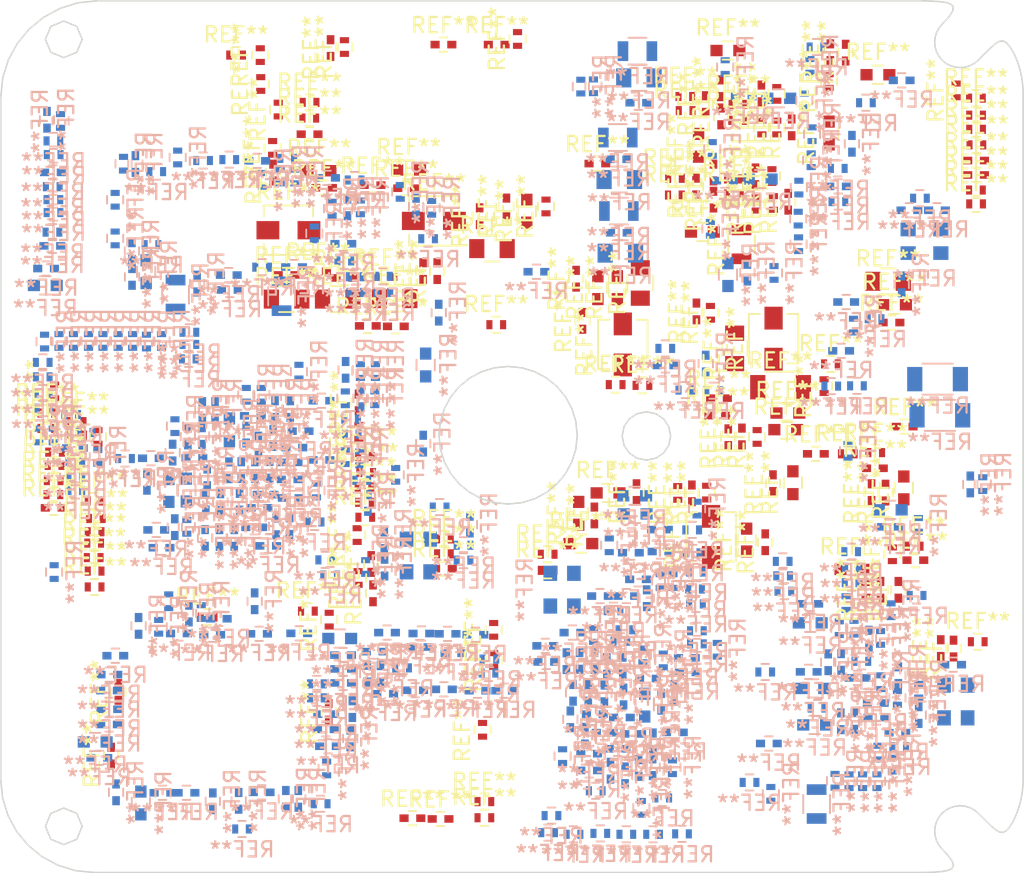
<source format=kicad_pcb>
(kicad_pcb (version 4) (host pcbnew 4.0.6)
  (layers (0 F.Cu signal hide) (31 B.Cu signal) (34 B.Paste user) (35 F.Paste user hide) (36 B.SilkS user) (37 F.SilkS user hide) (38 B.Mask user) (39 F.Mask user hide) (44 Edge.Cuts user))
  (net 0 "")
  (module Resistors_SMD:R_0402 (layer B.Cu) (at 51.86 64.7)
    (fp_text reference REF** (at 0 1.35) (layer B.SilkS) (effects (justify mirror)))
    (fp_text value R_0402)
    (pad 1 smd rect (at -0.45 0) (size 0.4 0.6) (layers B.Cu B.Paste B.Mask))
    (pad 2 smd rect (at 0.45 0) (size 0.4 0.6) (layers B.Cu B.Paste B.Mask))
  )
  (module Resistors_SMD:R_0402 (layer F.Cu) (at 67.32 36.64)
    (fp_text reference REF** (at 0 -1.35) (layer F.SilkS))
    (fp_text value R_0402 hide)
    (pad 1 smd rect (at -0.45 0) (size 0.4 0.6) (layers F.Cu F.Paste F.Mask))
    (pad 2 smd rect (at 0.45 0) (size 0.4 0.6) (layers F.Cu F.Paste F.Mask))
  )
  (module Resistors_SMD:R_0402 (layer F.Cu) (at 68.43 42.55)
    (fp_text reference REF** (at 0 -1.35) (layer F.SilkS))
    (fp_text value R_0402 hide)
    (pad 1 smd rect (at -0.45 0) (size 0.4 0.6) (layers F.Cu F.Paste F.Mask))
    (pad 2 smd rect (at 0.45 0) (size 0.4 0.6) (layers F.Cu F.Paste F.Mask))
  )
  (module Resistors_SMD:R_0402 (layer F.Cu) (at 70.23 42.47)
    (fp_text reference REF** (at 0 -1.35) (layer F.SilkS))
    (fp_text value R_0402 hide)
    (pad 1 smd rect (at -0.45 0) (size 0.4 0.6) (layers F.Cu F.Paste F.Mask))
    (pad 2 smd rect (at 0.45 0) (size 0.4 0.6) (layers F.Cu F.Paste F.Mask))
  )
  (module Resistors_SMD:R_0402 (layer F.Cu) (at 66.87 38.1 90)
    (fp_text reference REF** (at 0 -1.35 90) (layer F.SilkS))
    (fp_text value R_0402 hide)
    (pad 1 smd rect (at -0.45 0 90) (size 0.4 0.6) (layers F.Cu F.Paste F.Mask))
    (pad 2 smd rect (at 0.45 0 90) (size 0.4 0.6) (layers F.Cu F.Paste F.Mask))
  )
  (module Resistors_SMD:R_0402 (layer F.Cu) (at 76.85 19.17)
    (fp_text reference REF** (at 0 -1.35) (layer F.SilkS))
    (fp_text value R_0402)
    (pad 1 smd rect (at -0.45 0) (size 0.4 0.6) (layers F.Cu F.Paste F.Mask))
    (pad 2 smd rect (at 0.45 0) (size 0.4 0.6) (layers F.Cu F.Paste F.Mask))
  )
  (module Resistors_SMD:R_0402 (layer F.Cu) (at 76.86 20.29)
    (fp_text reference REF** (at 0 -1.35) (layer F.SilkS))
    (fp_text value R_0402)
    (pad 1 smd rect (at -0.45 0) (size 0.4 0.6) (layers F.Cu F.Paste F.Mask))
    (pad 2 smd rect (at 0.45 0) (size 0.4 0.6) (layers F.Cu F.Paste F.Mask))
  )
  (module Resistors_SMD:R_0402 (layer F.Cu) (at 76.86 21.22)
    (fp_text reference REF** (at 0 -1.35) (layer F.SilkS))
    (fp_text value R_0402)
    (pad 1 smd rect (at -0.45 0) (size 0.4 0.6) (layers F.Cu F.Paste F.Mask))
    (pad 2 smd rect (at 0.45 0) (size 0.4 0.6) (layers F.Cu F.Paste F.Mask))
  )
  (module Resistors_SMD:R_0402 (layer F.Cu) (at 76.88 22.24)
    (fp_text reference REF** (at 0 -1.35) (layer F.SilkS))
    (fp_text value R_0402)
    (pad 1 smd rect (at -0.45 0) (size 0.4 0.6) (layers F.Cu F.Paste F.Mask))
    (pad 2 smd rect (at 0.45 0) (size 0.4 0.6) (layers F.Cu F.Paste F.Mask))
  )
  (module Resistors_SMD:R_0402 (layer F.Cu) (at 76.85 25.21)
    (fp_text reference REF** (at 0 -1.35) (layer F.SilkS))
    (fp_text value R_0402)
    (pad 1 smd rect (at -0.45 0) (size 0.4 0.6) (layers F.Cu F.Paste F.Mask))
    (pad 2 smd rect (at 0.45 0) (size 0.4 0.6) (layers F.Cu F.Paste F.Mask))
  )
  (module Resistors_SMD:R_0402 (layer F.Cu) (at 76.86 26.12)
    (fp_text reference REF** (at 0 -1.35) (layer F.SilkS))
    (fp_text value R_0402)
    (pad 1 smd rect (at -0.45 0) (size 0.4 0.6) (layers F.Cu F.Paste F.Mask))
    (pad 2 smd rect (at 0.45 0) (size 0.4 0.6) (layers F.Cu F.Paste F.Mask))
  )
  (module Resistors_SMD:R_0402 (layer F.Cu) (at 67.2 18.05 90)
    (fp_text reference REF** (at 0 -1.35 90) (layer F.SilkS))
    (fp_text value R_0402)
    (pad 1 smd rect (at -0.45 0 90) (size 0.4 0.6) (layers F.Cu F.Paste F.Mask))
    (pad 2 smd rect (at 0.45 0 90) (size 0.4 0.6) (layers F.Cu F.Paste F.Mask))
  )
  (module Resistors_SMD:R_0402 (layer F.Cu) (at 63.76 18.89 90)
    (fp_text reference REF** (at 0 -1.35 90) (layer F.SilkS))
    (fp_text value R_0402)
    (pad 1 smd rect (at -0.45 0 90) (size 0.4 0.6) (layers F.Cu F.Paste F.Mask))
    (pad 2 smd rect (at 0.45 0 90) (size 0.4 0.6) (layers F.Cu F.Paste F.Mask))
  )
  (module Resistors_SMD:R_0402 (layer F.Cu) (at 63.76 21.1 90)
    (fp_text reference REF** (at 0 -1.35 90) (layer F.SilkS))
    (fp_text value R_0402)
    (pad 1 smd rect (at -0.45 0 90) (size 0.4 0.6) (layers F.Cu F.Paste F.Mask))
    (pad 2 smd rect (at 0.45 0 90) (size 0.4 0.6) (layers F.Cu F.Paste F.Mask))
  )
  (module Resistors_SMD:R_0402 (layer F.Cu) (at 62.78 21.1 90)
    (fp_text reference REF** (at 0 -1.35 90) (layer F.SilkS))
    (fp_text value R_0402)
    (pad 1 smd rect (at -0.45 0 90) (size 0.4 0.6) (layers F.Cu F.Paste F.Mask))
    (pad 2 smd rect (at 0.45 0 90) (size 0.4 0.6) (layers F.Cu F.Paste F.Mask))
  )
  (module Resistors_SMD:R_0402 (layer F.Cu) (at 61.24 19.58)
    (fp_text reference REF** (at 0 -1.35) (layer F.SilkS))
    (fp_text value R_0402)
    (pad 1 smd rect (at -0.45 0) (size 0.4 0.6) (layers F.Cu F.Paste F.Mask))
    (pad 2 smd rect (at 0.45 0) (size 0.4 0.6) (layers F.Cu F.Paste F.Mask))
  )
  (module Resistors_SMD:R_0402 (layer F.Cu) (at 61.22 20.63)
    (fp_text reference REF** (at 0 -1.35) (layer F.SilkS))
    (fp_text value R_0402)
    (pad 1 smd rect (at -0.45 0) (size 0.4 0.6) (layers F.Cu F.Paste F.Mask))
    (pad 2 smd rect (at 0.45 0) (size 0.4 0.6) (layers F.Cu F.Paste F.Mask))
  )
  (module Resistors_SMD:R_0402 (layer F.Cu) (at 57.75 19.06)
    (fp_text reference REF** (at 0 -1.35) (layer F.SilkS))
    (fp_text value R_0402)
    (pad 1 smd rect (at -0.45 0) (size 0.4 0.6) (layers F.Cu F.Paste F.Mask))
    (pad 2 smd rect (at 0.45 0) (size 0.4 0.6) (layers F.Cu F.Paste F.Mask))
  )
  (module Resistors_SMD:R_0402 (layer F.Cu) (at 57.77 19.99)
    (fp_text reference REF** (at 0 -1.35) (layer F.SilkS))
    (fp_text value R_0402)
    (pad 1 smd rect (at -0.45 0) (size 0.4 0.6) (layers F.Cu F.Paste F.Mask))
    (pad 2 smd rect (at 0.45 0) (size 0.4 0.6) (layers F.Cu F.Paste F.Mask))
  )
  (module Resistors_SMD:R_0402 (layer F.Cu) (at 57.07 24.44)
    (fp_text reference REF** (at 0 -1.35) (layer F.SilkS))
    (fp_text value R_0402)
    (pad 1 smd rect (at -0.45 0) (size 0.4 0.6) (layers F.Cu F.Paste F.Mask))
    (pad 2 smd rect (at 0.45 0) (size 0.4 0.6) (layers F.Cu F.Paste F.Mask))
  )
  (module Resistors_SMD:R_0402 (layer F.Cu) (at 57.06 25.54)
    (fp_text reference REF** (at 0 -1.35) (layer F.SilkS))
    (fp_text value R_0402)
    (pad 1 smd rect (at -0.45 0) (size 0.4 0.6) (layers F.Cu F.Paste F.Mask))
    (pad 2 smd rect (at 0.45 0) (size 0.4 0.6) (layers F.Cu F.Paste F.Mask))
  )
  (module Resistors_SMD:R_0402 (layer F.Cu) (at 60.94 24.48)
    (fp_text reference REF** (at 0 -1.35) (layer F.SilkS))
    (fp_text value R_0402)
    (pad 1 smd rect (at -0.45 0) (size 0.4 0.6) (layers F.Cu F.Paste F.Mask))
    (pad 2 smd rect (at 0.45 0) (size 0.4 0.6) (layers F.Cu F.Paste F.Mask))
  )
  (module Resistors_SMD:R_0402 (layer F.Cu) (at 60.94 25.47)
    (fp_text reference REF** (at 0 -1.35) (layer F.SilkS))
    (fp_text value R_0402)
    (pad 1 smd rect (at -0.45 0) (size 0.4 0.6) (layers F.Cu F.Paste F.Mask))
    (pad 2 smd rect (at 0.45 0) (size 0.4 0.6) (layers F.Cu F.Paste F.Mask))
  )
  (module Resistors_SMD:R_0402 (layer F.Cu) (at 62.41 26.11 90)
    (fp_text reference REF** (at 0 -1.35 90) (layer F.SilkS))
    (fp_text value R_0402)
    (pad 1 smd rect (at -0.45 0 90) (size 0.4 0.6) (layers F.Cu F.Paste F.Mask))
    (pad 2 smd rect (at 0.45 0 90) (size 0.4 0.6) (layers F.Cu F.Paste F.Mask))
  )
  (module Resistors_SMD:R_0402 (layer F.Cu) (at 63.54 26.06 90)
    (fp_text reference REF** (at 0 -1.35 90) (layer F.SilkS))
    (fp_text value R_0402)
    (pad 1 smd rect (at -0.45 0 90) (size 0.4 0.6) (layers F.Cu F.Paste F.Mask))
    (pad 2 smd rect (at 0.45 0 90) (size 0.4 0.6) (layers F.Cu F.Paste F.Mask))
  )
  (module Resistors_SMD:R_0402 (layer F.Cu) (at 63.44 24.29 90)
    (fp_text reference REF** (at 0 -1.35 90) (layer F.SilkS))
    (fp_text value R_0402)
    (pad 1 smd rect (at -0.45 0 90) (size 0.4 0.6) (layers F.Cu F.Paste F.Mask))
    (pad 2 smd rect (at 0.45 0 90) (size 0.4 0.6) (layers F.Cu F.Paste F.Mask))
  )
  (module Resistors_SMD:R_0402 (layer F.Cu) (at 59.4 33.28 90)
    (fp_text reference REF** (at 0 -1.35 90) (layer F.SilkS))
    (fp_text value R_0402)
    (pad 1 smd rect (at -0.45 0 90) (size 0.4 0.6) (layers F.Cu F.Paste F.Mask))
    (pad 2 smd rect (at 0.45 0 90) (size 0.4 0.6) (layers F.Cu F.Paste F.Mask))
  )
  (module Resistors_SMD:R_0402 (layer F.Cu) (at 62.47 41.44 90)
    (fp_text reference REF** (at 0 -1.35 90) (layer F.SilkS))
    (fp_text value R_0402)
    (pad 1 smd rect (at -0.45 0 90) (size 0.4 0.6) (layers F.Cu F.Paste F.Mask))
    (pad 2 smd rect (at 0.45 0 90) (size 0.4 0.6) (layers F.Cu F.Paste F.Mask))
  )
  (module Resistors_SMD:R_0402 (layer F.Cu) (at 59.15 45.1 90)
    (fp_text reference REF** (at 0 -1.35 90) (layer F.SilkS))
    (fp_text value R_0402)
    (pad 1 smd rect (at -0.45 0 90) (size 0.4 0.6) (layers F.Cu F.Paste F.Mask))
    (pad 2 smd rect (at 0.45 0 90) (size 0.4 0.6) (layers F.Cu F.Paste F.Mask))
  )
  (module Resistors_SMD:R_0402 (layer F.Cu) (at 57.25 45.12 90)
    (fp_text reference REF** (at 0 -1.35 90) (layer F.SilkS))
    (fp_text value R_0402)
    (pad 1 smd rect (at -0.45 0 90) (size 0.4 0.6) (layers F.Cu F.Paste F.Mask))
    (pad 2 smd rect (at 0.45 0 90) (size 0.4 0.6) (layers F.Cu F.Paste F.Mask))
  )
  (module Resistors_SMD:R_0402 (layer F.Cu) (at 48.7 50.21)
    (fp_text reference REF** (at 0 -1.35) (layer F.SilkS))
    (fp_text value R_0402)
    (pad 1 smd rect (at -0.45 0) (size 0.4 0.6) (layers F.Cu F.Paste F.Mask))
    (pad 2 smd rect (at 0.45 0) (size 0.4 0.6) (layers F.Cu F.Paste F.Mask))
  )
  (module Resistors_SMD:R_0402 (layer F.Cu) (at 48.7 49.15)
    (fp_text reference REF** (at 0 -1.35) (layer F.SilkS))
    (fp_text value R_0402)
    (pad 1 smd rect (at -0.45 0) (size 0.4 0.6) (layers F.Cu F.Paste F.Mask))
    (pad 2 smd rect (at 0.45 0) (size 0.4 0.6) (layers F.Cu F.Paste F.Mask))
  )
  (module Resistors_SMD:R_0402 (layer F.Cu) (at 41.88 49.12)
    (fp_text reference REF** (at 0 -1.35) (layer F.SilkS))
    (fp_text value R_0402)
    (pad 1 smd rect (at -0.45 0) (size 0.4 0.6) (layers F.Cu F.Paste F.Mask))
    (pad 2 smd rect (at 0.45 0) (size 0.4 0.6) (layers F.Cu F.Paste F.Mask))
  )
  (module Resistors_SMD:R_0402 (layer F.Cu) (at 41.88 48.14)
    (fp_text reference REF** (at 0 -1.35) (layer F.SilkS))
    (fp_text value R_0402)
    (pad 1 smd rect (at -0.45 0) (size 0.4 0.6) (layers F.Cu F.Paste F.Mask))
    (pad 2 smd rect (at 0.45 0) (size 0.4 0.6) (layers F.Cu F.Paste F.Mask))
  )
  (module Resistors_SMD:R_0402 (layer F.Cu) (at 53.17 38)
    (fp_text reference REF** (at 0 -1.35) (layer F.SilkS))
    (fp_text value R_0402)
    (pad 1 smd rect (at -0.45 0) (size 0.4 0.6) (layers F.Cu F.Paste F.Mask))
    (pad 2 smd rect (at 0.45 0) (size 0.4 0.6) (layers F.Cu F.Paste F.Mask))
  )
  (module Resistors_SMD:R_0402 (layer F.Cu) (at 54.93 38.05)
    (fp_text reference REF** (at 0 -1.35) (layer F.SilkS))
    (fp_text value R_0402)
    (pad 1 smd rect (at -0.45 0) (size 0.4 0.6) (layers F.Cu F.Paste F.Mask))
    (pad 2 smd rect (at 0.45 0) (size 0.4 0.6) (layers F.Cu F.Paste F.Mask))
  )
  (module Resistors_SMD:R_0402 (layer F.Cu) (at 72.76 48.62)
    (fp_text reference REF** (at 0 -1.35) (layer F.SilkS))
    (fp_text value R_0402)
    (pad 1 smd rect (at -0.45 0) (size 0.4 0.6) (layers F.Cu F.Paste F.Mask))
    (pad 2 smd rect (at 0.45 0) (size 0.4 0.6) (layers F.Cu F.Paste F.Mask))
  )
  (module Resistors_SMD:R_0402 (layer F.Cu) (at 71.36 49.15 90)
    (fp_text reference REF** (at 0 -1.35 90) (layer F.SilkS))
    (fp_text value R_0402)
    (pad 1 smd rect (at -0.45 0 90) (size 0.4 0.6) (layers F.Cu F.Paste F.Mask))
    (pad 2 smd rect (at 0.45 0 90) (size 0.4 0.6) (layers F.Cu F.Paste F.Mask))
  )
  (module Resistors_SMD:R_0402 (layer F.Cu) (at 76.97 54.9)
    (fp_text reference REF** (at 0 -1.35) (layer F.SilkS))
    (fp_text value R_0402)
    (pad 1 smd rect (at -0.45 0) (size 0.4 0.6) (layers F.Cu F.Paste F.Mask))
    (pad 2 smd rect (at 0.45 0) (size 0.4 0.6) (layers F.Cu F.Paste F.Mask))
  )
  (module Resistors_SMD:R_0402 (layer F.Cu) (at 69.63 51.49 90)
    (fp_text reference REF** (at 0 -1.35 90) (layer F.SilkS))
    (fp_text value R_0402)
    (pad 1 smd rect (at -0.45 0 90) (size 0.4 0.6) (layers F.Cu F.Paste F.Mask))
    (pad 2 smd rect (at 0.45 0 90) (size 0.4 0.6) (layers F.Cu F.Paste F.Mask))
  )
  (module Resistors_SMD:R_0402 (layer F.Cu) (at 44.54 66.47)
    (fp_text reference REF** (at 0 -1.35) (layer F.SilkS))
    (fp_text value R_0402)
    (pad 1 smd rect (at -0.45 0) (size 0.4 0.6) (layers F.Cu F.Paste F.Mask))
    (pad 2 smd rect (at 0.45 0) (size 0.4 0.6) (layers F.Cu F.Paste F.Mask))
  )
  (module Resistors_SMD:R_0402 (layer F.Cu) (at 44.54 65.41)
    (fp_text reference REF** (at 0 -1.35) (layer F.SilkS))
    (fp_text value R_0402)
    (pad 1 smd rect (at -0.45 0) (size 0.4 0.6) (layers F.Cu F.Paste F.Mask))
    (pad 2 smd rect (at 0.45 0) (size 0.4 0.6) (layers F.Cu F.Paste F.Mask))
  )
  (module Resistors_SMD:R_0402 (layer F.Cu) (at 44.42 60.69 90)
    (fp_text reference REF** (at 0 -1.35 90) (layer F.SilkS))
    (fp_text value R_0402)
    (pad 1 smd rect (at -0.45 0 90) (size 0.4 0.6) (layers F.Cu F.Paste F.Mask))
    (pad 2 smd rect (at 0.45 0 90) (size 0.4 0.6) (layers F.Cu F.Paste F.Mask))
  )
  (module Resistors_SMD:R_0402 (layer F.Cu) (at 45.15 54.12 90)
    (fp_text reference REF** (at 0 -1.35 90) (layer F.SilkS))
    (fp_text value R_0402)
    (pad 1 smd rect (at -0.45 0 90) (size 0.4 0.6) (layers F.Cu F.Paste F.Mask))
    (pad 2 smd rect (at 0.45 0 90) (size 0.4 0.6) (layers F.Cu F.Paste F.Mask))
  )
  (module Resistors_SMD:R_0402 (layer F.Cu) (at 45.15 56.1 90)
    (fp_text reference REF** (at 0 -1.35 90) (layer F.SilkS))
    (fp_text value R_0402)
    (pad 1 smd rect (at -0.45 0 90) (size 0.4 0.6) (layers F.Cu F.Paste F.Mask))
    (pad 2 smd rect (at 0.45 0 90) (size 0.4 0.6) (layers F.Cu F.Paste F.Mask))
  )
  (module Resistors_SMD:R_0402 (layer F.Cu) (at 26.35 53.28)
    (fp_text reference REF** (at 0 -1.35) (layer F.SilkS))
    (fp_text value R_0402)
    (pad 1 smd rect (at -0.45 0) (size 0.4 0.6) (layers F.Cu F.Paste F.Mask))
    (pad 2 smd rect (at 0.45 0) (size 0.4 0.6) (layers F.Cu F.Paste F.Mask))
  )
  (module Resistors_SMD:R_0402 (layer F.Cu) (at 32.94 52.89)
    (fp_text reference REF** (at 0 -1.35) (layer F.SilkS))
    (fp_text value R_0402)
    (pad 1 smd rect (at -0.45 0) (size 0.4 0.6) (layers F.Cu F.Paste F.Mask))
    (pad 2 smd rect (at 0.45 0) (size 0.4 0.6) (layers F.Cu F.Paste F.Mask))
  )
  (module Resistors_SMD:R_0402 (layer F.Cu) (at 34.34 53.45 90)
    (fp_text reference REF** (at 0 -1.35 90) (layer F.SilkS))
    (fp_text value R_0402)
    (pad 1 smd rect (at -0.45 0 90) (size 0.4 0.6) (layers F.Cu F.Paste F.Mask))
    (pad 2 smd rect (at 0.45 0 90) (size 0.4 0.6) (layers F.Cu F.Paste F.Mask))
  )
  (module Resistors_SMD:R_0402 (layer F.Cu) (at 36.24 50.71 90)
    (fp_text reference REF** (at 0 -1.35 90) (layer F.SilkS))
    (fp_text value R_0402)
    (pad 1 smd rect (at -0.45 0 90) (size 0.4 0.6) (layers F.Cu F.Paste F.Mask))
    (pad 2 smd rect (at 0.45 0 90) (size 0.4 0.6) (layers F.Cu F.Paste F.Mask))
  )
  (module Resistors_SMD:R_0402 (layer F.Cu) (at 36.18 47.89 90)
    (fp_text reference REF** (at 0 -1.35 90) (layer F.SilkS))
    (fp_text value R_0402)
    (pad 1 smd rect (at -0.45 0 90) (size 0.4 0.6) (layers F.Cu F.Paste F.Mask))
    (pad 2 smd rect (at 0.45 0 90) (size 0.4 0.6) (layers F.Cu F.Paste F.Mask))
  )
  (module Resistors_SMD:R_0402 (layer F.Cu) (at 18.92 51.3)
    (fp_text reference REF** (at 0 -1.35) (layer F.SilkS))
    (fp_text value R_0402)
    (pad 1 smd rect (at -0.45 0) (size 0.4 0.6) (layers F.Cu F.Paste F.Mask))
    (pad 2 smd rect (at 0.45 0) (size 0.4 0.6) (layers F.Cu F.Paste F.Mask))
  )
  (module Resistors_SMD:R_0402 (layer F.Cu) (at 18.92 50.26)
    (fp_text reference REF** (at 0 -1.35) (layer F.SilkS))
    (fp_text value R_0402)
    (pad 1 smd rect (at -0.45 0) (size 0.4 0.6) (layers F.Cu F.Paste F.Mask))
    (pad 2 smd rect (at 0.45 0) (size 0.4 0.6) (layers F.Cu F.Paste F.Mask))
  )
  (module Resistors_SMD:R_0402 (layer F.Cu) (at 18.86 49.37)
    (fp_text reference REF** (at 0 -1.35) (layer F.SilkS))
    (fp_text value R_0402)
    (pad 1 smd rect (at -0.45 0) (size 0.4 0.6) (layers F.Cu F.Paste F.Mask))
    (pad 2 smd rect (at 0.45 0) (size 0.4 0.6) (layers F.Cu F.Paste F.Mask))
  )
  (module Resistors_SMD:R_0402 (layer F.Cu) (at 18.89 48.42)
    (fp_text reference REF** (at 0 -1.35) (layer F.SilkS))
    (fp_text value R_0402)
    (pad 1 smd rect (at -0.45 0) (size 0.4 0.6) (layers F.Cu F.Paste F.Mask))
    (pad 2 smd rect (at 0.45 0) (size 0.4 0.6) (layers F.Cu F.Paste F.Mask))
  )
  (module Resistors_SMD:R_0402 (layer F.Cu) (at 18.92 47.67)
    (fp_text reference REF** (at 0 -1.35) (layer F.SilkS))
    (fp_text value R_0402)
    (pad 1 smd rect (at -0.45 0) (size 0.4 0.6) (layers F.Cu F.Paste F.Mask))
    (pad 2 smd rect (at 0.45 0) (size 0.4 0.6) (layers F.Cu F.Paste F.Mask))
  )
  (module Resistors_SMD:R_0402 (layer F.Cu) (at 19 46.8)
    (fp_text reference REF** (at 0 -1.35) (layer F.SilkS))
    (fp_text value R_0402)
    (pad 1 smd rect (at -0.45 0) (size 0.4 0.6) (layers F.Cu F.Paste F.Mask))
    (pad 2 smd rect (at 0.45 0) (size 0.4 0.6) (layers F.Cu F.Paste F.Mask))
  )
  (module Resistors_SMD:R_0402 (layer F.Cu) (at 18.92 45.65)
    (fp_text reference REF** (at 0 -1.35) (layer F.SilkS))
    (fp_text value R_0402)
    (pad 1 smd rect (at -0.45 0) (size 0.4 0.6) (layers F.Cu F.Paste F.Mask))
    (pad 2 smd rect (at 0.45 0) (size 0.4 0.6) (layers F.Cu F.Paste F.Mask))
  )
  (module Resistors_SMD:R_0402 (layer F.Cu) (at 16.21 45.23)
    (fp_text reference REF** (at 0 -1.35) (layer F.SilkS))
    (fp_text value R_0402)
    (pad 1 smd rect (at -0.45 0) (size 0.4 0.6) (layers F.Cu F.Paste F.Mask))
    (pad 2 smd rect (at 0.45 0) (size 0.4 0.6) (layers F.Cu F.Paste F.Mask))
  )
  (module Resistors_SMD:R_0402 (layer F.Cu) (at 16.23 44.31)
    (fp_text reference REF** (at 0 -1.35) (layer F.SilkS))
    (fp_text value R_0402)
    (pad 1 smd rect (at -0.45 0) (size 0.4 0.6) (layers F.Cu F.Paste F.Mask))
    (pad 2 smd rect (at 0.45 0) (size 0.4 0.6) (layers F.Cu F.Paste F.Mask))
  )
  (module Resistors_SMD:R_0402 (layer F.Cu) (at 16.29 43.31)
    (fp_text reference REF** (at 0 -1.35) (layer F.SilkS))
    (fp_text value R_0402)
    (pad 1 smd rect (at -0.45 0) (size 0.4 0.6) (layers F.Cu F.Paste F.Mask))
    (pad 2 smd rect (at 0.45 0) (size 0.4 0.6) (layers F.Cu F.Paste F.Mask))
  )
  (module Resistors_SMD:R_0402 (layer F.Cu) (at 16.32 42.44)
    (fp_text reference REF** (at 0 -1.35) (layer F.SilkS))
    (fp_text value R_0402)
    (pad 1 smd rect (at -0.45 0) (size 0.4 0.6) (layers F.Cu F.Paste F.Mask))
    (pad 2 smd rect (at 0.45 0) (size 0.4 0.6) (layers F.Cu F.Paste F.Mask))
  )
  (module Resistors_SMD:R_0402 (layer F.Cu) (at 15.81 40.88)
    (fp_text reference REF** (at 0 -1.35) (layer F.SilkS))
    (fp_text value R_0402)
    (pad 1 smd rect (at -0.45 0) (size 0.4 0.6) (layers F.Cu F.Paste F.Mask))
    (pad 2 smd rect (at 0.45 0) (size 0.4 0.6) (layers F.Cu F.Paste F.Mask))
  )
  (module Resistors_SMD:R_0402 (layer F.Cu) (at 15.81 39.87)
    (fp_text reference REF** (at 0 -1.35) (layer F.SilkS))
    (fp_text value R_0402)
    (pad 1 smd rect (at -0.45 0) (size 0.4 0.6) (layers F.Cu F.Paste F.Mask))
    (pad 2 smd rect (at 0.45 0) (size 0.4 0.6) (layers F.Cu F.Paste F.Mask))
  )
  (module Resistors_SMD:R_0402 (layer F.Cu) (at 17.74 40.43)
    (fp_text reference REF** (at 0 -1.35) (layer F.SilkS))
    (fp_text value R_0402)
    (pad 1 smd rect (at -0.45 0) (size 0.4 0.6) (layers F.Cu F.Paste F.Mask))
    (pad 2 smd rect (at 0.45 0) (size 0.4 0.6) (layers F.Cu F.Paste F.Mask))
  )
  (module Resistors_SMD:R_0402 (layer F.Cu) (at 17.77 41.32)
    (fp_text reference REF** (at 0 -1.35) (layer F.SilkS))
    (fp_text value R_0402)
    (pad 1 smd rect (at -0.45 0) (size 0.4 0.6) (layers F.Cu F.Paste F.Mask))
    (pad 2 smd rect (at 0.45 0) (size 0.4 0.6) (layers F.Cu F.Paste F.Mask))
  )
  (module Resistors_SMD:R_0402 (layer F.Cu) (at 16.29 38.45 90)
    (fp_text reference REF** (at 0 -1.35 90) (layer F.SilkS))
    (fp_text value R_0402)
    (pad 1 smd rect (at -0.45 0 90) (size 0.4 0.6) (layers F.Cu F.Paste F.Mask))
    (pad 2 smd rect (at 0.45 0 90) (size 0.4 0.6) (layers F.Cu F.Paste F.Mask))
  )
  (module Resistors_SMD:R_0402 (layer F.Cu) (at 19.14 41.44 90)
    (fp_text reference REF** (at 0 -1.35 90) (layer F.SilkS))
    (fp_text value R_0402)
    (pad 1 smd rect (at -0.45 0 90) (size 0.4 0.6) (layers F.Cu F.Paste F.Mask))
    (pad 2 smd rect (at 0.45 0 90) (size 0.4 0.6) (layers F.Cu F.Paste F.Mask))
  )
  (module Resistors_SMD:R_0402 (layer F.Cu) (at 30.62 22.44 90)
    (fp_text reference REF** (at 0 -1.35 90) (layer F.SilkS))
    (fp_text value R_0402)
    (pad 1 smd rect (at -0.45 0 90) (size 0.4 0.6) (layers F.Cu F.Paste F.Mask))
    (pad 2 smd rect (at 0.45 0 90) (size 0.4 0.6) (layers F.Cu F.Paste F.Mask))
  )
  (module Resistors_SMD:R_0402 (layer F.Cu) (at 33.03 20.48)
    (fp_text reference REF** (at 0 -1.35) (layer F.SilkS))
    (fp_text value R_0402)
    (pad 1 smd rect (at -0.45 0) (size 0.4 0.6) (layers F.Cu F.Paste F.Mask))
    (pad 2 smd rect (at 0.45 0) (size 0.4 0.6) (layers F.Cu F.Paste F.Mask))
  )
  (module Resistors_SMD:R_0402 (layer F.Cu) (at 33.05 19.45)
    (fp_text reference REF** (at 0 -1.35) (layer F.SilkS))
    (fp_text value R_0402)
    (pad 1 smd rect (at -0.45 0) (size 0.4 0.6) (layers F.Cu F.Paste F.Mask))
    (pad 2 smd rect (at 0.45 0) (size 0.4 0.6) (layers F.Cu F.Paste F.Mask))
  )
  (module Resistors_SMD:R_0402 (layer F.Cu) (at 28.22 16.34)
    (fp_text reference REF** (at 0 -1.35) (layer F.SilkS))
    (fp_text value R_0402)
    (pad 1 smd rect (at -0.45 0) (size 0.4 0.6) (layers F.Cu F.Paste F.Mask))
    (pad 2 smd rect (at 0.45 0) (size 0.4 0.6) (layers F.Cu F.Paste F.Mask))
  )
  (module Resistors_SMD:R_0402 (layer F.Cu) (at 29.81 16.34 90)
    (fp_text reference REF** (at 0 -1.35 90) (layer F.SilkS))
    (fp_text value R_0402)
    (pad 1 smd rect (at -0.45 0 90) (size 0.4 0.6) (layers F.Cu F.Paste F.Mask))
    (pad 2 smd rect (at 0.45 0 90) (size 0.4 0.6) (layers F.Cu F.Paste F.Mask))
  )
  (module Resistors_SMD:R_0402 (layer F.Cu) (at 29.84 18.24 90)
    (fp_text reference REF** (at 0 -1.35 90) (layer F.SilkS))
    (fp_text value R_0402)
    (pad 1 smd rect (at -0.45 0 90) (size 0.4 0.6) (layers F.Cu F.Paste F.Mask))
    (pad 2 smd rect (at 0.45 0 90) (size 0.4 0.6) (layers F.Cu F.Paste F.Mask))
  )
  (module Resistors_SMD:R_0402 (layer F.Cu) (at 35.34 15.81 90)
    (fp_text reference REF** (at 0 -1.35 90) (layer F.SilkS))
    (fp_text value R_0402)
    (pad 1 smd rect (at -0.45 0 90) (size 0.4 0.6) (layers F.Cu F.Paste F.Mask))
    (pad 2 smd rect (at 0.45 0 90) (size 0.4 0.6) (layers F.Cu F.Paste F.Mask))
  )
  (module Resistors_SMD:R_0402 (layer F.Cu) (at 48.59 26.29 90)
    (fp_text reference REF** (at 0 -1.35 90) (layer F.SilkS))
    (fp_text value R_0402)
    (pad 1 smd rect (at -0.45 0 90) (size 0.4 0.6) (layers F.Cu F.Paste F.Mask))
    (pad 2 smd rect (at 0.45 0 90) (size 0.4 0.6) (layers F.Cu F.Paste F.Mask))
  )
  (module Resistors_SMD:R_0402 (layer F.Cu) (at 45.32 34.06)
    (fp_text reference REF** (at 0 -1.35) (layer F.SilkS))
    (fp_text value R_0402)
    (pad 1 smd rect (at -0.45 0) (size 0.4 0.6) (layers F.Cu F.Paste F.Mask))
    (pad 2 smd rect (at 0.45 0) (size 0.4 0.6) (layers F.Cu F.Paste F.Mask))
  )
  (module Capacitors_SMD:C_0402 (layer F.Cu) (at 51.97 23.47)
    (fp_text reference REF** (at 0 -1.27) (layer F.SilkS))
    (fp_text value C_0402)
    (pad 1 smd rect (at -0.55 0) (size 0.6 0.5) (layers F.Cu F.Paste F.Mask))
    (pad 2 smd rect (at 0.55 0) (size 0.6 0.5) (layers F.Cu F.Paste F.Mask))
  )
  (module Capacitors_SMD:C_0402 (layer F.Cu) (at 59.09 19.56 90)
    (fp_text reference REF** (at 0 -1.27 90) (layer F.SilkS))
    (fp_text value C_0402)
    (pad 1 smd rect (at -0.55 0 90) (size 0.6 0.5) (layers F.Cu F.Paste F.Mask))
    (pad 2 smd rect (at 0.55 0 90) (size 0.6 0.5) (layers F.Cu F.Paste F.Mask))
  )
  (module Capacitors_SMD:C_0402 (layer F.Cu) (at 60.07 18.52 90)
    (fp_text reference REF** (at 0 -1.27 90) (layer F.SilkS))
    (fp_text value C_0402)
    (pad 1 smd rect (at -0.55 0 90) (size 0.6 0.5) (layers F.Cu F.Paste F.Mask))
    (pad 2 smd rect (at 0.55 0 90) (size 0.6 0.5) (layers F.Cu F.Paste F.Mask))
  )
  (module Capacitors_SMD:C_0402 (layer F.Cu) (at 60.1 20.37 90)
    (fp_text reference REF** (at 0 -1.27 90) (layer F.SilkS))
    (fp_text value C_0402)
    (pad 1 smd rect (at -0.55 0 90) (size 0.6 0.5) (layers F.Cu F.Paste F.Mask))
    (pad 2 smd rect (at 0.55 0 90) (size 0.6 0.5) (layers F.Cu F.Paste F.Mask))
  )
  (module Capacitors_SMD:C_0402 (layer F.Cu) (at 67.28 16.15 90)
    (fp_text reference REF** (at 0 -1.27 90) (layer F.SilkS))
    (fp_text value C_0402)
    (pad 1 smd rect (at -0.55 0 90) (size 0.6 0.5) (layers F.Cu F.Paste F.Mask))
    (pad 2 smd rect (at 0.55 0 90) (size 0.6 0.5) (layers F.Cu F.Paste F.Mask))
  )
  (module Capacitors_SMD:C_0402 (layer F.Cu) (at 68.29 16.18 90)
    (fp_text reference REF** (at 0 -1.27 90) (layer F.SilkS))
    (fp_text value C_0402)
    (pad 1 smd rect (at -0.55 0 90) (size 0.6 0.5) (layers F.Cu F.Paste F.Mask))
    (pad 2 smd rect (at 0.55 0 90) (size 0.6 0.5) (layers F.Cu F.Paste F.Mask))
  )
  (module Capacitors_SMD:C_0402 (layer F.Cu) (at 59.6 24.06 90)
    (fp_text reference REF** (at 0 -1.27 90) (layer F.SilkS))
    (fp_text value C_0402)
    (pad 1 smd rect (at -0.55 0 90) (size 0.6 0.5) (layers F.Cu F.Paste F.Mask))
    (pad 2 smd rect (at 0.55 0 90) (size 0.6 0.5) (layers F.Cu F.Paste F.Mask))
  )
  (module Capacitors_SMD:C_0402 (layer F.Cu) (at 59.6 25.84 90)
    (fp_text reference REF** (at 0 -1.27 90) (layer F.SilkS))
    (fp_text value C_0402)
    (pad 1 smd rect (at -0.55 0 90) (size 0.6 0.5) (layers F.Cu F.Paste F.Mask))
    (pad 2 smd rect (at 0.55 0 90) (size 0.6 0.5) (layers F.Cu F.Paste F.Mask))
  )
  (module Capacitors_SMD:C_0402 (layer F.Cu) (at 58.45 24.98 90)
    (fp_text reference REF** (at 0 -1.27 90) (layer F.SilkS))
    (fp_text value C_0402)
    (pad 1 smd rect (at -0.55 0 90) (size 0.6 0.5) (layers F.Cu F.Paste F.Mask))
    (pad 2 smd rect (at 0.55 0 90) (size 0.6 0.5) (layers F.Cu F.Paste F.Mask))
  )
  (module Capacitors_SMD:C_0402 (layer F.Cu) (at 50.57 31.04 90)
    (fp_text reference REF** (at 0 -1.27 90) (layer F.SilkS))
    (fp_text value C_0402)
    (pad 1 smd rect (at -0.55 0 90) (size 0.6 0.5) (layers F.Cu F.Paste F.Mask))
    (pad 2 smd rect (at 0.55 0 90) (size 0.6 0.5) (layers F.Cu F.Paste F.Mask))
  )
  (module Capacitors_SMD:C_0402 (layer F.Cu) (at 50.99 33.81 90)
    (fp_text reference REF** (at 0 -1.27 90) (layer F.SilkS))
    (fp_text value C_0402)
    (pad 1 smd rect (at -0.55 0 90) (size 0.6 0.5) (layers F.Cu F.Paste F.Mask))
    (pad 2 smd rect (at 0.55 0 90) (size 0.6 0.5) (layers F.Cu F.Paste F.Mask))
  )
  (module Capacitors_SMD:C_0402 (layer F.Cu) (at 58.48 33.19 90)
    (fp_text reference REF** (at 0 -1.27 90) (layer F.SilkS))
    (fp_text value C_0402)
    (pad 1 smd rect (at -0.55 0 90) (size 0.6 0.5) (layers F.Cu F.Paste F.Mask))
    (pad 2 smd rect (at 0.55 0 90) (size 0.6 0.5) (layers F.Cu F.Paste F.Mask))
  )
  (module Capacitors_SMD:C_0402 (layer F.Cu) (at 59.96 38.89)
    (fp_text reference REF** (at 0 -1.27) (layer F.SilkS))
    (fp_text value C_0402)
    (pad 1 smd rect (at -0.55 0) (size 0.6 0.5) (layers F.Cu F.Paste F.Mask))
    (pad 2 smd rect (at 0.55 0) (size 0.6 0.5) (layers F.Cu F.Paste F.Mask))
  )
  (module Capacitors_SMD:C_0402 (layer F.Cu) (at 59.85 40.04)
    (fp_text reference REF** (at 0 -1.27) (layer F.SilkS))
    (fp_text value C_0402)
    (pad 1 smd rect (at -0.55 0) (size 0.6 0.5) (layers F.Cu F.Paste F.Mask))
    (pad 2 smd rect (at 0.55 0) (size 0.6 0.5) (layers F.Cu F.Paste F.Mask))
  )
  (module Capacitors_SMD:C_0402 (layer F.Cu) (at 60.57 41.46 90)
    (fp_text reference REF** (at 0 -1.27 90) (layer F.SilkS))
    (fp_text value C_0402)
    (pad 1 smd rect (at -0.55 0 90) (size 0.6 0.5) (layers F.Cu F.Paste F.Mask))
    (pad 2 smd rect (at 0.55 0 90) (size 0.6 0.5) (layers F.Cu F.Paste F.Mask))
  )
  (module Capacitors_SMD:C_0402 (layer F.Cu) (at 61.47 41.41 90)
    (fp_text reference REF** (at 0 -1.27 90) (layer F.SilkS))
    (fp_text value C_0402)
    (pad 1 smd rect (at -0.55 0 90) (size 0.6 0.5) (layers F.Cu F.Paste F.Mask))
    (pad 2 smd rect (at 0.55 0 90) (size 0.6 0.5) (layers F.Cu F.Paste F.Mask))
  )
  (module Capacitors_SMD:C_0402 (layer F.Cu) (at 72.17 40.76)
    (fp_text reference REF** (at 0 -1.27) (layer F.SilkS))
    (fp_text value C_0402)
    (pad 1 smd rect (at -0.55 0) (size 0.6 0.5) (layers F.Cu F.Paste F.Mask))
    (pad 2 smd rect (at 0.55 0) (size 0.6 0.5) (layers F.Cu F.Paste F.Mask))
  )
  (module Capacitors_SMD:C_0402 (layer F.Cu) (at 71.3 33.92)
    (fp_text reference REF** (at 0 -1.27) (layer F.SilkS))
    (fp_text value C_0402)
    (pad 1 smd rect (at -0.55 0) (size 0.6 0.5) (layers F.Cu F.Paste F.Mask))
    (pad 2 smd rect (at 0.55 0) (size 0.6 0.5) (layers F.Cu F.Paste F.Mask))
  )
  (module Capacitors_SMD:C_0402 (layer F.Cu) (at 70.21 43.5)
    (fp_text reference REF** (at 0 -1.27) (layer F.SilkS))
    (fp_text value C_0402)
    (pad 1 smd rect (at -0.55 0) (size 0.6 0.5) (layers F.Cu F.Paste F.Mask))
    (pad 2 smd rect (at 0.55 0) (size 0.6 0.5) (layers F.Cu F.Paste F.Mask))
  )
  (module Capacitors_SMD:C_0402 (layer F.Cu) (at 70.91 45.1 90)
    (fp_text reference REF** (at 0 -1.27 90) (layer F.SilkS))
    (fp_text value C_0402)
    (pad 1 smd rect (at -0.55 0 90) (size 0.6 0.5) (layers F.Cu F.Paste F.Mask))
    (pad 2 smd rect (at 0.55 0 90) (size 0.6 0.5) (layers F.Cu F.Paste F.Mask))
  )
  (module Capacitors_SMD:C_0402 (layer F.Cu) (at 69.99 45.07 90)
    (fp_text reference REF** (at 0 -1.27 90) (layer F.SilkS))
    (fp_text value C_0402)
    (pad 1 smd rect (at -0.55 0 90) (size 0.6 0.5) (layers F.Cu F.Paste F.Mask))
    (pad 2 smd rect (at 0.55 0 90) (size 0.6 0.5) (layers F.Cu F.Paste F.Mask))
  )
  (module Capacitors_SMD:C_0402 (layer F.Cu) (at 54.54 45.07 90)
    (fp_text reference REF** (at 0 -1.27 90) (layer F.SilkS))
    (fp_text value C_0402)
    (pad 1 smd rect (at -0.55 0 90) (size 0.6 0.5) (layers F.Cu F.Paste F.Mask))
    (pad 2 smd rect (at 0.55 0 90) (size 0.6 0.5) (layers F.Cu F.Paste F.Mask))
  )
  (module Capacitors_SMD:C_0402 (layer F.Cu) (at 51.77 46.6 90)
    (fp_text reference REF** (at 0 -1.27 90) (layer F.SilkS))
    (fp_text value C_0402)
    (pad 1 smd rect (at -0.55 0 90) (size 0.6 0.5) (layers F.Cu F.Paste F.Mask))
    (pad 2 smd rect (at 0.55 0 90) (size 0.6 0.5) (layers F.Cu F.Paste F.Mask))
  )
  (module Capacitors_SMD:C_0402 (layer F.Cu) (at 36.88 34.14)
    (fp_text reference REF** (at 0 -1.27) (layer F.SilkS))
    (fp_text value C_0402)
    (pad 1 smd rect (at -0.55 0) (size 0.6 0.5) (layers F.Cu F.Paste F.Mask))
    (pad 2 smd rect (at 0.55 0) (size 0.6 0.5) (layers F.Cu F.Paste F.Mask))
  )
  (module Capacitors_SMD:C_0402 (layer F.Cu) (at 38.72 34.17)
    (fp_text reference REF** (at 0 -1.27) (layer F.SilkS))
    (fp_text value C_0402)
    (pad 1 smd rect (at -0.55 0) (size 0.6 0.5) (layers F.Cu F.Paste F.Mask))
    (pad 2 smd rect (at 0.55 0) (size 0.6 0.5) (layers F.Cu F.Paste F.Mask))
  )
  (module Capacitors_SMD:C_0402 (layer F.Cu) (at 63 48.36 90)
    (fp_text reference REF** (at 0 -1.27 90) (layer F.SilkS))
    (fp_text value C_0402)
    (pad 1 smd rect (at -0.55 0 90) (size 0.6 0.5) (layers F.Cu F.Paste F.Mask))
    (pad 2 smd rect (at 0.55 0 90) (size 0.6 0.5) (layers F.Cu F.Paste F.Mask))
  )
  (module Capacitors_SMD:C_0402 (layer F.Cu) (at 66.33 42.55)
    (fp_text reference REF** (at 0 -1.27) (layer F.SilkS))
    (fp_text value C_0402)
    (pad 1 smd rect (at -0.55 0) (size 0.6 0.5) (layers F.Cu F.Paste F.Mask))
    (pad 2 smd rect (at 0.55 0) (size 0.6 0.5) (layers F.Cu F.Paste F.Mask))
  )
  (module Capacitors_SMD:C_0402 (layer F.Cu) (at 63.51 44.48 90)
    (fp_text reference REF** (at 0 -1.27 90) (layer F.SilkS))
    (fp_text value C_0402)
    (pad 1 smd rect (at -0.55 0 90) (size 0.6 0.5) (layers F.Cu F.Paste F.Mask))
    (pad 2 smd rect (at 0.55 0 90) (size 0.6 0.5) (layers F.Cu F.Paste F.Mask))
  )
  (module Capacitors_SMD:C_0402 (layer F.Cu) (at 70.58 51.49 90)
    (fp_text reference REF** (at 0 -1.27 90) (layer F.SilkS))
    (fp_text value C_0402)
    (pad 1 smd rect (at -0.55 0 90) (size 0.6 0.5) (layers F.Cu F.Paste F.Mask))
    (pad 2 smd rect (at 0.55 0 90) (size 0.6 0.5) (layers F.Cu F.Paste F.Mask))
  )
  (module Capacitors_SMD:C_0402 (layer F.Cu) (at 71.75 51.49 90)
    (fp_text reference REF** (at 0 -1.27 90) (layer F.SilkS))
    (fp_text value C_0402)
    (pad 1 smd rect (at -0.55 0 90) (size 0.6 0.5) (layers F.Cu F.Paste F.Mask))
    (pad 2 smd rect (at 0.55 0 90) (size 0.6 0.5) (layers F.Cu F.Paste F.Mask))
  )
  (module Capacitors_SMD:C_0402 (layer F.Cu) (at 72.87 49.54)
    (fp_text reference REF** (at 0 -1.27) (layer F.SilkS))
    (fp_text value C_0402)
    (pad 1 smd rect (at -0.55 0) (size 0.6 0.5) (layers F.Cu F.Paste F.Mask))
    (pad 2 smd rect (at 0.55 0) (size 0.6 0.5) (layers F.Cu F.Paste F.Mask))
  )
  (module Capacitors_SMD:C_0402 (layer F.Cu) (at 74.54 55.32 90)
    (fp_text reference REF** (at 0 -1.27 90) (layer F.SilkS))
    (fp_text value C_0402)
    (pad 1 smd rect (at -0.55 0 90) (size 0.6 0.5) (layers F.Cu F.Paste F.Mask))
    (pad 2 smd rect (at 0.55 0 90) (size 0.6 0.5) (layers F.Cu F.Paste F.Mask))
  )
  (module Capacitors_SMD:C_0402 (layer F.Cu) (at 75.38 55.35 90)
    (fp_text reference REF** (at 0 -1.27 90) (layer F.SilkS))
    (fp_text value C_0402)
    (pad 1 smd rect (at -0.55 0 90) (size 0.6 0.5) (layers F.Cu F.Paste F.Mask))
    (pad 2 smd rect (at 0.55 0 90) (size 0.6 0.5) (layers F.Cu F.Paste F.Mask))
  )
  (module Capacitors_SMD:C_0402 (layer F.Cu) (at 41.66 66.55)
    (fp_text reference REF** (at 0 -1.27) (layer F.SilkS))
    (fp_text value C_0402)
    (pad 1 smd rect (at -0.55 0) (size 0.6 0.5) (layers F.Cu F.Paste F.Mask))
    (pad 2 smd rect (at 0.55 0) (size 0.6 0.5) (layers F.Cu F.Paste F.Mask))
  )
  (module Capacitors_SMD:C_0402 (layer F.Cu) (at 39.81 66.5)
    (fp_text reference REF** (at 0 -1.27) (layer F.SilkS))
    (fp_text value C_0402)
    (pad 1 smd rect (at -0.55 0) (size 0.6 0.5) (layers F.Cu F.Paste F.Mask))
    (pad 2 smd rect (at 0.55 0) (size 0.6 0.5) (layers F.Cu F.Paste F.Mask))
  )
  (module Capacitors_SMD:C_0402 (layer F.Cu) (at 41.88 50.1)
    (fp_text reference REF** (at 0 -1.27) (layer F.SilkS))
    (fp_text value C_0402)
    (pad 1 smd rect (at -0.55 0) (size 0.6 0.5) (layers F.Cu F.Paste F.Mask))
    (pad 2 smd rect (at 0.55 0) (size 0.6 0.5) (layers F.Cu F.Paste F.Mask))
  )
  (module Capacitors_SMD:C_0402 (layer F.Cu) (at 34.31 59.51 90)
    (fp_text reference REF** (at 0 -1.27 90) (layer F.SilkS))
    (fp_text value C_0402)
    (pad 1 smd rect (at -0.55 0 90) (size 0.6 0.5) (layers F.Cu F.Paste F.Mask))
    (pad 2 smd rect (at 0.55 0 90) (size 0.6 0.5) (layers F.Cu F.Paste F.Mask))
  )
  (module Capacitors_SMD:C_0402 (layer F.Cu) (at 20.48 58.2 90)
    (fp_text reference REF** (at 0 -1.27 90) (layer F.SilkS))
    (fp_text value C_0402)
    (pad 1 smd rect (at -0.55 0 90) (size 0.6 0.5) (layers F.Cu F.Paste F.Mask))
    (pad 2 smd rect (at 0.55 0 90) (size 0.6 0.5) (layers F.Cu F.Paste F.Mask))
  )
  (module Capacitors_SMD:C_0402 (layer F.Cu) (at 20.01 62.39 90)
    (fp_text reference REF** (at 0 -1.27 90) (layer F.SilkS))
    (fp_text value C_0402)
    (pad 1 smd rect (at -0.55 0 90) (size 0.6 0.5) (layers F.Cu F.Paste F.Mask))
    (pad 2 smd rect (at 0.55 0 90) (size 0.6 0.5) (layers F.Cu F.Paste F.Mask))
  )
  (module Capacitors_SMD:C_0402 (layer F.Cu) (at 16.23 46.1)
    (fp_text reference REF** (at 0 -1.27) (layer F.SilkS))
    (fp_text value C_0402)
    (pad 1 smd rect (at -0.55 0) (size 0.6 0.5) (layers F.Cu F.Paste F.Mask))
    (pad 2 smd rect (at 0.55 0) (size 0.6 0.5) (layers F.Cu F.Paste F.Mask))
  )
  (module Capacitors_SMD:C_0402 (layer F.Cu) (at 36.27 39.17 90)
    (fp_text reference REF** (at 0 -1.27 90) (layer F.SilkS))
    (fp_text value C_0402)
    (pad 1 smd rect (at -0.55 0 90) (size 0.6 0.5) (layers F.Cu F.Paste F.Mask))
    (pad 2 smd rect (at 0.55 0 90) (size 0.6 0.5) (layers F.Cu F.Paste F.Mask))
  )
  (module Capacitors_SMD:C_0402 (layer F.Cu) (at 33.05 21.54)
    (fp_text reference REF** (at 0 -1.27) (layer F.SilkS))
    (fp_text value C_0402)
    (pad 1 smd rect (at -0.55 0) (size 0.6 0.5) (layers F.Cu F.Paste F.Mask))
    (pad 2 smd rect (at 0.55 0) (size 0.6 0.5) (layers F.Cu F.Paste F.Mask))
  )
  (module Capacitors_SMD:C_0402 (layer F.Cu) (at 30.65 24.06 90)
    (fp_text reference REF** (at 0 -1.27 90) (layer F.SilkS))
    (fp_text value C_0402)
    (pad 1 smd rect (at -0.55 0 90) (size 0.6 0.5) (layers F.Cu F.Paste F.Mask))
    (pad 2 smd rect (at 0.55 0 90) (size 0.6 0.5) (layers F.Cu F.Paste F.Mask))
  )
  (module Capacitors_SMD:C_0402 (layer F.Cu) (at 34 25.06)
    (fp_text reference REF** (at 0 -1.27) (layer F.SilkS))
    (fp_text value C_0402)
    (pad 1 smd rect (at -0.55 0) (size 0.6 0.5) (layers F.Cu F.Paste F.Mask))
    (pad 2 smd rect (at 0.55 0) (size 0.6 0.5) (layers F.Cu F.Paste F.Mask))
  )
  (module Capacitors_SMD:C_0402 (layer F.Cu) (at 37.19 24.89)
    (fp_text reference REF** (at 0 -1.27) (layer F.SilkS))
    (fp_text value C_0402)
    (pad 1 smd rect (at -0.55 0) (size 0.6 0.5) (layers F.Cu F.Paste F.Mask))
    (pad 2 smd rect (at 0.55 0) (size 0.6 0.5) (layers F.Cu F.Paste F.Mask))
  )
  (module Capacitors_SMD:C_0402 (layer F.Cu) (at 39.4 25.09)
    (fp_text reference REF** (at 0 -1.27) (layer F.SilkS))
    (fp_text value C_0402)
    (pad 1 smd rect (at -0.55 0) (size 0.6 0.5) (layers F.Cu F.Paste F.Mask))
    (pad 2 smd rect (at 0.55 0) (size 0.6 0.5) (layers F.Cu F.Paste F.Mask))
  )
  (module Capacitors_SMD:C_0402 (layer F.Cu) (at 44.23 26.93 90)
    (fp_text reference REF** (at 0 -1.27 90) (layer F.SilkS))
    (fp_text value C_0402)
    (pad 1 smd rect (at -0.55 0 90) (size 0.6 0.5) (layers F.Cu F.Paste F.Mask))
    (pad 2 smd rect (at 0.55 0 90) (size 0.6 0.5) (layers F.Cu F.Paste F.Mask))
  )
  (module Capacitors_SMD:C_0402 (layer F.Cu) (at 45.99 26.29 90)
    (fp_text reference REF** (at 0 -1.27 90) (layer F.SilkS))
    (fp_text value C_0402)
    (pad 1 smd rect (at -0.55 0 90) (size 0.6 0.5) (layers F.Cu F.Paste F.Mask))
    (pad 2 smd rect (at 0.55 0 90) (size 0.6 0.5) (layers F.Cu F.Paste F.Mask))
  )
  (module Capacitors_SMD:C_0402 (layer F.Cu) (at 41.44 30.54 90)
    (fp_text reference REF** (at 0 -1.27 90) (layer F.SilkS))
    (fp_text value C_0402)
    (pad 1 smd rect (at -0.55 0 90) (size 0.6 0.5) (layers F.Cu F.Paste F.Mask))
    (pad 2 smd rect (at 0.55 0 90) (size 0.6 0.5) (layers F.Cu F.Paste F.Mask))
  )
  (module Capacitors_SMD:C_0402 (layer F.Cu) (at 40.51 30.54 90)
    (fp_text reference REF** (at 0 -1.27 90) (layer F.SilkS))
    (fp_text value C_0402)
    (pad 1 smd rect (at -0.55 0 90) (size 0.6 0.5) (layers F.Cu F.Paste F.Mask))
    (pad 2 smd rect (at 0.55 0 90) (size 0.6 0.5) (layers F.Cu F.Paste F.Mask))
  )
  (module Capacitors_SMD:C_0402 (layer F.Cu) (at 37.97 30.93)
    (fp_text reference REF** (at 0 -1.27) (layer F.SilkS))
    (fp_text value C_0402)
    (pad 1 smd rect (at -0.55 0) (size 0.6 0.5) (layers F.Cu F.Paste F.Mask))
    (pad 2 smd rect (at 0.55 0) (size 0.6 0.5) (layers F.Cu F.Paste F.Mask))
  )
  (module Capacitors_SMD:C_0402 (layer F.Cu) (at 35.34 30.99)
    (fp_text reference REF** (at 0 -1.27) (layer F.SilkS))
    (fp_text value C_0402)
    (pad 1 smd rect (at -0.55 0) (size 0.6 0.5) (layers F.Cu F.Paste F.Mask))
    (pad 2 smd rect (at 0.55 0) (size 0.6 0.5) (layers F.Cu F.Paste F.Mask))
  )
  (module Capacitors_SMD:C_0402 (layer F.Cu) (at 33.61 30.54)
    (fp_text reference REF** (at 0 -1.27) (layer F.SilkS))
    (fp_text value C_0402)
    (pad 1 smd rect (at -0.55 0) (size 0.6 0.5) (layers F.Cu F.Paste F.Mask))
    (pad 2 smd rect (at 0.55 0) (size 0.6 0.5) (layers F.Cu F.Paste F.Mask))
  )
  (module Capacitors_SMD:C_0402 (layer F.Cu) (at 31.54 30.79)
    (fp_text reference REF** (at 0 -1.27) (layer F.SilkS))
    (fp_text value C_0402)
    (pad 1 smd rect (at -0.55 0) (size 0.6 0.5) (layers F.Cu F.Paste F.Mask))
    (pad 2 smd rect (at 0.55 0) (size 0.6 0.5) (layers F.Cu F.Paste F.Mask))
  )
  (module Resistors_SMD:R_0402 (layer F.Cu) (at 30.99 19.92 90)
    (fp_text reference REF** (at 0 -1.35 90) (layer F.SilkS))
    (fp_text value R_0402)
    (pad 1 smd rect (at -0.45 0 90) (size 0.4 0.6) (layers F.Cu F.Paste F.Mask))
    (pad 2 smd rect (at 0.45 0 90) (size 0.4 0.6) (layers F.Cu F.Paste F.Mask))
  )
  (module Resistors_SMD:R_0402 (layer F.Cu) (at 36.29 41.1 90)
    (fp_text reference REF** (at 0 -1.35 90) (layer F.SilkS))
    (fp_text value R_0402)
    (pad 1 smd rect (at -0.45 0 90) (size 0.4 0.6) (layers F.Cu F.Paste F.Mask))
    (pad 2 smd rect (at 0.45 0 90) (size 0.4 0.6) (layers F.Cu F.Paste F.Mask))
  )
  (module Resistors_SMD:R_0402 (layer F.Cu) (at 36.69 42.72)
    (fp_text reference REF** (at 0 -1.35) (layer F.SilkS))
    (fp_text value R_0402)
    (pad 1 smd rect (at -0.45 0) (size 0.4 0.6) (layers F.Cu F.Paste F.Mask))
    (pad 2 smd rect (at 0.45 0) (size 0.4 0.6) (layers F.Cu F.Paste F.Mask))
  )
  (module Resistors_SMD:R_0402 (layer F.Cu) (at 36.77 43.78)
    (fp_text reference REF** (at 0 -1.35) (layer F.SilkS))
    (fp_text value R_0402)
    (pad 1 smd rect (at -0.45 0) (size 0.4 0.6) (layers F.Cu F.Paste F.Mask))
    (pad 2 smd rect (at 0.45 0) (size 0.4 0.6) (layers F.Cu F.Paste F.Mask))
  )
  (module Resistors_SMD:R_0402 (layer F.Cu) (at 36.66 44.73)
    (fp_text reference REF** (at 0 -1.35) (layer F.SilkS))
    (fp_text value R_0402)
    (pad 1 smd rect (at -0.45 0) (size 0.4 0.6) (layers F.Cu F.Paste F.Mask))
    (pad 2 smd rect (at 0.45 0) (size 0.4 0.6) (layers F.Cu F.Paste F.Mask))
  )
  (module Resistors_SMD:R_0402 (layer F.Cu) (at 36.69 45.74)
    (fp_text reference REF** (at 0 -1.35) (layer F.SilkS))
    (fp_text value R_0402)
    (pad 1 smd rect (at -0.45 0) (size 0.4 0.6) (layers F.Cu F.Paste F.Mask))
    (pad 2 smd rect (at 0.45 0) (size 0.4 0.6) (layers F.Cu F.Paste F.Mask))
  )
  (module Resistors_SMD:R_0402 (layer F.Cu) (at 36.71 46.72)
    (fp_text reference REF** (at 0 -1.35) (layer F.SilkS))
    (fp_text value R_0402)
    (pad 1 smd rect (at -0.45 0) (size 0.4 0.6) (layers F.Cu F.Paste F.Mask))
    (pad 2 smd rect (at 0.45 0) (size 0.4 0.6) (layers F.Cu F.Paste F.Mask))
  )
  (module Resistors_SMD:R_0402 (layer F.Cu) (at 75.55 18.66 90)
    (fp_text reference REF** (at 0 -1.35 90) (layer F.SilkS))
    (fp_text value R_0402)
    (pad 1 smd rect (at -0.45 0 90) (size 0.4 0.6) (layers F.Cu F.Paste F.Mask))
    (pad 2 smd rect (at 0.45 0 90) (size 0.4 0.6) (layers F.Cu F.Paste F.Mask))
  )
  (module Capacitors_SMD:C_0805 (layer F.Cu) (at 54.79 31.32 90)
    (fp_text reference REF** (at 0 -1.5 90) (layer F.SilkS))
    (fp_text value C_0805)
    (pad 1 smd rect (at -1 0 90) (size 1 1.25) (layers F.Cu F.Paste F.Mask))
    (pad 2 smd rect (at 1 0 90) (size 1 1.25) (layers F.Cu F.Paste F.Mask))
  )
  (module Capacitors_SMD:C_0805 (layer F.Cu) (at 45.04 29.06)
    (fp_text reference REF** (at 0 -1.5) (layer F.SilkS))
    (fp_text value C_0805)
    (pad 1 smd rect (at -1 0) (size 1 1.25) (layers F.Cu F.Paste F.Mask))
    (pad 2 smd rect (at 1 0) (size 1 1.25) (layers F.Cu F.Paste F.Mask))
  )
  (module Capacitors_SMD:C_0805 (layer F.Cu) (at 31.54 32.38)
    (fp_text reference REF** (at 0 -1.5) (layer F.SilkS))
    (fp_text value C_0805)
    (pad 1 smd rect (at -1 0) (size 1 1.25) (layers F.Cu F.Paste F.Mask))
    (pad 2 smd rect (at 1 0) (size 1 1.25) (layers F.Cu F.Paste F.Mask))
  )
  (module Capacitors_SMD:C_0805 (layer F.Cu) (at 34.9 32.38)
    (fp_text reference REF** (at 0 -1.5) (layer F.SilkS))
    (fp_text value C_0805)
    (pad 1 smd rect (at -1 0) (size 1 1.25) (layers F.Cu F.Paste F.Mask))
    (pad 2 smd rect (at 1 0) (size 1 1.25) (layers F.Cu F.Paste F.Mask))
  )
  (module Capacitors_SMD:C_0805 (layer F.Cu) (at 38.64 32.35)
    (fp_text reference REF** (at 0 -1.5) (layer F.SilkS))
    (fp_text value C_0805)
    (pad 1 smd rect (at -1 0) (size 1 1.25) (layers F.Cu F.Paste F.Mask))
    (pad 2 smd rect (at 1 0) (size 1 1.25) (layers F.Cu F.Paste F.Mask))
  )
  (module Capacitors_SMD:C_0805 (layer F.Cu) (at 71.08 31.21)
    (fp_text reference REF** (at 0 -1.5) (layer F.SilkS))
    (fp_text value C_0805)
    (pad 1 smd rect (at -1 0) (size 1 1.25) (layers F.Cu F.Paste F.Mask))
    (pad 2 smd rect (at 1 0) (size 1 1.25) (layers F.Cu F.Paste F.Mask))
  )
  (module Capacitors_SMD:C_0603 (layer F.Cu) (at 71.5 32.75)
    (fp_text reference REF** (at 0 -1.5) (layer F.SilkS))
    (fp_text value C_0603)
    (pad 2 smd rect (at 0.75 0) (size 0.8 0.75) (layers F.Cu F.Paste F.Mask))
    (pad 1 smd rect (at -0.75 0) (size 0.8 0.75) (layers F.Cu F.Paste F.Mask))
  )
  (module Capacitors_SMD:C_0603 (layer F.Cu) (at 72.11 44.79 90)
    (fp_text reference REF** (at 0 -1.5 90) (layer F.SilkS))
    (fp_text value C_0603)
    (pad 2 smd rect (at 0.75 0 90) (size 0.8 0.75) (layers F.Cu F.Paste F.Mask))
    (pad 1 smd rect (at -0.75 0 90) (size 0.8 0.75) (layers F.Cu F.Paste F.Mask))
  )
  (module Capacitors_SMD:C_0603 (layer F.Cu) (at 60.55 16.04)
    (fp_text reference REF** (at 0 -1.5) (layer F.SilkS))
    (fp_text value C_0603)
    (pad 2 smd rect (at 0.75 0) (size 0.8 0.75) (layers F.Cu F.Paste F.Mask))
    (pad 1 smd rect (at -0.75 0) (size 0.8 0.75) (layers F.Cu F.Paste F.Mask))
  )
  (module Capacitors_SMD:C_0603 (layer F.Cu) (at 70.41 17.63)
    (fp_text reference REF** (at 0 -1.5) (layer F.SilkS))
    (fp_text value C_0603)
    (pad 2 smd rect (at 0.75 0) (size 0.8 0.75) (layers F.Cu F.Paste F.Mask))
    (pad 1 smd rect (at -0.75 0) (size 0.8 0.75) (layers F.Cu F.Paste F.Mask))
  )
  (module Capacitors_SMD:C_0603 (layer F.Cu) (at 67.2 21.46 90)
    (fp_text reference REF** (at 0 -1.5 90) (layer F.SilkS))
    (fp_text value C_0603)
    (pad 2 smd rect (at 0.75 0 90) (size 0.8 0.75) (layers F.Cu F.Paste F.Mask))
    (pad 1 smd rect (at -0.75 0 90) (size 0.8 0.75) (layers F.Cu F.Paste F.Mask))
  )
  (module Capacitors_SMD:C_0603 (layer F.Cu) (at 58.62 22.27 90)
    (fp_text reference REF** (at 0 -1.5 90) (layer F.SilkS))
    (fp_text value C_0603)
    (pad 2 smd rect (at 0.75 0 90) (size 0.8 0.75) (layers F.Cu F.Paste F.Mask))
    (pad 1 smd rect (at -0.75 0 90) (size 0.8 0.75) (layers F.Cu F.Paste F.Mask))
  )
  (module Capacitors_SMD:C_0603 (layer F.Cu) (at 58.87 27.97)
    (fp_text reference REF** (at 0 -1.5) (layer F.SilkS))
    (fp_text value C_0603)
    (pad 2 smd rect (at 0.75 0) (size 0.8 0.75) (layers F.Cu F.Paste F.Mask))
    (pad 1 smd rect (at -0.75 0) (size 0.8 0.75) (layers F.Cu F.Paste F.Mask))
  )
  (module Capacitors_SMD:C_0603 (layer F.Cu) (at 39.56 23.89)
    (fp_text reference REF** (at 0 -1.5) (layer F.SilkS))
    (fp_text value C_0603)
    (pad 2 smd rect (at 0.75 0) (size 0.8 0.75) (layers F.Cu F.Paste F.Mask))
    (pad 1 smd rect (at -0.75 0) (size 0.8 0.75) (layers F.Cu F.Paste F.Mask))
  )
  (module Capacitors_SMD:C_0603 (layer F.Cu) (at 47.33 26.6 90)
    (fp_text reference REF** (at 0 -1.5 90) (layer F.SilkS))
    (fp_text value C_0603)
    (pad 2 smd rect (at 0.75 0 90) (size 0.8 0.75) (layers F.Cu F.Paste F.Mask))
    (pad 1 smd rect (at -0.75 0 90) (size 0.8 0.75) (layers F.Cu F.Paste F.Mask))
  )
  (module Capacitors_SMD:C_0603 (layer F.Cu) (at 53.28 31.63 90)
    (fp_text reference REF** (at 0 -1.5 90) (layer F.SilkS))
    (fp_text value C_0603)
    (pad 2 smd rect (at 0.75 0 90) (size 0.8 0.75) (layers F.Cu F.Paste F.Mask))
    (pad 1 smd rect (at -0.75 0 90) (size 0.8 0.75) (layers F.Cu F.Paste F.Mask))
  )
  (module Capacitors_SMD:C_0603 (layer F.Cu) (at 52 31.63 90)
    (fp_text reference REF** (at 0 -1.5 90) (layer F.SilkS))
    (fp_text value C_0603)
    (pad 2 smd rect (at 0.75 0 90) (size 0.8 0.75) (layers F.Cu F.Paste F.Mask))
    (pad 1 smd rect (at -0.75 0 90) (size 0.8 0.75) (layers F.Cu F.Paste F.Mask))
  )
  (module Capacitors_SMD:C_0603 (layer F.Cu) (at 64.49 39.87)
    (fp_text reference REF** (at 0 -1.5) (layer F.SilkS))
    (fp_text value C_0603)
    (pad 2 smd rect (at 0.75 0) (size 0.8 0.75) (layers F.Cu F.Paste F.Mask))
    (pad 1 smd rect (at -0.75 0) (size 0.8 0.75) (layers F.Cu F.Paste F.Mask))
  )
  (module Capacitors_SMD:C_0603 (layer F.Cu) (at 64.35 40.96)
    (fp_text reference REF** (at 0 -1.5) (layer F.SilkS))
    (fp_text value C_0603)
    (pad 2 smd rect (at 0.75 0) (size 0.8 0.75) (layers F.Cu F.Paste F.Mask))
    (pad 1 smd rect (at -0.75 0) (size 0.8 0.75) (layers F.Cu F.Paste F.Mask))
  )
  (module Capacitors_SMD:C_0603 (layer F.Cu) (at 50.88 48.45)
    (fp_text reference REF** (at 0 -1.5) (layer F.SilkS))
    (fp_text value C_0603)
    (pad 2 smd rect (at 0.75 0) (size 0.8 0.75) (layers F.Cu F.Paste F.Mask))
    (pad 1 smd rect (at -0.75 0) (size 0.8 0.75) (layers F.Cu F.Paste F.Mask))
  )
  (module Capacitors_SMD:C_0603 (layer F.Cu) (at 52.67 45.12)
    (fp_text reference REF** (at 0 -1.5) (layer F.SilkS))
    (fp_text value C_0603)
    (pad 2 smd rect (at 0.75 0) (size 0.8 0.75) (layers F.Cu F.Paste F.Mask))
    (pad 1 smd rect (at -0.75 0) (size 0.8 0.75) (layers F.Cu F.Paste F.Mask))
  )
  (module Capacitors_SMD:C_0603 (layer F.Cu) (at 50.74 46.46 90)
    (fp_text reference REF** (at 0 -1.5 90) (layer F.SilkS))
    (fp_text value C_0603)
    (pad 2 smd rect (at 0.75 0 90) (size 0.8 0.75) (layers F.Cu F.Paste F.Mask))
    (pad 1 smd rect (at -0.75 0 90) (size 0.8 0.75) (layers F.Cu F.Paste F.Mask))
  )
  (module Capacitors_SMD:C_0603 (layer F.Cu) (at 61.78 48.22 90)
    (fp_text reference REF** (at 0 -1.5 90) (layer F.SilkS))
    (fp_text value C_0603)
    (pad 2 smd rect (at 0.75 0 90) (size 0.8 0.75) (layers F.Cu F.Paste F.Mask))
    (pad 1 smd rect (at -0.75 0 90) (size 0.8 0.75) (layers F.Cu F.Paste F.Mask))
  )
  (module Capacitors_SMD:C_0603 (layer F.Cu) (at 68.7 50.15)
    (fp_text reference REF** (at 0 -1.5) (layer F.SilkS))
    (fp_text value C_0603)
    (pad 2 smd rect (at 0.75 0) (size 0.8 0.75) (layers F.Cu F.Paste F.Mask))
    (pad 1 smd rect (at -0.75 0) (size 0.8 0.75) (layers F.Cu F.Paste F.Mask))
  )
  (module Capacitors_SMD:C_0603 (layer F.Cu) (at 64.82 44.45 90)
    (fp_text reference REF** (at 0 -1.5 90) (layer F.SilkS))
    (fp_text value C_0603)
    (pad 2 smd rect (at 0.75 0 90) (size 0.8 0.75) (layers F.Cu F.Paste F.Mask))
    (pad 1 smd rect (at -0.75 0 90) (size 0.8 0.75) (layers F.Cu F.Paste F.Mask))
  )
  (module Capacitors_SMD:C_0603 (layer F.Cu) (at 33.67 23.94)
    (fp_text reference REF** (at 0 -1.5) (layer F.SilkS))
    (fp_text value C_0603)
    (pad 2 smd rect (at 0.75 0) (size 0.8 0.75) (layers F.Cu F.Paste F.Mask))
    (pad 1 smd rect (at -0.75 0) (size 0.8 0.75) (layers F.Cu F.Paste F.Mask))
  )
  (module Resistors_SMD:R_0805 (layer F.Cu) (at 61.44 28.78 90)
    (fp_text reference REF** (at 0 -1.65 90) (layer F.SilkS))
    (fp_text value R_0805)
    (pad 1 smd rect (at -0.95 0 90) (size 0.7 1.3) (layers F.Cu F.Paste F.Mask))
    (pad 2 smd rect (at 0.95 0 90) (size 0.7 1.3) (layers F.Cu F.Paste F.Mask))
  )
  (module Capacitors_SMD:C_0805 (layer F.Cu) (at 60.99 35.62 90)
    (fp_text reference REF** (at 0 -1.5 90) (layer F.SilkS))
    (fp_text value C_0805)
    (pad 1 smd rect (at -1 0 90) (size 1 1.25) (layers F.Cu F.Paste F.Mask))
    (pad 2 smd rect (at 1 0 90) (size 1 1.25) (layers F.Cu F.Paste F.Mask))
  )
  (module Capacitors_SMD:C_1206 (layer F.Cu) (at 64.01 38.17)
    (fp_text reference REF** (at 0 -1.75) (layer F.SilkS))
    (fp_text value C_1206)
    (pad 1 smd rect (at -1.5 0) (size 1 1.6) (layers F.Cu F.Paste F.Mask))
    (pad 2 smd rect (at 1.5 0) (size 1 1.6) (layers F.Cu F.Paste F.Mask))
  )
  (module Capacitors_SMD:C_0402 (layer F.Cu) (at 41.85 15.65)
    (fp_text reference REF** (at 0 -1.27) (layer F.SilkS))
    (fp_text value C_0402)
    (pad 1 smd rect (at -0.55 0) (size 0.6 0.5) (layers F.Cu F.Paste F.Mask))
    (pad 2 smd rect (at 0.55 0) (size 0.6 0.5) (layers F.Cu F.Paste F.Mask))
  )
  (module Capacitors_SMD:C_0402 (layer F.Cu) (at 45.35 15.65)
    (fp_text reference REF** (at 0 -1.27) (layer F.SilkS))
    (fp_text value C_0402)
    (pad 1 smd rect (at -0.55 0) (size 0.6 0.5) (layers F.Cu F.Paste F.Mask))
    (pad 2 smd rect (at 0.55 0) (size 0.6 0.5) (layers F.Cu F.Paste F.Mask))
  )
  (module Resistors_SMD:R_0402 (layer F.Cu) (at 46.72 15.28 90)
    (fp_text reference REF** (at 0 -1.35 90) (layer F.SilkS))
    (fp_text value R_0402)
    (pad 1 smd rect (at -0.45 0 90) (size 0.4 0.6) (layers F.Cu F.Paste F.Mask))
    (pad 2 smd rect (at 0.45 0 90) (size 0.4 0.6) (layers F.Cu F.Paste F.Mask))
  )
  (module Capacitors_SMD:C_0402 (layer F.Cu) (at 37.1 49.79 90)
    (fp_text reference REF** (at 0 -1.27 90) (layer F.SilkS))
    (fp_text value C_0402)
    (pad 1 smd rect (at -0.55 0 90) (size 0.6 0.5) (layers F.Cu F.Paste F.Mask))
    (pad 2 smd rect (at 0.55 0 90) (size 0.6 0.5) (layers F.Cu F.Paste F.Mask))
  )
  (module Capacitors_SMD:C_0402 (layer F.Cu) (at 37.22 51.72 90)
    (fp_text reference REF** (at 0 -1.27 90) (layer F.SilkS))
    (fp_text value C_0402)
    (pad 1 smd rect (at -0.55 0 90) (size 0.6 0.5) (layers F.Cu F.Paste F.Mask))
    (pad 2 smd rect (at 0.55 0 90) (size 0.6 0.5) (layers F.Cu F.Paste F.Mask))
  )
  (module Capacitors_SMD:C_0402 (layer F.Cu) (at 76.86 23.27)
    (fp_text reference REF** (at 0 -1.27) (layer F.SilkS))
    (fp_text value C_0402)
    (pad 1 smd rect (at -0.55 0) (size 0.6 0.5) (layers F.Cu F.Paste F.Mask))
    (pad 2 smd rect (at 0.55 0) (size 0.6 0.5) (layers F.Cu F.Paste F.Mask))
  )
  (module Capacitors_SMD:C_0402 (layer F.Cu) (at 76.86 24.22)
    (fp_text reference REF** (at 0 -1.27) (layer F.SilkS))
    (fp_text value C_0402)
    (pad 1 smd rect (at -0.55 0) (size 0.6 0.5) (layers F.Cu F.Paste F.Mask))
    (pad 2 smd rect (at 0.55 0) (size 0.6 0.5) (layers F.Cu F.Paste F.Mask))
  )
  (module Capacitors_SMD:C_0402 (layer F.Cu) (at 62.75 18.86 90)
    (fp_text reference REF** (at 0 -1.27 90) (layer F.SilkS))
    (fp_text value C_0402)
    (pad 1 smd rect (at -0.55 0 90) (size 0.6 0.5) (layers F.Cu F.Paste F.Mask))
    (pad 2 smd rect (at 0.55 0 90) (size 0.6 0.5) (layers F.Cu F.Paste F.Mask))
  )
  (module Capacitors_SMD:C_0402 (layer F.Cu) (at 64.74 21.09 90)
    (fp_text reference REF** (at 0 -1.27 90) (layer F.SilkS))
    (fp_text value C_0402)
    (pad 1 smd rect (at -0.55 0 90) (size 0.6 0.5) (layers F.Cu F.Paste F.Mask))
    (pad 2 smd rect (at 0.55 0 90) (size 0.6 0.5) (layers F.Cu F.Paste F.Mask))
  )
  (module Capacitors_SMD:C_0402 (layer F.Cu) (at 62.36 24.31 90)
    (fp_text reference REF** (at 0 -1.27 90) (layer F.SilkS))
    (fp_text value C_0402)
    (pad 1 smd rect (at -0.55 0 90) (size 0.6 0.5) (layers F.Cu F.Paste F.Mask))
    (pad 2 smd rect (at 0.55 0 90) (size 0.6 0.5) (layers F.Cu F.Paste F.Mask))
  )
  (module Capacitors_SMD:C_0402 (layer F.Cu) (at 64.51 25.98 90)
    (fp_text reference REF** (at 0 -1.27 90) (layer F.SilkS))
    (fp_text value C_0402)
    (pad 1 smd rect (at -0.55 0 90) (size 0.6 0.5) (layers F.Cu F.Paste F.Mask))
    (pad 2 smd rect (at 0.55 0 90) (size 0.6 0.5) (layers F.Cu F.Paste F.Mask))
  )
  (module Capacitors_SMD:C_0402 (layer F.Cu) (at 58.18 45.15 90)
    (fp_text reference REF** (at 0 -1.27 90) (layer F.SilkS))
    (fp_text value C_0402)
    (pad 1 smd rect (at -0.55 0 90) (size 0.6 0.5) (layers F.Cu F.Paste F.Mask))
    (pad 2 smd rect (at 0.55 0 90) (size 0.6 0.5) (layers F.Cu F.Paste F.Mask))
  )
  (module Capacitors_SMD:C_0402 (layer F.Cu) (at 34.43 15.88 90)
    (fp_text reference REF** (at 0 -1.27 90) (layer F.SilkS))
    (fp_text value C_0402)
    (pad 1 smd rect (at -0.55 0 90) (size 0.6 0.5) (layers F.Cu F.Paste F.Mask))
    (pad 2 smd rect (at 0.55 0 90) (size 0.6 0.5) (layers F.Cu F.Paste F.Mask))
  )
  (module Inductors_SMD:L_Vishay_IHLP-1212 (layer F.Cu) (at 53.64 35.36 90)
    (fp_text reference REF** (at 0 -2.524 90) (layer F.SilkS))
    (fp_text value L_Vishay_IHLP-1212)
    (pad 1 smd rect (at -1.35 0 90) (size 1.5 1.2) (layers F.Cu F.Paste F.Mask))
    (pad 2 smd rect (at 1.35 0 90) (size 1.5 1.2) (layers F.Cu F.Paste F.Mask))
  )
  (module Inductors_SMD:L_Vishay_IHLP-1212 (layer F.Cu) (at 63.55 34.98 90)
    (fp_text reference REF** (at 0 -2.524 90) (layer F.SilkS))
    (fp_text value L_Vishay_IHLP-1212)
    (pad 1 smd rect (at -1.35 0 90) (size 1.5 1.2) (layers F.Cu F.Paste F.Mask))
    (pad 2 smd rect (at 1.35 0 90) (size 1.5 1.2) (layers F.Cu F.Paste F.Mask))
  )
  (module Inductors_SMD:L_Vishay_IHLP-1212 (layer F.Cu) (at 41.22 27.24)
    (fp_text reference REF** (at 0 -2.524) (layer F.SilkS))
    (fp_text value L_Vishay_IHLP-1212)
    (pad 1 smd rect (at -1.35 0) (size 1.5 1.2) (layers F.Cu F.Paste F.Mask))
    (pad 2 smd rect (at 1.35 0) (size 1.5 1.2) (layers F.Cu F.Paste F.Mask))
  )
  (module Inductors_SMD:L_Vishay_IHLP-1212 (layer F.Cu) (at 31.66 27.85)
    (fp_text reference REF** (at 0 -2.524) (layer F.SilkS))
    (fp_text value L_Vishay_IHLP-1212)
    (pad 1 smd rect (at -1.35 0) (size 1.5 1.2) (layers F.Cu F.Paste F.Mask))
    (pad 2 smd rect (at 1.35 0) (size 1.5 1.2) (layers F.Cu F.Paste F.Mask))
  )
  (module Inductors_SMD:L_Vishay_IHLP-1212 (layer F.Cu) (at 59.44 48.01 90)
    (fp_text reference REF** (at 0 -2.524 90) (layer F.SilkS))
    (fp_text value L_Vishay_IHLP-1212)
    (pad 1 smd rect (at -1.35 0 90) (size 1.5 1.2) (layers F.Cu F.Paste F.Mask))
    (pad 2 smd rect (at 1.35 0 90) (size 1.5 1.2) (layers F.Cu F.Paste F.Mask))
  )
  (module Resistors_SMD:R_0402 (layer B.Cu) (at 16.68 20.67 270)
    (fp_text reference REF** (at 0 1.35 270) (layer B.SilkS) (effects (justify mirror)))
    (fp_text value R_0402)
    (pad 1 smd rect (at -0.45 0 270) (size 0.4 0.6) (layers B.Cu B.Paste B.Mask))
    (pad 2 smd rect (at 0.45 0 270) (size 0.4 0.6) (layers B.Cu B.Paste B.Mask))
  )
  (module Resistors_SMD:R_0402 (layer B.Cu) (at 16.21 21.98)
    (fp_text reference REF** (at 0 1.35) (layer B.SilkS) (effects (justify mirror)))
    (fp_text value R_0402)
    (pad 1 smd rect (at -0.45 0) (size 0.4 0.6) (layers B.Cu B.Paste B.Mask))
    (pad 2 smd rect (at 0.45 0) (size 0.4 0.6) (layers B.Cu B.Paste B.Mask))
  )
  (module Resistors_SMD:R_0402 (layer B.Cu) (at 16.23 22.88)
    (fp_text reference REF** (at 0 1.35) (layer B.SilkS) (effects (justify mirror)))
    (fp_text value R_0402)
    (pad 1 smd rect (at -0.45 0) (size 0.4 0.6) (layers B.Cu B.Paste B.Mask))
    (pad 2 smd rect (at 0.45 0) (size 0.4 0.6) (layers B.Cu B.Paste B.Mask))
  )
  (module Resistors_SMD:R_0402 (layer B.Cu) (at 16.17 24.99)
    (fp_text reference REF** (at 0 1.35) (layer B.SilkS) (effects (justify mirror)))
    (fp_text value R_0402)
    (pad 1 smd rect (at -0.45 0) (size 0.4 0.6) (layers B.Cu B.Paste B.Mask))
    (pad 2 smd rect (at 0.45 0) (size 0.4 0.6) (layers B.Cu B.Paste B.Mask))
  )
  (module Resistors_SMD:R_0402 (layer B.Cu) (at 16.21 25.84)
    (fp_text reference REF** (at 0 1.35) (layer B.SilkS) (effects (justify mirror)))
    (fp_text value R_0402)
    (pad 1 smd rect (at -0.45 0) (size 0.4 0.6) (layers B.Cu B.Paste B.Mask))
    (pad 2 smd rect (at 0.45 0) (size 0.4 0.6) (layers B.Cu B.Paste B.Mask))
  )
  (module Resistors_SMD:R_0402 (layer B.Cu) (at 16.22 26.69)
    (fp_text reference REF** (at 0 1.35) (layer B.SilkS) (effects (justify mirror)))
    (fp_text value R_0402)
    (pad 1 smd rect (at -0.45 0) (size 0.4 0.6) (layers B.Cu B.Paste B.Mask))
    (pad 2 smd rect (at 0.45 0) (size 0.4 0.6) (layers B.Cu B.Paste B.Mask))
  )
  (module Resistors_SMD:R_0402 (layer B.Cu) (at 16.15 27.98)
    (fp_text reference REF** (at 0 1.35) (layer B.SilkS) (effects (justify mirror)))
    (fp_text value R_0402)
    (pad 1 smd rect (at -0.45 0) (size 0.4 0.6) (layers B.Cu B.Paste B.Mask))
    (pad 2 smd rect (at 0.45 0) (size 0.4 0.6) (layers B.Cu B.Paste B.Mask))
  )
  (module Resistors_SMD:R_0402 (layer B.Cu) (at 20.27 25.85 90)
    (fp_text reference REF** (at 0 1.35 90) (layer B.SilkS) (effects (justify mirror)))
    (fp_text value R_0402)
    (pad 1 smd rect (at -0.45 0 90) (size 0.4 0.6) (layers B.Cu B.Paste B.Mask))
    (pad 2 smd rect (at 0.45 0 90) (size 0.4 0.6) (layers B.Cu B.Paste B.Mask))
  )
  (module Resistors_SMD:R_0402 (layer B.Cu) (at 20.27 28.39 90)
    (fp_text reference REF** (at 0 1.35 90) (layer B.SilkS) (effects (justify mirror)))
    (fp_text value R_0402)
    (pad 1 smd rect (at -0.45 0 90) (size 0.4 0.6) (layers B.Cu B.Paste B.Mask))
    (pad 2 smd rect (at 0.45 0 90) (size 0.4 0.6) (layers B.Cu B.Paste B.Mask))
  )
  (module Resistors_SMD:R_0402 (layer B.Cu) (at 22.66 28.8)
    (fp_text reference REF** (at 0 1.35) (layer B.SilkS) (effects (justify mirror)))
    (fp_text value R_0402)
    (pad 1 smd rect (at -0.45 0) (size 0.4 0.6) (layers B.Cu B.Paste B.Mask))
    (pad 2 smd rect (at 0.45 0) (size 0.4 0.6) (layers B.Cu B.Paste B.Mask))
  )
  (module Resistors_SMD:R_0402 (layer B.Cu) (at 20.82 23.48 90)
    (fp_text reference REF** (at 0 1.35 90) (layer B.SilkS) (effects (justify mirror)))
    (fp_text value R_0402)
    (pad 1 smd rect (at -0.45 0 90) (size 0.4 0.6) (layers B.Cu B.Paste B.Mask))
    (pad 2 smd rect (at 0.45 0 90) (size 0.4 0.6) (layers B.Cu B.Paste B.Mask))
  )
  (module Resistors_SMD:R_0402 (layer B.Cu) (at 22.97 24)
    (fp_text reference REF** (at 0 1.35) (layer B.SilkS) (effects (justify mirror)))
    (fp_text value R_0402)
    (pad 1 smd rect (at -0.45 0) (size 0.4 0.6) (layers B.Cu B.Paste B.Mask))
    (pad 2 smd rect (at 0.45 0) (size 0.4 0.6) (layers B.Cu B.Paste B.Mask))
  )
  (module Resistors_SMD:R_0402 (layer B.Cu) (at 24.38 23.07 90)
    (fp_text reference REF** (at 0 1.35 90) (layer B.SilkS) (effects (justify mirror)))
    (fp_text value R_0402)
    (pad 1 smd rect (at -0.45 0 90) (size 0.4 0.6) (layers B.Cu B.Paste B.Mask))
    (pad 2 smd rect (at 0.45 0 90) (size 0.4 0.6) (layers B.Cu B.Paste B.Mask))
  )
  (module Resistors_SMD:R_0402 (layer B.Cu) (at 26.05 23.27)
    (fp_text reference REF** (at 0 1.35) (layer B.SilkS) (effects (justify mirror)))
    (fp_text value R_0402)
    (pad 1 smd rect (at -0.45 0) (size 0.4 0.6) (layers B.Cu B.Paste B.Mask))
    (pad 2 smd rect (at 0.45 0) (size 0.4 0.6) (layers B.Cu B.Paste B.Mask))
  )
  (module Resistors_SMD:R_0402 (layer B.Cu) (at 27.77 23.21)
    (fp_text reference REF** (at 0 1.35) (layer B.SilkS) (effects (justify mirror)))
    (fp_text value R_0402)
    (pad 1 smd rect (at -0.45 0) (size 0.4 0.6) (layers B.Cu B.Paste B.Mask))
    (pad 2 smd rect (at 0.45 0) (size 0.4 0.6) (layers B.Cu B.Paste B.Mask))
  )
  (module Resistors_SMD:R_0402 (layer B.Cu) (at 31.58 23.13)
    (fp_text reference REF** (at 0 1.35) (layer B.SilkS) (effects (justify mirror)))
    (fp_text value R_0402)
    (pad 1 smd rect (at -0.45 0) (size 0.4 0.6) (layers B.Cu B.Paste B.Mask))
    (pad 2 smd rect (at 0.45 0) (size 0.4 0.6) (layers B.Cu B.Paste B.Mask))
  )
  (module Resistors_SMD:R_0402 (layer B.Cu) (at 31.12 24.32 90)
    (fp_text reference REF** (at 0 1.35 90) (layer B.SilkS) (effects (justify mirror)))
    (fp_text value R_0402)
    (pad 1 smd rect (at -0.45 0 90) (size 0.4 0.6) (layers B.Cu B.Paste B.Mask))
    (pad 2 smd rect (at 0.45 0 90) (size 0.4 0.6) (layers B.Cu B.Paste B.Mask))
  )
  (module Resistors_SMD:R_0402 (layer B.Cu) (at 32.08 24.32 90)
    (fp_text reference REF** (at 0 1.35 90) (layer B.SilkS) (effects (justify mirror)))
    (fp_text value R_0402)
    (pad 1 smd rect (at -0.45 0 90) (size 0.4 0.6) (layers B.Cu B.Paste B.Mask))
    (pad 2 smd rect (at 0.45 0 90) (size 0.4 0.6) (layers B.Cu B.Paste B.Mask))
  )
  (module Resistors_SMD:R_0402 (layer B.Cu) (at 33.36 28.06 90)
    (fp_text reference REF** (at 0 1.35 90) (layer B.SilkS) (effects (justify mirror)))
    (fp_text value R_0402)
    (pad 1 smd rect (at -0.45 0 90) (size 0.4 0.6) (layers B.Cu B.Paste B.Mask))
    (pad 2 smd rect (at 0.45 0 90) (size 0.4 0.6) (layers B.Cu B.Paste B.Mask))
  )
  (module Resistors_SMD:R_0402 (layer B.Cu) (at 34.53 26.43 90)
    (fp_text reference REF** (at 0 1.35 90) (layer B.SilkS) (effects (justify mirror)))
    (fp_text value R_0402)
    (pad 1 smd rect (at -0.45 0 90) (size 0.4 0.6) (layers B.Cu B.Paste B.Mask))
    (pad 2 smd rect (at 0.45 0 90) (size 0.4 0.6) (layers B.Cu B.Paste B.Mask))
  )
  (module Resistors_SMD:R_0402 (layer B.Cu) (at 36.01 24.55)
    (fp_text reference REF** (at 0 1.35) (layer B.SilkS) (effects (justify mirror)))
    (fp_text value R_0402)
    (pad 1 smd rect (at -0.45 0) (size 0.4 0.6) (layers B.Cu B.Paste B.Mask))
    (pad 2 smd rect (at 0.45 0) (size 0.4 0.6) (layers B.Cu B.Paste B.Mask))
  )
  (module Resistors_SMD:R_0402 (layer B.Cu) (at 29.93 30.28)
    (fp_text reference REF** (at 0 1.35) (layer B.SilkS) (effects (justify mirror)))
    (fp_text value R_0402)
    (pad 1 smd rect (at -0.45 0) (size 0.4 0.6) (layers B.Cu B.Paste B.Mask))
    (pad 2 smd rect (at 0.45 0) (size 0.4 0.6) (layers B.Cu B.Paste B.Mask))
  )
  (module Resistors_SMD:R_0402 (layer B.Cu) (at 39.01 25.33 90)
    (fp_text reference REF** (at 0 1.35 90) (layer B.SilkS) (effects (justify mirror)))
    (fp_text value R_0402)
    (pad 1 smd rect (at -0.45 0 90) (size 0.4 0.6) (layers B.Cu B.Paste B.Mask))
    (pad 2 smd rect (at 0.45 0 90) (size 0.4 0.6) (layers B.Cu B.Paste B.Mask))
  )
  (module Resistors_SMD:R_0402 (layer B.Cu) (at 41.07 26.38 90)
    (fp_text reference REF** (at 0 1.35 90) (layer B.SilkS) (effects (justify mirror)))
    (fp_text value R_0402)
    (pad 1 smd rect (at -0.45 0 90) (size 0.4 0.6) (layers B.Cu B.Paste B.Mask))
    (pad 2 smd rect (at 0.45 0 90) (size 0.4 0.6) (layers B.Cu B.Paste B.Mask))
  )
  (module Resistors_SMD:R_0402 (layer B.Cu) (at 35.33 29.87)
    (fp_text reference REF** (at 0 1.35) (layer B.SilkS) (effects (justify mirror)))
    (fp_text value R_0402)
    (pad 1 smd rect (at -0.45 0) (size 0.4 0.6) (layers B.Cu B.Paste B.Mask))
    (pad 2 smd rect (at 0.45 0) (size 0.4 0.6) (layers B.Cu B.Paste B.Mask))
  )
  (module Resistors_SMD:R_0402 (layer B.Cu) (at 36.09 30.91)
    (fp_text reference REF** (at 0 1.35) (layer B.SilkS) (effects (justify mirror)))
    (fp_text value R_0402)
    (pad 1 smd rect (at -0.45 0) (size 0.4 0.6) (layers B.Cu B.Paste B.Mask))
    (pad 2 smd rect (at 0.45 0) (size 0.4 0.6) (layers B.Cu B.Paste B.Mask))
  )
  (module Resistors_SMD:R_0402 (layer B.Cu) (at 36.12 31.94)
    (fp_text reference REF** (at 0 1.35) (layer B.SilkS) (effects (justify mirror)))
    (fp_text value R_0402)
    (pad 1 smd rect (at -0.45 0) (size 0.4 0.6) (layers B.Cu B.Paste B.Mask))
    (pad 2 smd rect (at 0.45 0) (size 0.4 0.6) (layers B.Cu B.Paste B.Mask))
  )
  (module Resistors_SMD:R_0402 (layer B.Cu) (at 37.9 31.94)
    (fp_text reference REF** (at 0 1.35) (layer B.SilkS) (effects (justify mirror)))
    (fp_text value R_0402)
    (pad 1 smd rect (at -0.45 0) (size 0.4 0.6) (layers B.Cu B.Paste B.Mask))
    (pad 2 smd rect (at 0.45 0) (size 0.4 0.6) (layers B.Cu B.Paste B.Mask))
  )
  (module Resistors_SMD:R_0402 (layer B.Cu) (at 37.87 30.88)
    (fp_text reference REF** (at 0 1.35) (layer B.SilkS) (effects (justify mirror)))
    (fp_text value R_0402)
    (pad 1 smd rect (at -0.45 0) (size 0.4 0.6) (layers B.Cu B.Paste B.Mask))
    (pad 2 smd rect (at 0.45 0) (size 0.4 0.6) (layers B.Cu B.Paste B.Mask))
  )
  (module Resistors_SMD:R_0402 (layer B.Cu) (at 40.84 28.41)
    (fp_text reference REF** (at 0 1.35) (layer B.SilkS) (effects (justify mirror)))
    (fp_text value R_0402)
    (pad 1 smd rect (at -0.45 0) (size 0.4 0.6) (layers B.Cu B.Paste B.Mask))
    (pad 2 smd rect (at 0.45 0) (size 0.4 0.6) (layers B.Cu B.Paste B.Mask))
  )
  (module Resistors_SMD:R_0402 (layer B.Cu) (at 36.39 26.35 90)
    (fp_text reference REF** (at 0 1.35 90) (layer B.SilkS) (effects (justify mirror)))
    (fp_text value R_0402)
    (pad 1 smd rect (at -0.45 0 90) (size 0.4 0.6) (layers B.Cu B.Paste B.Mask))
    (pad 2 smd rect (at 0.45 0 90) (size 0.4 0.6) (layers B.Cu B.Paste B.Mask))
  )
  (module Resistors_SMD:R_0402 (layer B.Cu) (at 29.95 24.54 90)
    (fp_text reference REF** (at 0 1.35 90) (layer B.SilkS) (effects (justify mirror)))
    (fp_text value R_0402)
    (pad 1 smd rect (at -0.45 0 90) (size 0.4 0.6) (layers B.Cu B.Paste B.Mask))
    (pad 2 smd rect (at 0.45 0 90) (size 0.4 0.6) (layers B.Cu B.Paste B.Mask))
  )
  (module Resistors_SMD:R_0402 (layer B.Cu) (at 51.71 18.39 90)
    (fp_text reference REF** (at 0 1.35 90) (layer B.SilkS) (effects (justify mirror)))
    (fp_text value R_0402)
    (pad 1 smd rect (at -0.45 0 90) (size 0.4 0.6) (layers B.Cu B.Paste B.Mask))
    (pad 2 smd rect (at 0.45 0 90) (size 0.4 0.6) (layers B.Cu B.Paste B.Mask))
  )
  (module Resistors_SMD:R_0402 (layer B.Cu) (at 50.88 18.41 90)
    (fp_text reference REF** (at 0 1.35 90) (layer B.SilkS) (effects (justify mirror)))
    (fp_text value R_0402)
    (pad 1 smd rect (at -0.45 0 90) (size 0.4 0.6) (layers B.Cu B.Paste B.Mask))
    (pad 2 smd rect (at 0.45 0 90) (size 0.4 0.6) (layers B.Cu B.Paste B.Mask))
  )
  (module Resistors_SMD:R_0402 (layer B.Cu) (at 59.4 27.76 90)
    (fp_text reference REF** (at 0 1.35 90) (layer B.SilkS) (effects (justify mirror)))
    (fp_text value R_0402)
    (pad 1 smd rect (at -0.45 0 90) (size 0.4 0.6) (layers B.Cu B.Paste B.Mask))
    (pad 2 smd rect (at 0.45 0 90) (size 0.4 0.6) (layers B.Cu B.Paste B.Mask))
  )
  (module Resistors_SMD:R_0402 (layer B.Cu) (at 59.52 22.51 90)
    (fp_text reference REF** (at 0 1.35 90) (layer B.SilkS) (effects (justify mirror)))
    (fp_text value R_0402)
    (pad 1 smd rect (at -0.45 0 90) (size 0.4 0.6) (layers B.Cu B.Paste B.Mask))
    (pad 2 smd rect (at 0.45 0 90) (size 0.4 0.6) (layers B.Cu B.Paste B.Mask))
  )
  (module Resistors_SMD:R_0402 (layer B.Cu) (at 60.37 17.13 90)
    (fp_text reference REF** (at 0 1.35 90) (layer B.SilkS) (effects (justify mirror)))
    (fp_text value R_0402)
    (pad 1 smd rect (at -0.45 0 90) (size 0.4 0.6) (layers B.Cu B.Paste B.Mask))
    (pad 2 smd rect (at 0.45 0 90) (size 0.4 0.6) (layers B.Cu B.Paste B.Mask))
  )
  (module Resistors_SMD:R_0402 (layer B.Cu) (at 66.37 15.81)
    (fp_text reference REF** (at 0 1.35) (layer B.SilkS) (effects (justify mirror)))
    (fp_text value R_0402)
    (pad 1 smd rect (at -0.45 0) (size 0.4 0.6) (layers B.Cu B.Paste B.Mask))
    (pad 2 smd rect (at 0.45 0) (size 0.4 0.6) (layers B.Cu B.Paste B.Mask))
  )
  (module Resistors_SMD:R_0402 (layer B.Cu) (at 65.94 17.05 90)
    (fp_text reference REF** (at 0 1.35 90) (layer B.SilkS) (effects (justify mirror)))
    (fp_text value R_0402)
    (pad 1 smd rect (at -0.45 0 90) (size 0.4 0.6) (layers B.Cu B.Paste B.Mask))
    (pad 2 smd rect (at 0.45 0 90) (size 0.4 0.6) (layers B.Cu B.Paste B.Mask))
  )
  (module Resistors_SMD:R_0402 (layer B.Cu) (at 65.57 19.32 90)
    (fp_text reference REF** (at 0 1.35 90) (layer B.SilkS) (effects (justify mirror)))
    (fp_text value R_0402)
    (pad 1 smd rect (at -0.45 0 90) (size 0.4 0.6) (layers B.Cu B.Paste B.Mask))
    (pad 2 smd rect (at 0.45 0 90) (size 0.4 0.6) (layers B.Cu B.Paste B.Mask))
  )
  (module Resistors_SMD:R_0402 (layer B.Cu) (at 66.08 21.54 90)
    (fp_text reference REF** (at 0 1.35 90) (layer B.SilkS) (effects (justify mirror)))
    (fp_text value R_0402)
    (pad 1 smd rect (at -0.45 0 90) (size 0.4 0.6) (layers B.Cu B.Paste B.Mask))
    (pad 2 smd rect (at 0.45 0 90) (size 0.4 0.6) (layers B.Cu B.Paste B.Mask))
  )
  (module Resistors_SMD:R_0402 (layer B.Cu) (at 66.02 23.25 90)
    (fp_text reference REF** (at 0 1.35 90) (layer B.SilkS) (effects (justify mirror)))
    (fp_text value R_0402)
    (pad 1 smd rect (at -0.45 0 90) (size 0.4 0.6) (layers B.Cu B.Paste B.Mask))
    (pad 2 smd rect (at 0.45 0 90) (size 0.4 0.6) (layers B.Cu B.Paste B.Mask))
  )
  (module Resistors_SMD:R_0402 (layer B.Cu) (at 65.21 25.05 90)
    (fp_text reference REF** (at 0 1.35 90) (layer B.SilkS) (effects (justify mirror)))
    (fp_text value R_0402)
    (pad 1 smd rect (at -0.45 0 90) (size 0.4 0.6) (layers B.Cu B.Paste B.Mask))
    (pad 2 smd rect (at 0.45 0 90) (size 0.4 0.6) (layers B.Cu B.Paste B.Mask))
  )
  (module Resistors_SMD:R_0402 (layer B.Cu) (at 65.17 27.09 90)
    (fp_text reference REF** (at 0 1.35 90) (layer B.SilkS) (effects (justify mirror)))
    (fp_text value R_0402)
    (pad 1 smd rect (at -0.45 0 90) (size 0.4 0.6) (layers B.Cu B.Paste B.Mask))
    (pad 2 smd rect (at 0.45 0 90) (size 0.4 0.6) (layers B.Cu B.Paste B.Mask))
  )
  (module Resistors_SMD:R_0402 (layer B.Cu) (at 65.19 28.77 90)
    (fp_text reference REF** (at 0 1.35 90) (layer B.SilkS) (effects (justify mirror)))
    (fp_text value R_0402)
    (pad 1 smd rect (at -0.45 0 90) (size 0.4 0.6) (layers B.Cu B.Paste B.Mask))
    (pad 2 smd rect (at 0.45 0 90) (size 0.4 0.6) (layers B.Cu B.Paste B.Mask))
  )
  (module Resistors_SMD:R_0402 (layer B.Cu) (at 63.58 30.66 90)
    (fp_text reference REF** (at 0 1.35 90) (layer B.SilkS) (effects (justify mirror)))
    (fp_text value R_0402)
    (pad 1 smd rect (at -0.45 0 90) (size 0.4 0.6) (layers B.Cu B.Paste B.Mask))
    (pad 2 smd rect (at 0.45 0 90) (size 0.4 0.6) (layers B.Cu B.Paste B.Mask))
  )
  (module Resistors_SMD:R_0402 (layer B.Cu) (at 67.81 25.97)
    (fp_text reference REF** (at 0 1.35) (layer B.SilkS) (effects (justify mirror)))
    (fp_text value R_0402)
    (pad 1 smd rect (at -0.45 0) (size 0.4 0.6) (layers B.Cu B.Paste B.Mask))
    (pad 2 smd rect (at 0.45 0) (size 0.4 0.6) (layers B.Cu B.Paste B.Mask))
  )
  (module Resistors_SMD:R_0402 (layer B.Cu) (at 67.77 23.79)
    (fp_text reference REF** (at 0 1.35) (layer B.SilkS) (effects (justify mirror)))
    (fp_text value R_0402)
    (pad 1 smd rect (at -0.45 0) (size 0.4 0.6) (layers B.Cu B.Paste B.Mask))
    (pad 2 smd rect (at 0.45 0) (size 0.4 0.6) (layers B.Cu B.Paste B.Mask))
  )
  (module Resistors_SMD:R_0402 (layer B.Cu) (at 69.62 19.47)
    (fp_text reference REF** (at 0 1.35) (layer B.SilkS) (effects (justify mirror)))
    (fp_text value R_0402)
    (pad 1 smd rect (at -0.45 0) (size 0.4 0.6) (layers B.Cu B.Paste B.Mask))
    (pad 2 smd rect (at 0.45 0) (size 0.4 0.6) (layers B.Cu B.Paste B.Mask))
  )
  (module Resistors_SMD:R_0402 (layer B.Cu) (at 73.17 25.75)
    (fp_text reference REF** (at 0 1.35) (layer B.SilkS) (effects (justify mirror)))
    (fp_text value R_0402)
    (pad 1 smd rect (at -0.45 0) (size 0.4 0.6) (layers B.Cu B.Paste B.Mask))
    (pad 2 smd rect (at 0.45 0) (size 0.4 0.6) (layers B.Cu B.Paste B.Mask))
  )
  (module Resistors_SMD:R_0402 (layer B.Cu) (at 70.19 33.67)
    (fp_text reference REF** (at 0 1.35) (layer B.SilkS) (effects (justify mirror)))
    (fp_text value R_0402)
    (pad 1 smd rect (at -0.45 0) (size 0.4 0.6) (layers B.Cu B.Paste B.Mask))
    (pad 2 smd rect (at 0.45 0) (size 0.4 0.6) (layers B.Cu B.Paste B.Mask))
  )
  (module Resistors_SMD:R_0402 (layer B.Cu) (at 68.8 34.12 90)
    (fp_text reference REF** (at 0 1.35 90) (layer B.SilkS) (effects (justify mirror)))
    (fp_text value R_0402)
    (pad 1 smd rect (at -0.45 0 90) (size 0.4 0.6) (layers B.Cu B.Paste B.Mask))
    (pad 2 smd rect (at 0.45 0 90) (size 0.4 0.6) (layers B.Cu B.Paste B.Mask))
  )
  (module Resistors_SMD:R_0402 (layer B.Cu) (at 69.03 38.08)
    (fp_text reference REF** (at 0 1.35) (layer B.SilkS) (effects (justify mirror)))
    (fp_text value R_0402)
    (pad 1 smd rect (at -0.45 0) (size 0.4 0.6) (layers B.Cu B.Paste B.Mask))
    (pad 2 smd rect (at 0.45 0) (size 0.4 0.6) (layers B.Cu B.Paste B.Mask))
  )
  (module Resistors_SMD:R_0402 (layer B.Cu) (at 67.34 38.1)
    (fp_text reference REF** (at 0 1.35) (layer B.SilkS) (effects (justify mirror)))
    (fp_text value R_0402)
    (pad 1 smd rect (at -0.45 0) (size 0.4 0.6) (layers B.Cu B.Paste B.Mask))
    (pad 2 smd rect (at 0.45 0) (size 0.4 0.6) (layers B.Cu B.Paste B.Mask))
  )
  (module Resistors_SMD:R_0402 (layer B.Cu) (at 59.58 38.4)
    (fp_text reference REF** (at 0 1.35) (layer B.SilkS) (effects (justify mirror)))
    (fp_text value R_0402)
    (pad 1 smd rect (at -0.45 0) (size 0.4 0.6) (layers B.Cu B.Paste B.Mask))
    (pad 2 smd rect (at 0.45 0) (size 0.4 0.6) (layers B.Cu B.Paste B.Mask))
  )
  (module Resistors_SMD:R_0402 (layer B.Cu) (at 57.75 38.36)
    (fp_text reference REF** (at 0 1.35) (layer B.SilkS) (effects (justify mirror)))
    (fp_text value R_0402)
    (pad 1 smd rect (at -0.45 0) (size 0.4 0.6) (layers B.Cu B.Paste B.Mask))
    (pad 2 smd rect (at 0.45 0) (size 0.4 0.6) (layers B.Cu B.Paste B.Mask))
  )
  (module Resistors_SMD:R_0402 (layer B.Cu) (at 56.43 35.62)
    (fp_text reference REF** (at 0 1.35) (layer B.SilkS) (effects (justify mirror)))
    (fp_text value R_0402)
    (pad 1 smd rect (at -0.45 0) (size 0.4 0.6) (layers B.Cu B.Paste B.Mask))
    (pad 2 smd rect (at 0.45 0) (size 0.4 0.6) (layers B.Cu B.Paste B.Mask))
  )
  (module Resistors_SMD:R_0402 (layer B.Cu) (at 58.52 46.15 90)
    (fp_text reference REF** (at 0 1.35 90) (layer B.SilkS) (effects (justify mirror)))
    (fp_text value R_0402)
    (pad 1 smd rect (at -0.45 0 90) (size 0.4 0.6) (layers B.Cu B.Paste B.Mask))
    (pad 2 smd rect (at 0.45 0 90) (size 0.4 0.6) (layers B.Cu B.Paste B.Mask))
  )
  (module Resistors_SMD:R_0402 (layer B.Cu) (at 77.3 44.54 90)
    (fp_text reference REF** (at 0 1.35 90) (layer B.SilkS) (effects (justify mirror)))
    (fp_text value R_0402)
    (pad 1 smd rect (at -0.45 0 90) (size 0.4 0.6) (layers B.Cu B.Paste B.Mask))
    (pad 2 smd rect (at 0.45 0 90) (size 0.4 0.6) (layers B.Cu B.Paste B.Mask))
  )
  (module Resistors_SMD:R_0402 (layer B.Cu) (at 68.44 42.35 90)
    (fp_text reference REF** (at 0 1.35 90) (layer B.SilkS) (effects (justify mirror)))
    (fp_text value R_0402)
    (pad 1 smd rect (at -0.45 0 90) (size 0.4 0.6) (layers B.Cu B.Paste B.Mask))
    (pad 2 smd rect (at 0.45 0 90) (size 0.4 0.6) (layers B.Cu B.Paste B.Mask))
  )
  (module Resistors_SMD:R_0402 (layer B.Cu) (at 73.07 47.22 90)
    (fp_text reference REF** (at 0 1.35 90) (layer B.SilkS) (effects (justify mirror)))
    (fp_text value R_0402)
    (pad 1 smd rect (at -0.45 0 90) (size 0.4 0.6) (layers B.Cu B.Paste B.Mask))
    (pad 2 smd rect (at 0.45 0 90) (size 0.4 0.6) (layers B.Cu B.Paste B.Mask))
  )
  (module Resistors_SMD:R_0402 (layer B.Cu) (at 58.2 47.55)
    (fp_text reference REF** (at 0 1.35) (layer B.SilkS) (effects (justify mirror)))
    (fp_text value R_0402)
    (pad 1 smd rect (at -0.45 0) (size 0.4 0.6) (layers B.Cu B.Paste B.Mask))
    (pad 2 smd rect (at 0.45 0) (size 0.4 0.6) (layers B.Cu B.Paste B.Mask))
  )
  (module Resistors_SMD:R_0402 (layer B.Cu) (at 58.23 49.06)
    (fp_text reference REF** (at 0 1.35) (layer B.SilkS) (effects (justify mirror)))
    (fp_text value R_0402)
    (pad 1 smd rect (at -0.45 0) (size 0.4 0.6) (layers B.Cu B.Paste B.Mask))
    (pad 2 smd rect (at 0.45 0) (size 0.4 0.6) (layers B.Cu B.Paste B.Mask))
  )
  (module Resistors_SMD:R_0402 (layer B.Cu) (at 58.45 50.32)
    (fp_text reference REF** (at 0 1.35) (layer B.SilkS) (effects (justify mirror)))
    (fp_text value R_0402)
    (pad 1 smd rect (at -0.45 0) (size 0.4 0.6) (layers B.Cu B.Paste B.Mask))
    (pad 2 smd rect (at 0.45 0) (size 0.4 0.6) (layers B.Cu B.Paste B.Mask))
  )
  (module Resistors_SMD:R_0402 (layer B.Cu) (at 58.39 51.44)
    (fp_text reference REF** (at 0 1.35) (layer B.SilkS) (effects (justify mirror)))
    (fp_text value R_0402)
    (pad 1 smd rect (at -0.45 0) (size 0.4 0.6) (layers B.Cu B.Paste B.Mask))
    (pad 2 smd rect (at 0.45 0) (size 0.4 0.6) (layers B.Cu B.Paste B.Mask))
  )
  (module Resistors_SMD:R_0402 (layer B.Cu) (at 58.45 52.42)
    (fp_text reference REF** (at 0 1.35) (layer B.SilkS) (effects (justify mirror)))
    (fp_text value R_0402)
    (pad 1 smd rect (at -0.45 0) (size 0.4 0.6) (layers B.Cu B.Paste B.Mask))
    (pad 2 smd rect (at 0.45 0) (size 0.4 0.6) (layers B.Cu B.Paste B.Mask))
  )
  (module Resistors_SMD:R_0402 (layer B.Cu) (at 58.51 54.18)
    (fp_text reference REF** (at 0 1.35) (layer B.SilkS) (effects (justify mirror)))
    (fp_text value R_0402)
    (pad 1 smd rect (at -0.45 0) (size 0.4 0.6) (layers B.Cu B.Paste B.Mask))
    (pad 2 smd rect (at 0.45 0) (size 0.4 0.6) (layers B.Cu B.Paste B.Mask))
  )
  (module Resistors_SMD:R_0402 (layer B.Cu) (at 58.51 55.04)
    (fp_text reference REF** (at 0 1.35) (layer B.SilkS) (effects (justify mirror)))
    (fp_text value R_0402)
    (pad 1 smd rect (at -0.45 0) (size 0.4 0.6) (layers B.Cu B.Paste B.Mask))
    (pad 2 smd rect (at 0.45 0) (size 0.4 0.6) (layers B.Cu B.Paste B.Mask))
  )
  (module Resistors_SMD:R_0402 (layer B.Cu) (at 59.85 55.43 90)
    (fp_text reference REF** (at 0 1.35 90) (layer B.SilkS) (effects (justify mirror)))
    (fp_text value R_0402)
    (pad 1 smd rect (at -0.45 0 90) (size 0.4 0.6) (layers B.Cu B.Paste B.Mask))
    (pad 2 smd rect (at 0.45 0 90) (size 0.4 0.6) (layers B.Cu B.Paste B.Mask))
  )
  (module Resistors_SMD:R_0402 (layer B.Cu) (at 68.65 48.98)
    (fp_text reference REF** (at 0 1.35) (layer B.SilkS) (effects (justify mirror)))
    (fp_text value R_0402)
    (pad 1 smd rect (at -0.45 0) (size 0.4 0.6) (layers B.Cu B.Paste B.Mask))
    (pad 2 smd rect (at 0.45 0) (size 0.4 0.6) (layers B.Cu B.Paste B.Mask))
  )
  (module Resistors_SMD:R_0402 (layer B.Cu) (at 68.7 50.01)
    (fp_text reference REF** (at 0 1.35) (layer B.SilkS) (effects (justify mirror)))
    (fp_text value R_0402)
    (pad 1 smd rect (at -0.45 0) (size 0.4 0.6) (layers B.Cu B.Paste B.Mask))
    (pad 2 smd rect (at 0.45 0) (size 0.4 0.6) (layers B.Cu B.Paste B.Mask))
  )
  (module Resistors_SMD:R_0402 (layer B.Cu) (at 68.68 51.02)
    (fp_text reference REF** (at 0 1.35) (layer B.SilkS) (effects (justify mirror)))
    (fp_text value R_0402)
    (pad 1 smd rect (at -0.45 0) (size 0.4 0.6) (layers B.Cu B.Paste B.Mask))
    (pad 2 smd rect (at 0.45 0) (size 0.4 0.6) (layers B.Cu B.Paste B.Mask))
  )
  (module Resistors_SMD:R_0402 (layer B.Cu) (at 68.31 52.36 90)
    (fp_text reference REF** (at 0 1.35 90) (layer B.SilkS) (effects (justify mirror)))
    (fp_text value R_0402)
    (pad 1 smd rect (at -0.45 0 90) (size 0.4 0.6) (layers B.Cu B.Paste B.Mask))
    (pad 2 smd rect (at 0.45 0 90) (size 0.4 0.6) (layers B.Cu B.Paste B.Mask))
  )
  (module Resistors_SMD:R_0402 (layer B.Cu) (at 71.27 52.83 90)
    (fp_text reference REF** (at 0 1.35 90) (layer B.SilkS) (effects (justify mirror)))
    (fp_text value R_0402)
    (pad 1 smd rect (at -0.45 0 90) (size 0.4 0.6) (layers B.Cu B.Paste B.Mask))
    (pad 2 smd rect (at 0.45 0 90) (size 0.4 0.6) (layers B.Cu B.Paste B.Mask))
  )
  (module Resistors_SMD:R_0402 (layer B.Cu) (at 72.95 51.86)
    (fp_text reference REF** (at 0 1.35) (layer B.SilkS) (effects (justify mirror)))
    (fp_text value R_0402)
    (pad 1 smd rect (at -0.45 0) (size 0.4 0.6) (layers B.Cu B.Paste B.Mask))
    (pad 2 smd rect (at 0.45 0) (size 0.4 0.6) (layers B.Cu B.Paste B.Mask))
  )
  (module Resistors_SMD:R_0402 (layer B.Cu) (at 70.58 54.65 90)
    (fp_text reference REF** (at 0 1.35 90) (layer B.SilkS) (effects (justify mirror)))
    (fp_text value R_0402)
    (pad 1 smd rect (at -0.45 0 90) (size 0.4 0.6) (layers B.Cu B.Paste B.Mask))
    (pad 2 smd rect (at 0.45 0 90) (size 0.4 0.6) (layers B.Cu B.Paste B.Mask))
  )
  (module Resistors_SMD:R_0402 (layer B.Cu) (at 68.84 53.98 90)
    (fp_text reference REF** (at 0 1.35 90) (layer B.SilkS) (effects (justify mirror)))
    (fp_text value R_0402)
    (pad 1 smd rect (at -0.45 0 90) (size 0.4 0.6) (layers B.Cu B.Paste B.Mask))
    (pad 2 smd rect (at 0.45 0 90) (size 0.4 0.6) (layers B.Cu B.Paste B.Mask))
  )
  (module Resistors_SMD:R_0402 (layer B.Cu) (at 67.87 54.01 90)
    (fp_text reference REF** (at 0 1.35 90) (layer B.SilkS) (effects (justify mirror)))
    (fp_text value R_0402)
    (pad 1 smd rect (at -0.45 0 90) (size 0.4 0.6) (layers B.Cu B.Paste B.Mask))
    (pad 2 smd rect (at 0.45 0 90) (size 0.4 0.6) (layers B.Cu B.Paste B.Mask))
  )
  (module Resistors_SMD:R_0402 (layer B.Cu) (at 69.32 56.19)
    (fp_text reference REF** (at 0 1.35) (layer B.SilkS) (effects (justify mirror)))
    (fp_text value R_0402)
    (pad 1 smd rect (at -0.45 0) (size 0.4 0.6) (layers B.Cu B.Paste B.Mask))
    (pad 2 smd rect (at 0.45 0) (size 0.4 0.6) (layers B.Cu B.Paste B.Mask))
  )
  (module Resistors_SMD:R_0402 (layer B.Cu) (at 70.6 57.56 90)
    (fp_text reference REF** (at 0 1.35 90) (layer B.SilkS) (effects (justify mirror)))
    (fp_text value R_0402)
    (pad 1 smd rect (at -0.45 0 90) (size 0.4 0.6) (layers B.Cu B.Paste B.Mask))
    (pad 2 smd rect (at 0.45 0 90) (size 0.4 0.6) (layers B.Cu B.Paste B.Mask))
  )
  (module Resistors_SMD:R_0402 (layer B.Cu) (at 71.69 58.59 90)
    (fp_text reference REF** (at 0 1.35 90) (layer B.SilkS) (effects (justify mirror)))
    (fp_text value R_0402)
    (pad 1 smd rect (at -0.45 0 90) (size 0.4 0.6) (layers B.Cu B.Paste B.Mask))
    (pad 2 smd rect (at 0.45 0 90) (size 0.4 0.6) (layers B.Cu B.Paste B.Mask))
  )
  (module Resistors_SMD:R_0402 (layer B.Cu) (at 73.09 58.12 90)
    (fp_text reference REF** (at 0 1.35 90) (layer B.SilkS) (effects (justify mirror)))
    (fp_text value R_0402)
    (pad 1 smd rect (at -0.45 0 90) (size 0.4 0.6) (layers B.Cu B.Paste B.Mask))
    (pad 2 smd rect (at 0.45 0 90) (size 0.4 0.6) (layers B.Cu B.Paste B.Mask))
  )
  (module Resistors_SMD:R_0402 (layer B.Cu) (at 70.35 64.07 90)
    (fp_text reference REF** (at 0 1.35 90) (layer B.SilkS) (effects (justify mirror)))
    (fp_text value R_0402)
    (pad 1 smd rect (at -0.45 0 90) (size 0.4 0.6) (layers B.Cu B.Paste B.Mask))
    (pad 2 smd rect (at 0.45 0 90) (size 0.4 0.6) (layers B.Cu B.Paste B.Mask))
  )
  (module Resistors_SMD:R_0402 (layer B.Cu) (at 69.4 64.07 90)
    (fp_text reference REF** (at 0 1.35 90) (layer B.SilkS) (effects (justify mirror)))
    (fp_text value R_0402)
    (pad 1 smd rect (at -0.45 0 90) (size 0.4 0.6) (layers B.Cu B.Paste B.Mask))
    (pad 2 smd rect (at 0.45 0 90) (size 0.4 0.6) (layers B.Cu B.Paste B.Mask))
  )
  (module Resistors_SMD:R_0402 (layer B.Cu) (at 68.51 64.07 90)
    (fp_text reference REF** (at 0 1.35 90) (layer B.SilkS) (effects (justify mirror)))
    (fp_text value R_0402)
    (pad 1 smd rect (at -0.45 0 90) (size 0.4 0.6) (layers B.Cu B.Paste B.Mask))
    (pad 2 smd rect (at 0.45 0 90) (size 0.4 0.6) (layers B.Cu B.Paste B.Mask))
  )
  (module Resistors_SMD:R_0402 (layer B.Cu) (at 67.59 64.04 90)
    (fp_text reference REF** (at 0 1.35 90) (layer B.SilkS) (effects (justify mirror)))
    (fp_text value R_0402)
    (pad 1 smd rect (at -0.45 0 90) (size 0.4 0.6) (layers B.Cu B.Paste B.Mask))
    (pad 2 smd rect (at 0.45 0 90) (size 0.4 0.6) (layers B.Cu B.Paste B.Mask))
  )
  (module Resistors_SMD:R_0402 (layer B.Cu) (at 70.41 62.19 90)
    (fp_text reference REF** (at 0 1.35 90) (layer B.SilkS) (effects (justify mirror)))
    (fp_text value R_0402)
    (pad 1 smd rect (at -0.45 0 90) (size 0.4 0.6) (layers B.Cu B.Paste B.Mask))
    (pad 2 smd rect (at 0.45 0 90) (size 0.4 0.6) (layers B.Cu B.Paste B.Mask))
  )
  (module Resistors_SMD:R_0402 (layer B.Cu) (at 71.36 62.98 90)
    (fp_text reference REF** (at 0 1.35 90) (layer B.SilkS) (effects (justify mirror)))
    (fp_text value R_0402)
    (pad 1 smd rect (at -0.45 0 90) (size 0.4 0.6) (layers B.Cu B.Paste B.Mask))
    (pad 2 smd rect (at 0.45 0 90) (size 0.4 0.6) (layers B.Cu B.Paste B.Mask))
  )
  (module Resistors_SMD:R_0402 (layer B.Cu) (at 71.81 61.8)
    (fp_text reference REF** (at 0 1.35) (layer B.SilkS) (effects (justify mirror)))
    (fp_text value R_0402)
    (pad 1 smd rect (at -0.45 0) (size 0.4 0.6) (layers B.Cu B.Paste B.Mask))
    (pad 2 smd rect (at 0.45 0) (size 0.4 0.6) (layers B.Cu B.Paste B.Mask))
  )
  (module Resistors_SMD:R_0402 (layer B.Cu) (at 64.15 49.62)
    (fp_text reference REF** (at 0 1.35) (layer B.SilkS) (effects (justify mirror)))
    (fp_text value R_0402)
    (pad 1 smd rect (at -0.45 0) (size 0.4 0.6) (layers B.Cu B.Paste B.Mask))
    (pad 2 smd rect (at 0.45 0) (size 0.4 0.6) (layers B.Cu B.Paste B.Mask))
  )
  (module Resistors_SMD:R_0402 (layer B.Cu) (at 64.18 50.57)
    (fp_text reference REF** (at 0 1.35) (layer B.SilkS) (effects (justify mirror)))
    (fp_text value R_0402)
    (pad 1 smd rect (at -0.45 0) (size 0.4 0.6) (layers B.Cu B.Paste B.Mask))
    (pad 2 smd rect (at 0.45 0) (size 0.4 0.6) (layers B.Cu B.Paste B.Mask))
  )
  (module Resistors_SMD:R_0402 (layer B.Cu) (at 64.26 51.58)
    (fp_text reference REF** (at 0 1.35) (layer B.SilkS) (effects (justify mirror)))
    (fp_text value R_0402)
    (pad 1 smd rect (at -0.45 0) (size 0.4 0.6) (layers B.Cu B.Paste B.Mask))
    (pad 2 smd rect (at 0.45 0) (size 0.4 0.6) (layers B.Cu B.Paste B.Mask))
  )
  (module Resistors_SMD:R_0402 (layer B.Cu) (at 63 56.89)
    (fp_text reference REF** (at 0 1.35) (layer B.SilkS) (effects (justify mirror)))
    (fp_text value R_0402)
    (pad 1 smd rect (at -0.45 0) (size 0.4 0.6) (layers B.Cu B.Paste B.Mask))
    (pad 2 smd rect (at 0.45 0) (size 0.4 0.6) (layers B.Cu B.Paste B.Mask))
  )
  (module Resistors_SMD:R_0402 (layer B.Cu) (at 66.44 59.26)
    (fp_text reference REF** (at 0 1.35) (layer B.SilkS) (effects (justify mirror)))
    (fp_text value R_0402)
    (pad 1 smd rect (at -0.45 0) (size 0.4 0.6) (layers B.Cu B.Paste B.Mask))
    (pad 2 smd rect (at 0.45 0) (size 0.4 0.6) (layers B.Cu B.Paste B.Mask))
  )
  (module Resistors_SMD:R_0402 (layer B.Cu) (at 63.37 64.9 90)
    (fp_text reference REF** (at 0 1.35 90) (layer B.SilkS) (effects (justify mirror)))
    (fp_text value R_0402)
    (pad 1 smd rect (at -0.45 0 90) (size 0.4 0.6) (layers B.Cu B.Paste B.Mask))
    (pad 2 smd rect (at 0.45 0 90) (size 0.4 0.6) (layers B.Cu B.Paste B.Mask))
  )
  (module Resistors_SMD:R_0402 (layer B.Cu) (at 61.97 64.15)
    (fp_text reference REF** (at 0 1.35) (layer B.SilkS) (effects (justify mirror)))
    (fp_text value R_0402)
    (pad 1 smd rect (at -0.45 0) (size 0.4 0.6) (layers B.Cu B.Paste B.Mask))
    (pad 2 smd rect (at 0.45 0) (size 0.4 0.6) (layers B.Cu B.Paste B.Mask))
  )
  (module Resistors_SMD:R_0402 (layer B.Cu) (at 48.95 66.33)
    (fp_text reference REF** (at 0 1.35) (layer B.SilkS) (effects (justify mirror)))
    (fp_text value R_0402)
    (pad 1 smd rect (at -0.45 0) (size 0.4 0.6) (layers B.Cu B.Paste B.Mask))
    (pad 2 smd rect (at 0.45 0) (size 0.4 0.6) (layers B.Cu B.Paste B.Mask))
  )
  (module Resistors_SMD:R_0402 (layer B.Cu) (at 48.73 67.45)
    (fp_text reference REF** (at 0 1.35) (layer B.SilkS) (effects (justify mirror)))
    (fp_text value R_0402)
    (pad 1 smd rect (at -0.45 0) (size 0.4 0.6) (layers B.Cu B.Paste B.Mask))
    (pad 2 smd rect (at 0.45 0) (size 0.4 0.6) (layers B.Cu B.Paste B.Mask))
  )
  (module Resistors_SMD:R_0402 (layer B.Cu) (at 50.4 67.56)
    (fp_text reference REF** (at 0 1.35) (layer B.SilkS) (effects (justify mirror)))
    (fp_text value R_0402)
    (pad 1 smd rect (at -0.45 0) (size 0.4 0.6) (layers B.Cu B.Paste B.Mask))
    (pad 2 smd rect (at 0.45 0) (size 0.4 0.6) (layers B.Cu B.Paste B.Mask))
  )
  (module Resistors_SMD:R_0402 (layer B.Cu) (at 52.16 67.5)
    (fp_text reference REF** (at 0 1.35) (layer B.SilkS) (effects (justify mirror)))
    (fp_text value R_0402)
    (pad 1 smd rect (at -0.45 0) (size 0.4 0.6) (layers B.Cu B.Paste B.Mask))
    (pad 2 smd rect (at 0.45 0) (size 0.4 0.6) (layers B.Cu B.Paste B.Mask))
  )
  (module Resistors_SMD:R_0402 (layer B.Cu) (at 53.87 67.56)
    (fp_text reference REF** (at 0 1.35) (layer B.SilkS) (effects (justify mirror)))
    (fp_text value R_0402)
    (pad 1 smd rect (at -0.45 0) (size 0.4 0.6) (layers B.Cu B.Paste B.Mask))
    (pad 2 smd rect (at 0.45 0) (size 0.4 0.6) (layers B.Cu B.Paste B.Mask))
  )
  (module Resistors_SMD:R_0402 (layer B.Cu) (at 55.63 67.56)
    (fp_text reference REF** (at 0 1.35) (layer B.SilkS) (effects (justify mirror)))
    (fp_text value R_0402)
    (pad 1 smd rect (at -0.45 0) (size 0.4 0.6) (layers B.Cu B.Paste B.Mask))
    (pad 2 smd rect (at 0.45 0) (size 0.4 0.6) (layers B.Cu B.Paste B.Mask))
  )
  (module Resistors_SMD:R_0402 (layer B.Cu) (at 49.68 62.42 90)
    (fp_text reference REF** (at 0 1.35 90) (layer B.SilkS) (effects (justify mirror)))
    (fp_text value R_0402)
    (pad 1 smd rect (at -0.45 0 90) (size 0.4 0.6) (layers B.Cu B.Paste B.Mask))
    (pad 2 smd rect (at 0.45 0 90) (size 0.4 0.6) (layers B.Cu B.Paste B.Mask))
  )
  (module Resistors_SMD:R_0402 (layer B.Cu) (at 51.72 54.46 90)
    (fp_text reference REF** (at 0 1.35 90) (layer B.SilkS) (effects (justify mirror)))
    (fp_text value R_0402)
    (pad 1 smd rect (at -0.45 0 90) (size 0.4 0.6) (layers B.Cu B.Paste B.Mask))
    (pad 2 smd rect (at 0.45 0 90) (size 0.4 0.6) (layers B.Cu B.Paste B.Mask))
  )
  (module Resistors_SMD:R_0402 (layer B.Cu) (at 53.03 52.86)
    (fp_text reference REF** (at 0 1.35) (layer B.SilkS) (effects (justify mirror)))
    (fp_text value R_0402)
    (pad 1 smd rect (at -0.45 0) (size 0.4 0.6) (layers B.Cu B.Paste B.Mask))
    (pad 2 smd rect (at 0.45 0) (size 0.4 0.6) (layers B.Cu B.Paste B.Mask))
  )
  (module Resistors_SMD:R_0402 (layer B.Cu) (at 53.81 54.12)
    (fp_text reference REF** (at 0 1.35) (layer B.SilkS) (effects (justify mirror)))
    (fp_text value R_0402)
    (pad 1 smd rect (at -0.45 0) (size 0.4 0.6) (layers B.Cu B.Paste B.Mask))
    (pad 2 smd rect (at 0.45 0) (size 0.4 0.6) (layers B.Cu B.Paste B.Mask))
  )
  (module Resistors_SMD:R_0402 (layer B.Cu) (at 53.48 54.87)
    (fp_text reference REF** (at 0 1.35) (layer B.SilkS) (effects (justify mirror)))
    (fp_text value R_0402)
    (pad 1 smd rect (at -0.45 0) (size 0.4 0.6) (layers B.Cu B.Paste B.Mask))
    (pad 2 smd rect (at 0.45 0) (size 0.4 0.6) (layers B.Cu B.Paste B.Mask))
  )
  (module Resistors_SMD:R_0402 (layer B.Cu) (at 56.94 50.91 90)
    (fp_text reference REF** (at 0 1.35 90) (layer B.SilkS) (effects (justify mirror)))
    (fp_text value R_0402)
    (pad 1 smd rect (at -0.45 0 90) (size 0.4 0.6) (layers B.Cu B.Paste B.Mask))
    (pad 2 smd rect (at 0.45 0 90) (size 0.4 0.6) (layers B.Cu B.Paste B.Mask))
  )
  (module Resistors_SMD:R_0402 (layer B.Cu) (at 56.1 50.91 90)
    (fp_text reference REF** (at 0 1.35 90) (layer B.SilkS) (effects (justify mirror)))
    (fp_text value R_0402)
    (pad 1 smd rect (at -0.45 0 90) (size 0.4 0.6) (layers B.Cu B.Paste B.Mask))
    (pad 2 smd rect (at 0.45 0 90) (size 0.4 0.6) (layers B.Cu B.Paste B.Mask))
  )
  (module Resistors_SMD:R_0402 (layer B.Cu) (at 56.3 56.13 90)
    (fp_text reference REF** (at 0 1.35 90) (layer B.SilkS) (effects (justify mirror)))
    (fp_text value R_0402)
    (pad 1 smd rect (at -0.45 0 90) (size 0.4 0.6) (layers B.Cu B.Paste B.Mask))
    (pad 2 smd rect (at 0.45 0 90) (size 0.4 0.6) (layers B.Cu B.Paste B.Mask))
  )
  (module Resistors_SMD:R_0402 (layer B.Cu) (at 54.96 55.8 90)
    (fp_text reference REF** (at 0 1.35 90) (layer B.SilkS) (effects (justify mirror)))
    (fp_text value R_0402)
    (pad 1 smd rect (at -0.45 0 90) (size 0.4 0.6) (layers B.Cu B.Paste B.Mask))
    (pad 2 smd rect (at 0.45 0 90) (size 0.4 0.6) (layers B.Cu B.Paste B.Mask))
  )
  (module Resistors_SMD:R_0402 (layer B.Cu) (at 52.75 48.56 90)
    (fp_text reference REF** (at 0 1.35 90) (layer B.SilkS) (effects (justify mirror)))
    (fp_text value R_0402)
    (pad 1 smd rect (at -0.45 0 90) (size 0.4 0.6) (layers B.Cu B.Paste B.Mask))
    (pad 2 smd rect (at 0.45 0 90) (size 0.4 0.6) (layers B.Cu B.Paste B.Mask))
  )
  (module Resistors_SMD:R_0402 (layer B.Cu) (at 43.17 48.56)
    (fp_text reference REF** (at 0 1.35) (layer B.SilkS) (effects (justify mirror)))
    (fp_text value R_0402)
    (pad 1 smd rect (at -0.45 0) (size 0.4 0.6) (layers B.Cu B.Paste B.Mask))
    (pad 2 smd rect (at 0.45 0) (size 0.4 0.6) (layers B.Cu B.Paste B.Mask))
  )
  (module Resistors_SMD:R_0402 (layer B.Cu) (at 43.17 49.54)
    (fp_text reference REF** (at 0 1.35) (layer B.SilkS) (effects (justify mirror)))
    (fp_text value R_0402)
    (pad 1 smd rect (at -0.45 0) (size 0.4 0.6) (layers B.Cu B.Paste B.Mask))
    (pad 2 smd rect (at 0.45 0) (size 0.4 0.6) (layers B.Cu B.Paste B.Mask))
  )
  (module Resistors_SMD:R_0402 (layer B.Cu) (at 57.53 67.53)
    (fp_text reference REF** (at 0 1.35) (layer B.SilkS) (effects (justify mirror)))
    (fp_text value R_0402)
    (pad 1 smd rect (at -0.45 0) (size 0.4 0.6) (layers B.Cu B.Paste B.Mask))
    (pad 2 smd rect (at 0.45 0) (size 0.4 0.6) (layers B.Cu B.Paste B.Mask))
  )
  (module Resistors_SMD:R_0402 (layer B.Cu) (at 16.26 50.32 90)
    (fp_text reference REF** (at 0 1.35 90) (layer B.SilkS) (effects (justify mirror)))
    (fp_text value R_0402)
    (pad 1 smd rect (at -0.45 0 90) (size 0.4 0.6) (layers B.Cu B.Paste B.Mask))
    (pad 2 smd rect (at 0.45 0 90) (size 0.4 0.6) (layers B.Cu B.Paste B.Mask))
  )
  (module Resistors_SMD:R_0402 (layer B.Cu) (at 23.13 53.92 90)
    (fp_text reference REF** (at 0 1.35 90) (layer B.SilkS) (effects (justify mirror)))
    (fp_text value R_0402)
    (pad 1 smd rect (at -0.45 0 90) (size 0.4 0.6) (layers B.Cu B.Paste B.Mask))
    (pad 2 smd rect (at 0.45 0 90) (size 0.4 0.6) (layers B.Cu B.Paste B.Mask))
  )
  (module Resistors_SMD:R_0402 (layer B.Cu) (at 25.93 52.95 90)
    (fp_text reference REF** (at 0 1.35 90) (layer B.SilkS) (effects (justify mirror)))
    (fp_text value R_0402)
    (pad 1 smd rect (at -0.45 0 90) (size 0.4 0.6) (layers B.Cu B.Paste B.Mask))
    (pad 2 smd rect (at 0.45 0 90) (size 0.4 0.6) (layers B.Cu B.Paste B.Mask))
  )
  (module Resistors_SMD:R_0402 (layer B.Cu) (at 33.53 57.67)
    (fp_text reference REF** (at 0 1.35) (layer B.SilkS) (effects (justify mirror)))
    (fp_text value R_0402)
    (pad 1 smd rect (at -0.45 0) (size 0.4 0.6) (layers B.Cu B.Paste B.Mask))
    (pad 2 smd rect (at 0.45 0) (size 0.4 0.6) (layers B.Cu B.Paste B.Mask))
  )
  (module Resistors_SMD:R_0402 (layer B.Cu) (at 33.53 58.59)
    (fp_text reference REF** (at 0 1.35) (layer B.SilkS) (effects (justify mirror)))
    (fp_text value R_0402)
    (pad 1 smd rect (at -0.45 0) (size 0.4 0.6) (layers B.Cu B.Paste B.Mask))
    (pad 2 smd rect (at 0.45 0) (size 0.4 0.6) (layers B.Cu B.Paste B.Mask))
  )
  (module Resistors_SMD:R_0402 (layer B.Cu) (at 34.17 63.23 90)
    (fp_text reference REF** (at 0 1.35 90) (layer B.SilkS) (effects (justify mirror)))
    (fp_text value R_0402)
    (pad 1 smd rect (at -0.45 0 90) (size 0.4 0.6) (layers B.Cu B.Paste B.Mask))
    (pad 2 smd rect (at 0.45 0 90) (size 0.4 0.6) (layers B.Cu B.Paste B.Mask))
  )
  (module Resistors_SMD:R_0402 (layer B.Cu) (at 41.6 46.05)
    (fp_text reference REF** (at 0 1.35) (layer B.SilkS) (effects (justify mirror)))
    (fp_text value R_0402)
    (pad 1 smd rect (at -0.45 0) (size 0.4 0.6) (layers B.Cu B.Paste B.Mask))
    (pad 2 smd rect (at 0.45 0) (size 0.4 0.6) (layers B.Cu B.Paste B.Mask))
  )
  (module Resistors_SMD:R_0402 (layer B.Cu) (at 33.78 65.55)
    (fp_text reference REF** (at 0 1.35) (layer B.SilkS) (effects (justify mirror)))
    (fp_text value R_0402)
    (pad 1 smd rect (at -0.45 0) (size 0.4 0.6) (layers B.Cu B.Paste B.Mask))
    (pad 2 smd rect (at 0.45 0) (size 0.4 0.6) (layers B.Cu B.Paste B.Mask))
  )
  (module Resistors_SMD:R_0402 (layer B.Cu) (at 39.13 56.62)
    (fp_text reference REF** (at 0 1.35) (layer B.SilkS) (effects (justify mirror)))
    (fp_text value R_0402)
    (pad 1 smd rect (at -0.45 0) (size 0.4 0.6) (layers B.Cu B.Paste B.Mask))
    (pad 2 smd rect (at 0.45 0) (size 0.4 0.6) (layers B.Cu B.Paste B.Mask))
  )
  (module Resistors_SMD:R_0402 (layer B.Cu) (at 16.2 41.34 90)
    (fp_text reference REF** (at 0 1.35 90) (layer B.SilkS) (effects (justify mirror)))
    (fp_text value R_0402)
    (pad 1 smd rect (at -0.45 0 90) (size 0.4 0.6) (layers B.Cu B.Paste B.Mask))
    (pad 2 smd rect (at 0.45 0 90) (size 0.4 0.6) (layers B.Cu B.Paste B.Mask))
  )
  (module Resistors_SMD:R_0402 (layer B.Cu) (at 15.25 41.34 90)
    (fp_text reference REF** (at 0 1.35 90) (layer B.SilkS) (effects (justify mirror)))
    (fp_text value R_0402)
    (pad 1 smd rect (at -0.45 0 90) (size 0.4 0.6) (layers B.Cu B.Paste B.Mask))
    (pad 2 smd rect (at 0.45 0 90) (size 0.4 0.6) (layers B.Cu B.Paste B.Mask))
  )
  (module Resistors_SMD:R_0402 (layer B.Cu) (at 17.65 44.96)
    (fp_text reference REF** (at 0 1.35) (layer B.SilkS) (effects (justify mirror)))
    (fp_text value R_0402)
    (pad 1 smd rect (at -0.45 0) (size 0.4 0.6) (layers B.Cu B.Paste B.Mask))
    (pad 2 smd rect (at 0.45 0) (size 0.4 0.6) (layers B.Cu B.Paste B.Mask))
  )
  (module Resistors_SMD:R_0402 (layer B.Cu) (at 17.65 44.08)
    (fp_text reference REF** (at 0 1.35) (layer B.SilkS) (effects (justify mirror)))
    (fp_text value R_0402)
    (pad 1 smd rect (at -0.45 0) (size 0.4 0.6) (layers B.Cu B.Paste B.Mask))
    (pad 2 smd rect (at 0.45 0) (size 0.4 0.6) (layers B.Cu B.Paste B.Mask))
  )
  (module Resistors_SMD:R_0402 (layer B.Cu) (at 17.65 43.05)
    (fp_text reference REF** (at 0 1.35) (layer B.SilkS) (effects (justify mirror)))
    (fp_text value R_0402)
    (pad 1 smd rect (at -0.45 0) (size 0.4 0.6) (layers B.Cu B.Paste B.Mask))
    (pad 2 smd rect (at 0.45 0) (size 0.4 0.6) (layers B.Cu B.Paste B.Mask))
  )
  (module Resistors_SMD:R_0402 (layer B.Cu) (at 18.33 41.15)
    (fp_text reference REF** (at 0 1.35) (layer B.SilkS) (effects (justify mirror)))
    (fp_text value R_0402)
    (pad 1 smd rect (at -0.45 0) (size 0.4 0.6) (layers B.Cu B.Paste B.Mask))
    (pad 2 smd rect (at 0.45 0) (size 0.4 0.6) (layers B.Cu B.Paste B.Mask))
  )
  (module Resistors_SMD:R_0402 (layer B.Cu) (at 19.13 42.75 90)
    (fp_text reference REF** (at 0 1.35 90) (layer B.SilkS) (effects (justify mirror)))
    (fp_text value R_0402)
    (pad 1 smd rect (at -0.45 0 90) (size 0.4 0.6) (layers B.Cu B.Paste B.Mask))
    (pad 2 smd rect (at 0.45 0 90) (size 0.4 0.6) (layers B.Cu B.Paste B.Mask))
  )
  (module Resistors_SMD:R_0402 (layer B.Cu) (at 20.92 42.86)
    (fp_text reference REF** (at 0 1.35) (layer B.SilkS) (effects (justify mirror)))
    (fp_text value R_0402)
    (pad 1 smd rect (at -0.45 0) (size 0.4 0.6) (layers B.Cu B.Paste B.Mask))
    (pad 2 smd rect (at 0.45 0) (size 0.4 0.6) (layers B.Cu B.Paste B.Mask))
  )
  (module Resistors_SMD:R_0402 (layer B.Cu) (at 37.38 37.11 90)
    (fp_text reference REF** (at 0 1.35 90) (layer B.SilkS) (effects (justify mirror)))
    (fp_text value R_0402)
    (pad 1 smd rect (at -0.45 0 90) (size 0.4 0.6) (layers B.Cu B.Paste B.Mask))
    (pad 2 smd rect (at 0.45 0 90) (size 0.4 0.6) (layers B.Cu B.Paste B.Mask))
  )
  (module Resistors_SMD:R_0402 (layer B.Cu) (at 36.39 37.11 90)
    (fp_text reference REF** (at 0 1.35 90) (layer B.SilkS) (effects (justify mirror)))
    (fp_text value R_0402)
    (pad 1 smd rect (at -0.45 0 90) (size 0.4 0.6) (layers B.Cu B.Paste B.Mask))
    (pad 2 smd rect (at 0.45 0 90) (size 0.4 0.6) (layers B.Cu B.Paste B.Mask))
  )
  (module Resistors_SMD:R_0402 (layer B.Cu) (at 35.4 38.9 90)
    (fp_text reference REF** (at 0 1.35 90) (layer B.SilkS) (effects (justify mirror)))
    (fp_text value R_0402)
    (pad 1 smd rect (at -0.45 0 90) (size 0.4 0.6) (layers B.Cu B.Paste B.Mask))
    (pad 2 smd rect (at 0.45 0 90) (size 0.4 0.6) (layers B.Cu B.Paste B.Mask))
  )
  (module Resistors_SMD:R_0402 (layer B.Cu) (at 37.34 38.9 90)
    (fp_text reference REF** (at 0 1.35 90) (layer B.SilkS) (effects (justify mirror)))
    (fp_text value R_0402)
    (pad 1 smd rect (at -0.45 0 90) (size 0.4 0.6) (layers B.Cu B.Paste B.Mask))
    (pad 2 smd rect (at 0.45 0 90) (size 0.4 0.6) (layers B.Cu B.Paste B.Mask))
  )
  (module Resistors_SMD:R_0402 (layer B.Cu) (at 35.78 40.27)
    (fp_text reference REF** (at 0 1.35) (layer B.SilkS) (effects (justify mirror)))
    (fp_text value R_0402)
    (pad 1 smd rect (at -0.45 0) (size 0.4 0.6) (layers B.Cu B.Paste B.Mask))
    (pad 2 smd rect (at 0.45 0) (size 0.4 0.6) (layers B.Cu B.Paste B.Mask))
  )
  (module Resistors_SMD:R_0402 (layer B.Cu) (at 35.82 41.26)
    (fp_text reference REF** (at 0 1.35) (layer B.SilkS) (effects (justify mirror)))
    (fp_text value R_0402)
    (pad 1 smd rect (at -0.45 0) (size 0.4 0.6) (layers B.Cu B.Paste B.Mask))
    (pad 2 smd rect (at 0.45 0) (size 0.4 0.6) (layers B.Cu B.Paste B.Mask))
  )
  (module Resistors_SMD:R_0402 (layer B.Cu) (at 32.35 37.15 90)
    (fp_text reference REF** (at 0 1.35 90) (layer B.SilkS) (effects (justify mirror)))
    (fp_text value R_0402)
    (pad 1 smd rect (at -0.45 0 90) (size 0.4 0.6) (layers B.Cu B.Paste B.Mask))
    (pad 2 smd rect (at 0.45 0 90) (size 0.4 0.6) (layers B.Cu B.Paste B.Mask))
  )
  (module Resistors_SMD:R_0402 (layer B.Cu) (at 29.88 38.67 90)
    (fp_text reference REF** (at 0 1.35 90) (layer B.SilkS) (effects (justify mirror)))
    (fp_text value R_0402)
    (pad 1 smd rect (at -0.45 0 90) (size 0.4 0.6) (layers B.Cu B.Paste B.Mask))
    (pad 2 smd rect (at 0.45 0 90) (size 0.4 0.6) (layers B.Cu B.Paste B.Mask))
  )
  (module Resistors_SMD:R_0402 (layer B.Cu) (at 28.89 38.67 90)
    (fp_text reference REF** (at 0 1.35 90) (layer B.SilkS) (effects (justify mirror)))
    (fp_text value R_0402)
    (pad 1 smd rect (at -0.45 0 90) (size 0.4 0.6) (layers B.Cu B.Paste B.Mask))
    (pad 2 smd rect (at 0.45 0 90) (size 0.4 0.6) (layers B.Cu B.Paste B.Mask))
  )
  (module Resistors_SMD:R_0402 (layer B.Cu) (at 24.2 40.73 90)
    (fp_text reference REF** (at 0 1.35 90) (layer B.SilkS) (effects (justify mirror)))
    (fp_text value R_0402)
    (pad 1 smd rect (at -0.45 0 90) (size 0.4 0.6) (layers B.Cu B.Paste B.Mask))
    (pad 2 smd rect (at 0.45 0 90) (size 0.4 0.6) (layers B.Cu B.Paste B.Mask))
  )
  (module Resistors_SMD:R_0402 (layer B.Cu) (at 25.11 36.31)
    (fp_text reference REF** (at 0 1.35) (layer B.SilkS) (effects (justify mirror)))
    (fp_text value R_0402)
    (pad 1 smd rect (at -0.45 0) (size 0.4 0.6) (layers B.Cu B.Paste B.Mask))
    (pad 2 smd rect (at 0.45 0) (size 0.4 0.6) (layers B.Cu B.Paste B.Mask))
  )
  (module Resistors_SMD:R_0402 (layer B.Cu) (at 17.38 39.97)
    (fp_text reference REF** (at 0 1.35) (layer B.SilkS) (effects (justify mirror)))
    (fp_text value R_0402)
    (pad 1 smd rect (at -0.45 0) (size 0.4 0.6) (layers B.Cu B.Paste B.Mask))
    (pad 2 smd rect (at 0.45 0) (size 0.4 0.6) (layers B.Cu B.Paste B.Mask))
  )
  (module Resistors_SMD:R_0402 (layer B.Cu) (at 15.55 39.55)
    (fp_text reference REF** (at 0 1.35) (layer B.SilkS) (effects (justify mirror)))
    (fp_text value R_0402)
    (pad 1 smd rect (at -0.45 0) (size 0.4 0.6) (layers B.Cu B.Paste B.Mask))
    (pad 2 smd rect (at 0.45 0) (size 0.4 0.6) (layers B.Cu B.Paste B.Mask))
  )
  (module Resistors_SMD:R_0402 (layer B.Cu) (at 15.51 38.56)
    (fp_text reference REF** (at 0 1.35) (layer B.SilkS) (effects (justify mirror)))
    (fp_text value R_0402)
    (pad 1 smd rect (at -0.45 0) (size 0.4 0.6) (layers B.Cu B.Paste B.Mask))
    (pad 2 smd rect (at 0.45 0) (size 0.4 0.6) (layers B.Cu B.Paste B.Mask))
  )
  (module Resistors_SMD:R_0402 (layer B.Cu) (at 15.51 37.49)
    (fp_text reference REF** (at 0 1.35) (layer B.SilkS) (effects (justify mirror)))
    (fp_text value R_0402)
    (pad 1 smd rect (at -0.45 0) (size 0.4 0.6) (layers B.Cu B.Paste B.Mask))
    (pad 2 smd rect (at 0.45 0) (size 0.4 0.6) (layers B.Cu B.Paste B.Mask))
  )
  (module Resistors_SMD:R_0402 (layer B.Cu) (at 15.51 36.54)
    (fp_text reference REF** (at 0 1.35) (layer B.SilkS) (effects (justify mirror)))
    (fp_text value R_0402)
    (pad 1 smd rect (at -0.45 0) (size 0.4 0.6) (layers B.Cu B.Paste B.Mask))
    (pad 2 smd rect (at 0.45 0) (size 0.4 0.6) (layers B.Cu B.Paste B.Mask))
  )
  (module Resistors_SMD:R_0402 (layer B.Cu) (at 15.63 35.17 90)
    (fp_text reference REF** (at 0 1.35 90) (layer B.SilkS) (effects (justify mirror)))
    (fp_text value R_0402)
    (pad 1 smd rect (at -0.45 0 90) (size 0.4 0.6) (layers B.Cu B.Paste B.Mask))
    (pad 2 smd rect (at 0.45 0 90) (size 0.4 0.6) (layers B.Cu B.Paste B.Mask))
  )
  (module Resistors_SMD:R_0402 (layer B.Cu) (at 16.58 35.13 90)
    (fp_text reference REF** (at 0 1.35 90) (layer B.SilkS) (effects (justify mirror)))
    (fp_text value R_0402)
    (pad 1 smd rect (at -0.45 0 90) (size 0.4 0.6) (layers B.Cu B.Paste B.Mask))
    (pad 2 smd rect (at 0.45 0 90) (size 0.4 0.6) (layers B.Cu B.Paste B.Mask))
  )
  (module Resistors_SMD:R_0402 (layer B.Cu) (at 17.53 35.13 90)
    (fp_text reference REF** (at 0 1.35 90) (layer B.SilkS) (effects (justify mirror)))
    (fp_text value R_0402)
    (pad 1 smd rect (at -0.45 0 90) (size 0.4 0.6) (layers B.Cu B.Paste B.Mask))
    (pad 2 smd rect (at 0.45 0 90) (size 0.4 0.6) (layers B.Cu B.Paste B.Mask))
  )
  (module Resistors_SMD:R_0402 (layer B.Cu) (at 18.52 35.13 90)
    (fp_text reference REF** (at 0 1.35 90) (layer B.SilkS) (effects (justify mirror)))
    (fp_text value R_0402)
    (pad 1 smd rect (at -0.45 0 90) (size 0.4 0.6) (layers B.Cu B.Paste B.Mask))
    (pad 2 smd rect (at 0.45 0 90) (size 0.4 0.6) (layers B.Cu B.Paste B.Mask))
  )
  (module Resistors_SMD:R_0402 (layer B.Cu) (at 19.47 35.13 90)
    (fp_text reference REF** (at 0 1.35 90) (layer B.SilkS) (effects (justify mirror)))
    (fp_text value R_0402)
    (pad 1 smd rect (at -0.45 0 90) (size 0.4 0.6) (layers B.Cu B.Paste B.Mask))
    (pad 2 smd rect (at 0.45 0 90) (size 0.4 0.6) (layers B.Cu B.Paste B.Mask))
  )
  (module Resistors_SMD:R_0402 (layer B.Cu) (at 20.47 35.13 90)
    (fp_text reference REF** (at 0 1.35 90) (layer B.SilkS) (effects (justify mirror)))
    (fp_text value R_0402)
    (pad 1 smd rect (at -0.45 0 90) (size 0.4 0.6) (layers B.Cu B.Paste B.Mask))
    (pad 2 smd rect (at 0.45 0 90) (size 0.4 0.6) (layers B.Cu B.Paste B.Mask))
  )
  (module Resistors_SMD:R_0402 (layer B.Cu) (at 21.42 35.13 90)
    (fp_text reference REF** (at 0 1.35 90) (layer B.SilkS) (effects (justify mirror)))
    (fp_text value R_0402)
    (pad 1 smd rect (at -0.45 0 90) (size 0.4 0.6) (layers B.Cu B.Paste B.Mask))
    (pad 2 smd rect (at 0.45 0 90) (size 0.4 0.6) (layers B.Cu B.Paste B.Mask))
  )
  (module Resistors_SMD:R_0402 (layer B.Cu) (at 22.33 35.17 90)
    (fp_text reference REF** (at 0 1.35 90) (layer B.SilkS) (effects (justify mirror)))
    (fp_text value R_0402)
    (pad 1 smd rect (at -0.45 0 90) (size 0.4 0.6) (layers B.Cu B.Paste B.Mask))
    (pad 2 smd rect (at 0.45 0 90) (size 0.4 0.6) (layers B.Cu B.Paste B.Mask))
  )
  (module Resistors_SMD:R_0402 (layer B.Cu) (at 23.32 35.13 90)
    (fp_text reference REF** (at 0 1.35 90) (layer B.SilkS) (effects (justify mirror)))
    (fp_text value R_0402)
    (pad 1 smd rect (at -0.45 0 90) (size 0.4 0.6) (layers B.Cu B.Paste B.Mask))
    (pad 2 smd rect (at 0.45 0 90) (size 0.4 0.6) (layers B.Cu B.Paste B.Mask))
  )
  (module Resistors_SMD:R_0402 (layer B.Cu) (at 25.15 35.36)
    (fp_text reference REF** (at 0 1.35) (layer B.SilkS) (effects (justify mirror)))
    (fp_text value R_0402)
    (pad 1 smd rect (at -0.45 0) (size 0.4 0.6) (layers B.Cu B.Paste B.Mask))
    (pad 2 smd rect (at 0.45 0) (size 0.4 0.6) (layers B.Cu B.Paste B.Mask))
  )
  (module Resistors_SMD:R_0402 (layer B.Cu) (at 25.15 34.56)
    (fp_text reference REF** (at 0 1.35) (layer B.SilkS) (effects (justify mirror)))
    (fp_text value R_0402)
    (pad 1 smd rect (at -0.45 0) (size 0.4 0.6) (layers B.Cu B.Paste B.Mask))
    (pad 2 smd rect (at 0.45 0) (size 0.4 0.6) (layers B.Cu B.Paste B.Mask))
  )
  (module Resistors_SMD:R_0402 (layer B.Cu) (at 38.71 43.93 90)
    (fp_text reference REF** (at 0 1.35 90) (layer B.SilkS) (effects (justify mirror)))
    (fp_text value R_0402)
    (pad 1 smd rect (at -0.45 0 90) (size 0.4 0.6) (layers B.Cu B.Paste B.Mask))
    (pad 2 smd rect (at 0.45 0 90) (size 0.4 0.6) (layers B.Cu B.Paste B.Mask))
  )
  (module Resistors_SMD:R_0805 (layer B.Cu) (at 54.6 16.08)
    (fp_text reference REF** (at 0 1.65) (layer B.SilkS) (effects (justify mirror)))
    (fp_text value R_0805)
    (pad 1 smd rect (at -0.95 0) (size 0.7 1.3) (layers B.Cu B.Paste B.Mask))
    (pad 2 smd rect (at 0.95 0) (size 0.7 1.3) (layers B.Cu B.Paste B.Mask))
  )
  (module Resistors_SMD:R_0805 (layer B.Cu) (at 53.31 21.76)
    (fp_text reference REF** (at 0 1.65) (layer B.SilkS) (effects (justify mirror)))
    (fp_text value R_0805)
    (pad 1 smd rect (at -0.95 0) (size 0.7 1.3) (layers B.Cu B.Paste B.Mask))
    (pad 2 smd rect (at 0.95 0) (size 0.7 1.3) (layers B.Cu B.Paste B.Mask))
  )
  (module Resistors_SMD:R_0805 (layer B.Cu) (at 53.38 26.59)
    (fp_text reference REF** (at 0 1.65) (layer B.SilkS) (effects (justify mirror)))
    (fp_text value R_0805)
    (pad 1 smd rect (at -0.95 0) (size 0.7 1.3) (layers B.Cu B.Paste B.Mask))
    (pad 2 smd rect (at 0.95 0) (size 0.7 1.3) (layers B.Cu B.Paste B.Mask))
  )
  (module Resistors_SMD:R_0805 (layer B.Cu) (at 24.24 32.08 90)
    (fp_text reference REF** (at 0 1.65 90) (layer B.SilkS) (effects (justify mirror)))
    (fp_text value R_0805)
    (pad 1 smd rect (at -0.95 0 90) (size 0.7 1.3) (layers B.Cu B.Paste B.Mask))
    (pad 2 smd rect (at 0.95 0 90) (size 0.7 1.3) (layers B.Cu B.Paste B.Mask))
  )
  (module Resistors_SMD:R_0805 (layer B.Cu) (at 31.21 32.19 90)
    (fp_text reference REF** (at 0 1.65 90) (layer B.SilkS) (effects (justify mirror)))
    (fp_text value R_0805)
    (pad 1 smd rect (at -0.95 0 90) (size 0.7 1.3) (layers B.Cu B.Paste B.Mask))
    (pad 2 smd rect (at 0.95 0 90) (size 0.7 1.3) (layers B.Cu B.Paste B.Mask))
  )
  (module Resistors_SMD:R_0805 (layer B.Cu) (at 66.38 65.57 90)
    (fp_text reference REF** (at 0 1.65 90) (layer B.SilkS) (effects (justify mirror)))
    (fp_text value R_0805)
    (pad 1 smd rect (at -0.95 0 90) (size 0.7 1.3) (layers B.Cu B.Paste B.Mask))
    (pad 2 smd rect (at 0.95 0 90) (size 0.7 1.3) (layers B.Cu B.Paste B.Mask))
  )
  (module Capacitors_SMD:C_0402 (layer B.Cu) (at 24.96 64.83)
    (fp_text reference REF** (at 0 1.27) (layer B.SilkS) (effects (justify mirror)))
    (fp_text value C_0402)
    (pad 1 smd rect (at -0.55 0) (size 0.6 0.5) (layers B.Cu B.Paste B.Mask))
    (pad 2 smd rect (at 0.55 0) (size 0.6 0.5) (layers B.Cu B.Paste B.Mask))
  )
  (module Capacitors_SMD:C_0402 (layer B.Cu) (at 23.38 64.83)
    (fp_text reference REF** (at 0 1.27) (layer B.SilkS) (effects (justify mirror)))
    (fp_text value C_0402)
    (pad 1 smd rect (at -0.55 0) (size 0.6 0.5) (layers B.Cu B.Paste B.Mask))
    (pad 2 smd rect (at 0.55 0) (size 0.6 0.5) (layers B.Cu B.Paste B.Mask))
  )
  (module Capacitors_SMD:C_0402 (layer B.Cu) (at 26.69 65.39 90)
    (fp_text reference REF** (at 0 1.27 90) (layer B.SilkS) (effects (justify mirror)))
    (fp_text value C_0402)
    (pad 1 smd rect (at -0.55 0 90) (size 0.6 0.5) (layers B.Cu B.Paste B.Mask))
    (pad 2 smd rect (at 0.55 0 90) (size 0.6 0.5) (layers B.Cu B.Paste B.Mask))
  )
  (module Capacitors_SMD:C_0402 (layer B.Cu) (at 28.39 65.36 90)
    (fp_text reference REF** (at 0 1.27 90) (layer B.SilkS) (effects (justify mirror)))
    (fp_text value C_0402)
    (pad 1 smd rect (at -0.55 0 90) (size 0.6 0.5) (layers B.Cu B.Paste B.Mask))
    (pad 2 smd rect (at 0.55 0 90) (size 0.6 0.5) (layers B.Cu B.Paste B.Mask))
  )
  (module Capacitors_SMD:C_0402 (layer B.Cu) (at 31.49 65.23 90)
    (fp_text reference REF** (at 0 1.27 90) (layer B.SilkS) (effects (justify mirror)))
    (fp_text value C_0402)
    (pad 1 smd rect (at -0.55 0 90) (size 0.6 0.5) (layers B.Cu B.Paste B.Mask))
    (pad 2 smd rect (at 0.55 0 90) (size 0.6 0.5) (layers B.Cu B.Paste B.Mask))
  )
  (module Capacitors_SMD:C_0402 (layer B.Cu) (at 32.31 65.23 90)
    (fp_text reference REF** (at 0 1.27 90) (layer B.SilkS) (effects (justify mirror)))
    (fp_text value C_0402)
    (pad 1 smd rect (at -0.55 0 90) (size 0.6 0.5) (layers B.Cu B.Paste B.Mask))
    (pad 2 smd rect (at 0.55 0 90) (size 0.6 0.5) (layers B.Cu B.Paste B.Mask))
  )
  (module Capacitors_SMD:C_0402 (layer B.Cu) (at 29.9 64.8)
    (fp_text reference REF** (at 0 1.27) (layer B.SilkS) (effects (justify mirror)))
    (fp_text value C_0402)
    (pad 1 smd rect (at -0.55 0) (size 0.6 0.5) (layers B.Cu B.Paste B.Mask))
    (pad 2 smd rect (at 0.55 0) (size 0.6 0.5) (layers B.Cu B.Paste B.Mask))
  )
  (module Resistors_SMD:R_0402 (layer B.Cu) (at 28.61 67.21)
    (fp_text reference REF** (at 0 1.35) (layer B.SilkS) (effects (justify mirror)))
    (fp_text value R_0402)
    (pad 1 smd rect (at -0.45 0) (size 0.4 0.6) (layers B.Cu B.Paste B.Mask))
    (pad 2 smd rect (at 0.45 0) (size 0.4 0.6) (layers B.Cu B.Paste B.Mask))
  )
  (module Capacitors_SMD:C_0402 (layer B.Cu) (at 20.33 64.8 90)
    (fp_text reference REF** (at 0 1.27 90) (layer B.SilkS) (effects (justify mirror)))
    (fp_text value C_0402)
    (pad 1 smd rect (at -0.55 0 90) (size 0.6 0.5) (layers B.Cu B.Paste B.Mask))
    (pad 2 smd rect (at 0.55 0 90) (size 0.6 0.5) (layers B.Cu B.Paste B.Mask))
  )
  (module Capacitors_SMD:C_0402 (layer B.Cu) (at 19.23 62.53)
    (fp_text reference REF** (at 0 1.27) (layer B.SilkS) (effects (justify mirror)))
    (fp_text value C_0402)
    (pad 1 smd rect (at -0.55 0) (size 0.6 0.5) (layers B.Cu B.Paste B.Mask))
    (pad 2 smd rect (at 0.55 0) (size 0.6 0.5) (layers B.Cu B.Paste B.Mask))
  )
  (module Capacitors_SMD:C_0402 (layer B.Cu) (at 19.87 60.34)
    (fp_text reference REF** (at 0 1.27) (layer B.SilkS) (effects (justify mirror)))
    (fp_text value C_0402)
    (pad 1 smd rect (at -0.55 0) (size 0.6 0.5) (layers B.Cu B.Paste B.Mask))
    (pad 2 smd rect (at 0.55 0) (size 0.6 0.5) (layers B.Cu B.Paste B.Mask))
  )
  (module Capacitors_SMD:C_0402 (layer B.Cu) (at 19.89 59.34)
    (fp_text reference REF** (at 0 1.27) (layer B.SilkS) (effects (justify mirror)))
    (fp_text value C_0402)
    (pad 1 smd rect (at -0.55 0) (size 0.6 0.5) (layers B.Cu B.Paste B.Mask))
    (pad 2 smd rect (at 0.55 0) (size 0.6 0.5) (layers B.Cu B.Paste B.Mask))
  )
  (module Capacitors_SMD:C_0402 (layer B.Cu) (at 19.87 58.11)
    (fp_text reference REF** (at 0 1.27) (layer B.SilkS) (effects (justify mirror)))
    (fp_text value C_0402)
    (pad 1 smd rect (at -0.55 0) (size 0.6 0.5) (layers B.Cu B.Paste B.Mask))
    (pad 2 smd rect (at 0.55 0) (size 0.6 0.5) (layers B.Cu B.Paste B.Mask))
  )
  (module Capacitors_SMD:C_0402 (layer B.Cu) (at 19.89 57.06)
    (fp_text reference REF** (at 0 1.27) (layer B.SilkS) (effects (justify mirror)))
    (fp_text value C_0402)
    (pad 1 smd rect (at -0.55 0) (size 0.6 0.5) (layers B.Cu B.Paste B.Mask))
    (pad 2 smd rect (at 0.55 0) (size 0.6 0.5) (layers B.Cu B.Paste B.Mask))
  )
  (module Capacitors_SMD:C_0402 (layer B.Cu) (at 20.28 55.82)
    (fp_text reference REF** (at 0 1.27) (layer B.SilkS) (effects (justify mirror)))
    (fp_text value C_0402)
    (pad 1 smd rect (at -0.55 0) (size 0.6 0.5) (layers B.Cu B.Paste B.Mask))
    (pad 2 smd rect (at 0.55 0) (size 0.6 0.5) (layers B.Cu B.Paste B.Mask))
  )
  (module Capacitors_SMD:C_0402 (layer B.Cu) (at 21.81 53.86 90)
    (fp_text reference REF** (at 0 1.27 90) (layer B.SilkS) (effects (justify mirror)))
    (fp_text value C_0402)
    (pad 1 smd rect (at -0.55 0 90) (size 0.6 0.5) (layers B.Cu B.Paste B.Mask))
    (pad 2 smd rect (at 0.55 0 90) (size 0.6 0.5) (layers B.Cu B.Paste B.Mask))
  )
  (module Capacitors_SMD:C_0402 (layer B.Cu) (at 24.46 54.36)
    (fp_text reference REF** (at 0 1.27) (layer B.SilkS) (effects (justify mirror)))
    (fp_text value C_0402)
    (pad 1 smd rect (at -0.55 0) (size 0.6 0.5) (layers B.Cu B.Paste B.Mask))
    (pad 2 smd rect (at 0.55 0) (size 0.6 0.5) (layers B.Cu B.Paste B.Mask))
  )
  (module Capacitors_SMD:C_0402 (layer B.Cu) (at 26.65 54.44)
    (fp_text reference REF** (at 0 1.27) (layer B.SilkS) (effects (justify mirror)))
    (fp_text value C_0402)
    (pad 1 smd rect (at -0.55 0) (size 0.6 0.5) (layers B.Cu B.Paste B.Mask))
    (pad 2 smd rect (at 0.55 0) (size 0.6 0.5) (layers B.Cu B.Paste B.Mask))
  )
  (module Capacitors_SMD:C_0402 (layer B.Cu) (at 29.73 54.38)
    (fp_text reference REF** (at 0 1.27) (layer B.SilkS) (effects (justify mirror)))
    (fp_text value C_0402)
    (pad 1 smd rect (at -0.55 0) (size 0.6 0.5) (layers B.Cu B.Paste B.Mask))
    (pad 2 smd rect (at 0.55 0) (size 0.6 0.5) (layers B.Cu B.Paste B.Mask))
  )
  (module Capacitors_SMD:C_0402 (layer B.Cu) (at 32.37 54.35)
    (fp_text reference REF** (at 0 1.27) (layer B.SilkS) (effects (justify mirror)))
    (fp_text value C_0402)
    (pad 1 smd rect (at -0.55 0) (size 0.6 0.5) (layers B.Cu B.Paste B.Mask))
    (pad 2 smd rect (at 0.55 0) (size 0.6 0.5) (layers B.Cu B.Paste B.Mask))
  )
  (module Capacitors_SMD:C_0402 (layer B.Cu) (at 35.25 55.78)
    (fp_text reference REF** (at 0 1.27) (layer B.SilkS) (effects (justify mirror)))
    (fp_text value C_0402)
    (pad 1 smd rect (at -0.55 0) (size 0.6 0.5) (layers B.Cu B.Paste B.Mask))
    (pad 2 smd rect (at 0.55 0) (size 0.6 0.5) (layers B.Cu B.Paste B.Mask))
  )
  (module Capacitors_SMD:C_0402 (layer B.Cu) (at 27.08 53.39)
    (fp_text reference REF** (at 0 1.27) (layer B.SilkS) (effects (justify mirror)))
    (fp_text value C_0402)
    (pad 1 smd rect (at -0.55 0) (size 0.6 0.5) (layers B.Cu B.Paste B.Mask))
    (pad 2 smd rect (at 0.55 0) (size 0.6 0.5) (layers B.Cu B.Paste B.Mask))
  )
  (module Capacitors_SMD:C_0402 (layer B.Cu) (at 25.12 53.05 90)
    (fp_text reference REF** (at 0 1.27 90) (layer B.SilkS) (effects (justify mirror)))
    (fp_text value C_0402)
    (pad 1 smd rect (at -0.55 0 90) (size 0.6 0.5) (layers B.Cu B.Paste B.Mask))
    (pad 2 smd rect (at 0.55 0 90) (size 0.6 0.5) (layers B.Cu B.Paste B.Mask))
  )
  (module Capacitors_SMD:C_0402 (layer B.Cu) (at 29.44 52.24 90)
    (fp_text reference REF** (at 0 1.27 90) (layer B.SilkS) (effects (justify mirror)))
    (fp_text value C_0402)
    (pad 1 smd rect (at -0.55 0 90) (size 0.6 0.5) (layers B.Cu B.Paste B.Mask))
    (pad 2 smd rect (at 0.55 0 90) (size 0.6 0.5) (layers B.Cu B.Paste B.Mask))
  )
  (module Resistors_SMD:R_0402 (layer B.Cu) (at 23.79 52.24 90)
    (fp_text reference REF** (at 0 1.35 90) (layer B.SilkS) (effects (justify mirror)))
    (fp_text value R_0402)
    (pad 1 smd rect (at -0.45 0 90) (size 0.4 0.6) (layers B.Cu B.Paste B.Mask))
    (pad 2 smd rect (at 0.45 0 90) (size 0.4 0.6) (layers B.Cu B.Paste B.Mask))
  )
  (module Resistors_SMD:R_0402 (layer B.Cu) (at 24.98 47.35 90)
    (fp_text reference REF** (at 0 1.35 90) (layer B.SilkS) (effects (justify mirror)))
    (fp_text value R_0402)
    (pad 1 smd rect (at -0.45 0 90) (size 0.4 0.6) (layers B.Cu B.Paste B.Mask))
    (pad 2 smd rect (at 0.45 0 90) (size 0.4 0.6) (layers B.Cu B.Paste B.Mask))
  )
  (module Capacitors_SMD:C_0402 (layer B.Cu) (at 26.18 48.08 90)
    (fp_text reference REF** (at 0 1.27 90) (layer B.SilkS) (effects (justify mirror)))
    (fp_text value C_0402)
    (pad 1 smd rect (at -0.55 0 90) (size 0.6 0.5) (layers B.Cu B.Paste B.Mask))
    (pad 2 smd rect (at 0.55 0 90) (size 0.6 0.5) (layers B.Cu B.Paste B.Mask))
  )
  (module Capacitors_SMD:C_0402 (layer B.Cu) (at 27.13 48.08 90)
    (fp_text reference REF** (at 0 1.27 90) (layer B.SilkS) (effects (justify mirror)))
    (fp_text value C_0402)
    (pad 1 smd rect (at -0.55 0 90) (size 0.6 0.5) (layers B.Cu B.Paste B.Mask))
    (pad 2 smd rect (at 0.55 0 90) (size 0.6 0.5) (layers B.Cu B.Paste B.Mask))
  )
  (module Capacitors_SMD:C_0402 (layer B.Cu) (at 28.1 48.08 90)
    (fp_text reference REF** (at 0 1.27 90) (layer B.SilkS) (effects (justify mirror)))
    (fp_text value C_0402)
    (pad 1 smd rect (at -0.55 0 90) (size 0.6 0.5) (layers B.Cu B.Paste B.Mask))
    (pad 2 smd rect (at 0.55 0 90) (size 0.6 0.5) (layers B.Cu B.Paste B.Mask))
  )
  (module Capacitors_SMD:C_0402 (layer B.Cu) (at 30.33 48.6)
    (fp_text reference REF** (at 0 1.27) (layer B.SilkS) (effects (justify mirror)))
    (fp_text value C_0402)
    (pad 1 smd rect (at -0.55 0) (size 0.6 0.5) (layers B.Cu B.Paste B.Mask))
    (pad 2 smd rect (at 0.55 0) (size 0.6 0.5) (layers B.Cu B.Paste B.Mask))
  )
  (module Capacitors_SMD:C_0402 (layer B.Cu) (at 29.41 47.38)
    (fp_text reference REF** (at 0 1.27) (layer B.SilkS) (effects (justify mirror)))
    (fp_text value C_0402)
    (pad 1 smd rect (at -0.55 0) (size 0.6 0.5) (layers B.Cu B.Paste B.Mask))
    (pad 2 smd rect (at 0.55 0) (size 0.6 0.5) (layers B.Cu B.Paste B.Mask))
  )
  (module Capacitors_SMD:C_0402 (layer B.Cu) (at 22.97 47.55)
    (fp_text reference REF** (at 0 1.27) (layer B.SilkS) (effects (justify mirror)))
    (fp_text value C_0402)
    (pad 1 smd rect (at -0.55 0) (size 0.6 0.5) (layers B.Cu B.Paste B.Mask))
    (pad 2 smd rect (at 0.55 0) (size 0.6 0.5) (layers B.Cu B.Paste B.Mask))
  )
  (module Capacitors_SMD:C_0402 (layer B.Cu) (at 23.32 48.72)
    (fp_text reference REF** (at 0 1.27) (layer B.SilkS) (effects (justify mirror)))
    (fp_text value C_0402)
    (pad 1 smd rect (at -0.55 0) (size 0.6 0.5) (layers B.Cu B.Paste B.Mask))
    (pad 2 smd rect (at 0.55 0) (size 0.6 0.5) (layers B.Cu B.Paste B.Mask))
  )
  (module Capacitors_SMD:C_0402 (layer B.Cu) (at 24.19 47.37 90)
    (fp_text reference REF** (at 0 1.27 90) (layer B.SilkS) (effects (justify mirror)))
    (fp_text value C_0402)
    (pad 1 smd rect (at -0.55 0 90) (size 0.6 0.5) (layers B.Cu B.Paste B.Mask))
    (pad 2 smd rect (at 0.55 0 90) (size 0.6 0.5) (layers B.Cu B.Paste B.Mask))
  )
  (module Capacitors_SMD:C_0402 (layer B.Cu) (at 22.36 44.39 90)
    (fp_text reference REF** (at 0 1.27 90) (layer B.SilkS) (effects (justify mirror)))
    (fp_text value C_0402)
    (pad 1 smd rect (at -0.55 0 90) (size 0.6 0.5) (layers B.Cu B.Paste B.Mask))
    (pad 2 smd rect (at 0.55 0 90) (size 0.6 0.5) (layers B.Cu B.Paste B.Mask))
  )
  (module Capacitors_SMD:C_0402 (layer B.Cu) (at 26.32 44.1 90)
    (fp_text reference REF** (at 0 1.27 90) (layer B.SilkS) (effects (justify mirror)))
    (fp_text value C_0402)
    (pad 1 smd rect (at -0.55 0 90) (size 0.6 0.5) (layers B.Cu B.Paste B.Mask))
    (pad 2 smd rect (at 0.55 0 90) (size 0.6 0.5) (layers B.Cu B.Paste B.Mask))
  )
  (module Capacitors_SMD:C_0402 (layer B.Cu) (at 26.23 45.69 90)
    (fp_text reference REF** (at 0 1.27 90) (layer B.SilkS) (effects (justify mirror)))
    (fp_text value C_0402)
    (pad 1 smd rect (at -0.55 0 90) (size 0.6 0.5) (layers B.Cu B.Paste B.Mask))
    (pad 2 smd rect (at 0.55 0 90) (size 0.6 0.5) (layers B.Cu B.Paste B.Mask))
  )
  (module Capacitors_SMD:C_0402 (layer B.Cu) (at 27.19 45.72 90)
    (fp_text reference REF** (at 0 1.27 90) (layer B.SilkS) (effects (justify mirror)))
    (fp_text value C_0402)
    (pad 1 smd rect (at -0.55 0 90) (size 0.6 0.5) (layers B.Cu B.Paste B.Mask))
    (pad 2 smd rect (at 0.55 0 90) (size 0.6 0.5) (layers B.Cu B.Paste B.Mask))
  )
  (module Capacitors_SMD:C_0402 (layer B.Cu) (at 28.45 45.7 90)
    (fp_text reference REF** (at 0 1.27 90) (layer B.SilkS) (effects (justify mirror)))
    (fp_text value C_0402)
    (pad 1 smd rect (at -0.55 0 90) (size 0.6 0.5) (layers B.Cu B.Paste B.Mask))
    (pad 2 smd rect (at 0.55 0 90) (size 0.6 0.5) (layers B.Cu B.Paste B.Mask))
  )
  (module Capacitors_SMD:C_0402 (layer B.Cu) (at 29.76 46.1)
    (fp_text reference REF** (at 0 1.27) (layer B.SilkS) (effects (justify mirror)))
    (fp_text value C_0402)
    (pad 1 smd rect (at -0.55 0) (size 0.6 0.5) (layers B.Cu B.Paste B.Mask))
    (pad 2 smd rect (at 0.55 0) (size 0.6 0.5) (layers B.Cu B.Paste B.Mask))
  )
  (module Capacitors_SMD:C_0402 (layer B.Cu) (at 30.16 45.23)
    (fp_text reference REF** (at 0 1.27) (layer B.SilkS) (effects (justify mirror)))
    (fp_text value C_0402)
    (pad 1 smd rect (at -0.55 0) (size 0.6 0.5) (layers B.Cu B.Paste B.Mask))
    (pad 2 smd rect (at 0.55 0) (size 0.6 0.5) (layers B.Cu B.Paste B.Mask))
  )
  (module Capacitors_SMD:C_0402 (layer B.Cu) (at 31.81 45.45)
    (fp_text reference REF** (at 0 1.27) (layer B.SilkS) (effects (justify mirror)))
    (fp_text value C_0402)
    (pad 1 smd rect (at -0.55 0) (size 0.6 0.5) (layers B.Cu B.Paste B.Mask))
    (pad 2 smd rect (at 0.55 0) (size 0.6 0.5) (layers B.Cu B.Paste B.Mask))
  )
  (module Capacitors_SMD:C_0402 (layer B.Cu) (at 31.74 44.23)
    (fp_text reference REF** (at 0 1.27) (layer B.SilkS) (effects (justify mirror)))
    (fp_text value C_0402)
    (pad 1 smd rect (at -0.55 0) (size 0.6 0.5) (layers B.Cu B.Paste B.Mask))
    (pad 2 smd rect (at 0.55 0) (size 0.6 0.5) (layers B.Cu B.Paste B.Mask))
  )
  (module Capacitors_SMD:C_0402 (layer B.Cu) (at 36.88 45.78 90)
    (fp_text reference REF** (at 0 1.27 90) (layer B.SilkS) (effects (justify mirror)))
    (fp_text value C_0402)
    (pad 1 smd rect (at -0.55 0 90) (size 0.6 0.5) (layers B.Cu B.Paste B.Mask))
    (pad 2 smd rect (at 0.55 0 90) (size 0.6 0.5) (layers B.Cu B.Paste B.Mask))
  )
  (module Capacitors_SMD:C_0402 (layer B.Cu) (at 37.96 48.23 90)
    (fp_text reference REF** (at 0 1.27 90) (layer B.SilkS) (effects (justify mirror)))
    (fp_text value C_0402)
    (pad 1 smd rect (at -0.55 0 90) (size 0.6 0.5) (layers B.Cu B.Paste B.Mask))
    (pad 2 smd rect (at 0.55 0 90) (size 0.6 0.5) (layers B.Cu B.Paste B.Mask))
  )
  (module Capacitors_SMD:C_0402 (layer B.Cu) (at 37.98 50.03 90)
    (fp_text reference REF** (at 0 1.27 90) (layer B.SilkS) (effects (justify mirror)))
    (fp_text value C_0402)
    (pad 1 smd rect (at -0.55 0 90) (size 0.6 0.5) (layers B.Cu B.Paste B.Mask))
    (pad 2 smd rect (at 0.55 0 90) (size 0.6 0.5) (layers B.Cu B.Paste B.Mask))
  )
  (module Capacitors_SMD:C_0402 (layer B.Cu) (at 22.62 42.84)
    (fp_text reference REF** (at 0 1.27) (layer B.SilkS) (effects (justify mirror)))
    (fp_text value C_0402)
    (pad 1 smd rect (at -0.55 0) (size 0.6 0.5) (layers B.Cu B.Paste B.Mask))
    (pad 2 smd rect (at 0.55 0) (size 0.6 0.5) (layers B.Cu B.Paste B.Mask))
  )
  (module Capacitors_SMD:C_0402 (layer B.Cu) (at 25.48 42.82)
    (fp_text reference REF** (at 0 1.27) (layer B.SilkS) (effects (justify mirror)))
    (fp_text value C_0402)
    (pad 1 smd rect (at -0.55 0) (size 0.6 0.5) (layers B.Cu B.Paste B.Mask))
    (pad 2 smd rect (at 0.55 0) (size 0.6 0.5) (layers B.Cu B.Paste B.Mask))
  )
  (module Capacitors_SMD:C_0402 (layer B.Cu) (at 24.05 42.47 90)
    (fp_text reference REF** (at 0 1.27 90) (layer B.SilkS) (effects (justify mirror)))
    (fp_text value C_0402)
    (pad 1 smd rect (at -0.55 0 90) (size 0.6 0.5) (layers B.Cu B.Paste B.Mask))
    (pad 2 smd rect (at 0.55 0 90) (size 0.6 0.5) (layers B.Cu B.Paste B.Mask))
  )
  (module Capacitors_SMD:C_0402 (layer B.Cu) (at 25.05 41.41 90)
    (fp_text reference REF** (at 0 1.27 90) (layer B.SilkS) (effects (justify mirror)))
    (fp_text value C_0402)
    (pad 1 smd rect (at -0.55 0 90) (size 0.6 0.5) (layers B.Cu B.Paste B.Mask))
    (pad 2 smd rect (at 0.55 0 90) (size 0.6 0.5) (layers B.Cu B.Paste B.Mask))
  )
  (module Capacitors_SMD:C_0402 (layer B.Cu) (at 25.98 41.38 90)
    (fp_text reference REF** (at 0 1.27 90) (layer B.SilkS) (effects (justify mirror)))
    (fp_text value C_0402)
    (pad 1 smd rect (at -0.55 0 90) (size 0.6 0.5) (layers B.Cu B.Paste B.Mask))
    (pad 2 smd rect (at 0.55 0 90) (size 0.6 0.5) (layers B.Cu B.Paste B.Mask))
  )
  (module Capacitors_SMD:C_0402 (layer B.Cu) (at 27.75 43.63 90)
    (fp_text reference REF** (at 0 1.27 90) (layer B.SilkS) (effects (justify mirror)))
    (fp_text value C_0402)
    (pad 1 smd rect (at -0.55 0 90) (size 0.6 0.5) (layers B.Cu B.Paste B.Mask))
    (pad 2 smd rect (at 0.55 0 90) (size 0.6 0.5) (layers B.Cu B.Paste B.Mask))
  )
  (module Capacitors_SMD:C_0402 (layer B.Cu) (at 28.56 43.62 90)
    (fp_text reference REF** (at 0 1.27 90) (layer B.SilkS) (effects (justify mirror)))
    (fp_text value C_0402)
    (pad 1 smd rect (at -0.55 0 90) (size 0.6 0.5) (layers B.Cu B.Paste B.Mask))
    (pad 2 smd rect (at 0.55 0 90) (size 0.6 0.5) (layers B.Cu B.Paste B.Mask))
  )
  (module Capacitors_SMD:C_0402 (layer B.Cu) (at 29.46 43.62 90)
    (fp_text reference REF** (at 0 1.27 90) (layer B.SilkS) (effects (justify mirror)))
    (fp_text value C_0402)
    (pad 1 smd rect (at -0.55 0 90) (size 0.6 0.5) (layers B.Cu B.Paste B.Mask))
    (pad 2 smd rect (at 0.55 0 90) (size 0.6 0.5) (layers B.Cu B.Paste B.Mask))
  )
  (module Capacitors_SMD:C_0402 (layer B.Cu) (at 30.43 43.6 90)
    (fp_text reference REF** (at 0 1.27 90) (layer B.SilkS) (effects (justify mirror)))
    (fp_text value C_0402)
    (pad 1 smd rect (at -0.55 0 90) (size 0.6 0.5) (layers B.Cu B.Paste B.Mask))
    (pad 2 smd rect (at 0.55 0 90) (size 0.6 0.5) (layers B.Cu B.Paste B.Mask))
  )
  (module Capacitors_SMD:C_0402 (layer B.Cu) (at 31.74 43.11)
    (fp_text reference REF** (at 0 1.27) (layer B.SilkS) (effects (justify mirror)))
    (fp_text value C_0402)
    (pad 1 smd rect (at -0.55 0) (size 0.6 0.5) (layers B.Cu B.Paste B.Mask))
    (pad 2 smd rect (at 0.55 0) (size 0.6 0.5) (layers B.Cu B.Paste B.Mask))
  )
  (module Capacitors_SMD:C_0402 (layer B.Cu) (at 32.05 42.14)
    (fp_text reference REF** (at 0 1.27) (layer B.SilkS) (effects (justify mirror)))
    (fp_text value C_0402)
    (pad 1 smd rect (at -0.55 0) (size 0.6 0.5) (layers B.Cu B.Paste B.Mask))
    (pad 2 smd rect (at 0.55 0) (size 0.6 0.5) (layers B.Cu B.Paste B.Mask))
  )
  (module Capacitors_SMD:C_0402 (layer B.Cu) (at 33.83 42.95)
    (fp_text reference REF** (at 0 1.27) (layer B.SilkS) (effects (justify mirror)))
    (fp_text value C_0402)
    (pad 1 smd rect (at -0.55 0) (size 0.6 0.5) (layers B.Cu B.Paste B.Mask))
    (pad 2 smd rect (at 0.55 0) (size 0.6 0.5) (layers B.Cu B.Paste B.Mask))
  )
  (module Capacitors_SMD:C_0402 (layer B.Cu) (at 31.73 47.3 90)
    (fp_text reference REF** (at 0 1.27 90) (layer B.SilkS) (effects (justify mirror)))
    (fp_text value C_0402)
    (pad 1 smd rect (at -0.55 0 90) (size 0.6 0.5) (layers B.Cu B.Paste B.Mask))
    (pad 2 smd rect (at 0.55 0 90) (size 0.6 0.5) (layers B.Cu B.Paste B.Mask))
  )
  (module Capacitors_SMD:C_0402 (layer B.Cu) (at 30.85 47.32 90)
    (fp_text reference REF** (at 0 1.27 90) (layer B.SilkS) (effects (justify mirror)))
    (fp_text value C_0402)
    (pad 1 smd rect (at -0.55 0 90) (size 0.6 0.5) (layers B.Cu B.Paste B.Mask))
    (pad 2 smd rect (at 0.55 0 90) (size 0.6 0.5) (layers B.Cu B.Paste B.Mask))
  )
  (module Capacitors_SMD:C_0402 (layer B.Cu) (at 17.62 42.17)
    (fp_text reference REF** (at 0 1.27) (layer B.SilkS) (effects (justify mirror)))
    (fp_text value C_0402)
    (pad 1 smd rect (at -0.55 0) (size 0.6 0.5) (layers B.Cu B.Paste B.Mask))
    (pad 2 smd rect (at 0.55 0) (size 0.6 0.5) (layers B.Cu B.Paste B.Mask))
  )
  (module Resistors_SMD:R_0402 (layer B.Cu) (at 33.5 44.96 90)
    (fp_text reference REF** (at 0 1.35 90) (layer B.SilkS) (effects (justify mirror)))
    (fp_text value R_0402)
    (pad 1 smd rect (at -0.45 0 90) (size 0.4 0.6) (layers B.Cu B.Paste B.Mask))
    (pad 2 smd rect (at 0.45 0 90) (size 0.4 0.6) (layers B.Cu B.Paste B.Mask))
  )
  (module Resistors_SMD:R_0402 (layer B.Cu) (at 36.45 44.29)
    (fp_text reference REF** (at 0 1.35) (layer B.SilkS) (effects (justify mirror)))
    (fp_text value R_0402)
    (pad 1 smd rect (at -0.45 0) (size 0.4 0.6) (layers B.Cu B.Paste B.Mask))
    (pad 2 smd rect (at 0.45 0) (size 0.4 0.6) (layers B.Cu B.Paste B.Mask))
  )
  (module Resistors_SMD:R_0402 (layer B.Cu) (at 33.38 47.03)
    (fp_text reference REF** (at 0 1.35) (layer B.SilkS) (effects (justify mirror)))
    (fp_text value R_0402)
    (pad 1 smd rect (at -0.45 0) (size 0.4 0.6) (layers B.Cu B.Paste B.Mask))
    (pad 2 smd rect (at 0.45 0) (size 0.4 0.6) (layers B.Cu B.Paste B.Mask))
  )
  (module Capacitors_SMD:C_0402 (layer B.Cu) (at 35.42 37.03 90)
    (fp_text reference REF** (at 0 1.27 90) (layer B.SilkS) (effects (justify mirror)))
    (fp_text value C_0402)
    (pad 1 smd rect (at -0.55 0 90) (size 0.6 0.5) (layers B.Cu B.Paste B.Mask))
    (pad 2 smd rect (at 0.55 0 90) (size 0.6 0.5) (layers B.Cu B.Paste B.Mask))
  )
  (module Capacitors_SMD:C_0402 (layer B.Cu) (at 36.41 38.91 90)
    (fp_text reference REF** (at 0 1.27 90) (layer B.SilkS) (effects (justify mirror)))
    (fp_text value C_0402)
    (pad 1 smd rect (at -0.55 0 90) (size 0.6 0.5) (layers B.Cu B.Paste B.Mask))
    (pad 2 smd rect (at 0.55 0 90) (size 0.6 0.5) (layers B.Cu B.Paste B.Mask))
  )
  (module Capacitors_SMD:C_0402 (layer B.Cu) (at 33.83 39.06)
    (fp_text reference REF** (at 0 1.27) (layer B.SilkS) (effects (justify mirror)))
    (fp_text value C_0402)
    (pad 1 smd rect (at -0.55 0) (size 0.6 0.5) (layers B.Cu B.Paste B.Mask))
    (pad 2 smd rect (at 0.55 0) (size 0.6 0.5) (layers B.Cu B.Paste B.Mask))
  )
  (module Capacitors_SMD:C_0402 (layer B.Cu) (at 31.78 39.61 90)
    (fp_text reference REF** (at 0 1.27 90) (layer B.SilkS) (effects (justify mirror)))
    (fp_text value C_0402)
    (pad 1 smd rect (at -0.55 0 90) (size 0.6 0.5) (layers B.Cu B.Paste B.Mask))
    (pad 2 smd rect (at 0.55 0 90) (size 0.6 0.5) (layers B.Cu B.Paste B.Mask))
  )
  (module Capacitors_SMD:C_0402 (layer B.Cu) (at 30.78 39.61 90)
    (fp_text reference REF** (at 0 1.27 90) (layer B.SilkS) (effects (justify mirror)))
    (fp_text value C_0402)
    (pad 1 smd rect (at -0.55 0 90) (size 0.6 0.5) (layers B.Cu B.Paste B.Mask))
    (pad 2 smd rect (at 0.55 0 90) (size 0.6 0.5) (layers B.Cu B.Paste B.Mask))
  )
  (module Capacitors_SMD:C_0402 (layer B.Cu) (at 29.32 40.05)
    (fp_text reference REF** (at 0 1.27) (layer B.SilkS) (effects (justify mirror)))
    (fp_text value C_0402)
    (pad 1 smd rect (at -0.55 0) (size 0.6 0.5) (layers B.Cu B.Paste B.Mask))
    (pad 2 smd rect (at 0.55 0) (size 0.6 0.5) (layers B.Cu B.Paste B.Mask))
  )
  (module Capacitors_SMD:C_0402 (layer B.Cu) (at 28.88 41.29 90)
    (fp_text reference REF** (at 0 1.27 90) (layer B.SilkS) (effects (justify mirror)))
    (fp_text value C_0402)
    (pad 1 smd rect (at -0.55 0 90) (size 0.6 0.5) (layers B.Cu B.Paste B.Mask))
    (pad 2 smd rect (at 0.55 0 90) (size 0.6 0.5) (layers B.Cu B.Paste B.Mask))
  )
  (module Capacitors_SMD:C_0402 (layer B.Cu) (at 29.69 41.94 90)
    (fp_text reference REF** (at 0 1.27 90) (layer B.SilkS) (effects (justify mirror)))
    (fp_text value C_0402)
    (pad 1 smd rect (at -0.55 0 90) (size 0.6 0.5) (layers B.Cu B.Paste B.Mask))
    (pad 2 smd rect (at 0.55 0 90) (size 0.6 0.5) (layers B.Cu B.Paste B.Mask))
  )
  (module Capacitors_SMD:C_0402 (layer B.Cu) (at 30.65 41.51 90)
    (fp_text reference REF** (at 0 1.27 90) (layer B.SilkS) (effects (justify mirror)))
    (fp_text value C_0402)
    (pad 1 smd rect (at -0.55 0 90) (size 0.6 0.5) (layers B.Cu B.Paste B.Mask))
    (pad 2 smd rect (at 0.55 0 90) (size 0.6 0.5) (layers B.Cu B.Paste B.Mask))
  )
  (module Capacitors_SMD:C_0402 (layer B.Cu) (at 32.46 41.06)
    (fp_text reference REF** (at 0 1.27) (layer B.SilkS) (effects (justify mirror)))
    (fp_text value C_0402)
    (pad 1 smd rect (at -0.55 0) (size 0.6 0.5) (layers B.Cu B.Paste B.Mask))
    (pad 2 smd rect (at 0.55 0) (size 0.6 0.5) (layers B.Cu B.Paste B.Mask))
  )
  (module Capacitors_SMD:C_0402 (layer B.Cu) (at 26.84 39.67 90)
    (fp_text reference REF** (at 0 1.27 90) (layer B.SilkS) (effects (justify mirror)))
    (fp_text value C_0402)
    (pad 1 smd rect (at -0.55 0 90) (size 0.6 0.5) (layers B.Cu B.Paste B.Mask))
    (pad 2 smd rect (at 0.55 0 90) (size 0.6 0.5) (layers B.Cu B.Paste B.Mask))
  )
  (module Capacitors_SMD:C_0402 (layer B.Cu) (at 26 39.67 90)
    (fp_text reference REF** (at 0 1.27 90) (layer B.SilkS) (effects (justify mirror)))
    (fp_text value C_0402)
    (pad 1 smd rect (at -0.55 0 90) (size 0.6 0.5) (layers B.Cu B.Paste B.Mask))
    (pad 2 smd rect (at 0.55 0 90) (size 0.6 0.5) (layers B.Cu B.Paste B.Mask))
  )
  (module Capacitors_SMD:C_0402 (layer B.Cu) (at 40.52 41.88 90)
    (fp_text reference REF** (at 0 1.27 90) (layer B.SilkS) (effects (justify mirror)))
    (fp_text value C_0402)
    (pad 1 smd rect (at -0.55 0 90) (size 0.6 0.5) (layers B.Cu B.Paste B.Mask))
    (pad 2 smd rect (at 0.55 0 90) (size 0.6 0.5) (layers B.Cu B.Paste B.Mask))
  )
  (module Capacitors_SMD:C_0402 (layer B.Cu) (at 41.54 33.27 90)
    (fp_text reference REF** (at 0 1.27 90) (layer B.SilkS) (effects (justify mirror)))
    (fp_text value C_0402)
    (pad 1 smd rect (at -0.55 0 90) (size 0.6 0.5) (layers B.Cu B.Paste B.Mask))
    (pad 2 smd rect (at 0.55 0 90) (size 0.6 0.5) (layers B.Cu B.Paste B.Mask))
  )
  (module Capacitors_SMD:C_0402 (layer B.Cu) (at 35.27 28.74)
    (fp_text reference REF** (at 0 1.27) (layer B.SilkS) (effects (justify mirror)))
    (fp_text value C_0402)
    (pad 1 smd rect (at -0.55 0) (size 0.6 0.5) (layers B.Cu B.Paste B.Mask))
    (pad 2 smd rect (at 0.55 0) (size 0.6 0.5) (layers B.Cu B.Paste B.Mask))
  )
  (module Capacitors_SMD:C_0402 (layer B.Cu) (at 32.03 30.27)
    (fp_text reference REF** (at 0 1.27) (layer B.SilkS) (effects (justify mirror)))
    (fp_text value C_0402)
    (pad 1 smd rect (at -0.55 0) (size 0.6 0.5) (layers B.Cu B.Paste B.Mask))
    (pad 2 smd rect (at 0.55 0) (size 0.6 0.5) (layers B.Cu B.Paste B.Mask))
  )
  (module Capacitors_SMD:C_0402 (layer B.Cu) (at 27.74 30.8)
    (fp_text reference REF** (at 0 1.27) (layer B.SilkS) (effects (justify mirror)))
    (fp_text value C_0402)
    (pad 1 smd rect (at -0.55 0) (size 0.6 0.5) (layers B.Cu B.Paste B.Mask))
    (pad 2 smd rect (at 0.55 0) (size 0.6 0.5) (layers B.Cu B.Paste B.Mask))
  )
  (module Capacitors_SMD:C_0402 (layer B.Cu) (at 27.81 31.78)
    (fp_text reference REF** (at 0 1.27) (layer B.SilkS) (effects (justify mirror)))
    (fp_text value C_0402)
    (pad 1 smd rect (at -0.55 0) (size 0.6 0.5) (layers B.Cu B.Paste B.Mask))
    (pad 2 smd rect (at 0.55 0) (size 0.6 0.5) (layers B.Cu B.Paste B.Mask))
  )
  (module Capacitors_SMD:C_0402 (layer B.Cu) (at 25.66 31.36 90)
    (fp_text reference REF** (at 0 1.27 90) (layer B.SilkS) (effects (justify mirror)))
    (fp_text value C_0402)
    (pad 1 smd rect (at -0.55 0 90) (size 0.6 0.5) (layers B.Cu B.Paste B.Mask))
    (pad 2 smd rect (at 0.55 0 90) (size 0.6 0.5) (layers B.Cu B.Paste B.Mask))
  )
  (module Capacitors_SMD:C_0402 (layer B.Cu) (at 21.38 30.92 90)
    (fp_text reference REF** (at 0 1.27 90) (layer B.SilkS) (effects (justify mirror)))
    (fp_text value C_0402)
    (pad 1 smd rect (at -0.55 0 90) (size 0.6 0.5) (layers B.Cu B.Paste B.Mask))
    (pad 2 smd rect (at 0.55 0 90) (size 0.6 0.5) (layers B.Cu B.Paste B.Mask))
  )
  (module Capacitors_SMD:C_0402 (layer B.Cu) (at 21.37 29.22 90)
    (fp_text reference REF** (at 0 1.27 90) (layer B.SilkS) (effects (justify mirror)))
    (fp_text value C_0402)
    (pad 1 smd rect (at -0.55 0 90) (size 0.6 0.5) (layers B.Cu B.Paste B.Mask))
    (pad 2 smd rect (at 0.55 0 90) (size 0.6 0.5) (layers B.Cu B.Paste B.Mask))
  )
  (module Capacitors_SMD:C_0402 (layer B.Cu) (at 15.73 30.37)
    (fp_text reference REF** (at 0 1.27) (layer B.SilkS) (effects (justify mirror)))
    (fp_text value C_0402)
    (pad 1 smd rect (at -0.55 0) (size 0.6 0.5) (layers B.Cu B.Paste B.Mask))
    (pad 2 smd rect (at 0.55 0) (size 0.6 0.5) (layers B.Cu B.Paste B.Mask))
  )
  (module Capacitors_SMD:C_0402 (layer B.Cu) (at 16.14 28.88)
    (fp_text reference REF** (at 0 1.27) (layer B.SilkS) (effects (justify mirror)))
    (fp_text value C_0402)
    (pad 1 smd rect (at -0.55 0) (size 0.6 0.5) (layers B.Cu B.Paste B.Mask))
    (pad 2 smd rect (at 0.55 0) (size 0.6 0.5) (layers B.Cu B.Paste B.Mask))
  )
  (module Capacitors_SMD:C_0402 (layer B.Cu) (at 15.79 20.59 90)
    (fp_text reference REF** (at 0 1.27 90) (layer B.SilkS) (effects (justify mirror)))
    (fp_text value C_0402)
    (pad 1 smd rect (at -0.55 0 90) (size 0.6 0.5) (layers B.Cu B.Paste B.Mask))
    (pad 2 smd rect (at 0.55 0 90) (size 0.6 0.5) (layers B.Cu B.Paste B.Mask))
  )
  (module Capacitors_SMD:C_0402 (layer B.Cu) (at 21.6 23.5 90)
    (fp_text reference REF** (at 0 1.27 90) (layer B.SilkS) (effects (justify mirror)))
    (fp_text value C_0402)
    (pad 1 smd rect (at -0.55 0 90) (size 0.6 0.5) (layers B.Cu B.Paste B.Mask))
    (pad 2 smd rect (at 0.55 0 90) (size 0.6 0.5) (layers B.Cu B.Paste B.Mask))
  )
  (module Capacitors_SMD:C_0402 (layer B.Cu) (at 29.61 23.29)
    (fp_text reference REF** (at 0 1.27) (layer B.SilkS) (effects (justify mirror)))
    (fp_text value C_0402)
    (pad 1 smd rect (at -0.55 0) (size 0.6 0.5) (layers B.Cu B.Paste B.Mask))
    (pad 2 smd rect (at 0.55 0) (size 0.6 0.5) (layers B.Cu B.Paste B.Mask))
  )
  (module Capacitors_SMD:C_0402 (layer B.Cu) (at 34.2 24.41)
    (fp_text reference REF** (at 0 1.27) (layer B.SilkS) (effects (justify mirror)))
    (fp_text value C_0402)
    (pad 1 smd rect (at -0.55 0) (size 0.6 0.5) (layers B.Cu B.Paste B.Mask))
    (pad 2 smd rect (at 0.55 0) (size 0.6 0.5) (layers B.Cu B.Paste B.Mask))
  )
  (module Capacitors_SMD:C_0402 (layer B.Cu) (at 35.54 26.35 90)
    (fp_text reference REF** (at 0 1.27 90) (layer B.SilkS) (effects (justify mirror)))
    (fp_text value C_0402)
    (pad 1 smd rect (at -0.55 0 90) (size 0.6 0.5) (layers B.Cu B.Paste B.Mask))
    (pad 2 smd rect (at 0.55 0 90) (size 0.6 0.5) (layers B.Cu B.Paste B.Mask))
  )
  (module Capacitors_SMD:C_0402 (layer B.Cu) (at 16.18 24.05)
    (fp_text reference REF** (at 0 1.27) (layer B.SilkS) (effects (justify mirror)))
    (fp_text value C_0402)
    (pad 1 smd rect (at -0.55 0) (size 0.6 0.5) (layers B.Cu B.Paste B.Mask))
    (pad 2 smd rect (at 0.55 0) (size 0.6 0.5) (layers B.Cu B.Paste B.Mask))
  )
  (module Capacitors_SMD:C_0402 (layer B.Cu) (at 40.05 26.3 90)
    (fp_text reference REF** (at 0 1.27 90) (layer B.SilkS) (effects (justify mirror)))
    (fp_text value C_0402)
    (pad 1 smd rect (at -0.55 0 90) (size 0.6 0.5) (layers B.Cu B.Paste B.Mask))
    (pad 2 smd rect (at 0.55 0 90) (size 0.6 0.5) (layers B.Cu B.Paste B.Mask))
  )
  (module Capacitors_SMD:C_0402 (layer B.Cu) (at 54.66 19.47)
    (fp_text reference REF** (at 0 1.27) (layer B.SilkS) (effects (justify mirror)))
    (fp_text value C_0402)
    (pad 1 smd rect (at -0.55 0) (size 0.6 0.5) (layers B.Cu B.Paste B.Mask))
    (pad 2 smd rect (at 0.55 0) (size 0.6 0.5) (layers B.Cu B.Paste B.Mask))
  )
  (module Capacitors_SMD:C_0402 (layer B.Cu) (at 53.36 23.19)
    (fp_text reference REF** (at 0 1.27) (layer B.SilkS) (effects (justify mirror)))
    (fp_text value C_0402)
    (pad 1 smd rect (at -0.55 0) (size 0.6 0.5) (layers B.Cu B.Paste B.Mask))
    (pad 2 smd rect (at 0.55 0) (size 0.6 0.5) (layers B.Cu B.Paste B.Mask))
  )
  (module Capacitors_SMD:C_0402 (layer B.Cu) (at 53.38 28.02)
    (fp_text reference REF** (at 0 1.27) (layer B.SilkS) (effects (justify mirror)))
    (fp_text value C_0402)
    (pad 1 smd rect (at -0.55 0) (size 0.6 0.5) (layers B.Cu B.Paste B.Mask))
    (pad 2 smd rect (at 0.55 0) (size 0.6 0.5) (layers B.Cu B.Paste B.Mask))
  )
  (module Capacitors_SMD:C_0402 (layer B.Cu) (at 47.96 30.58)
    (fp_text reference REF** (at 0 1.27) (layer B.SilkS) (effects (justify mirror)))
    (fp_text value C_0402)
    (pad 1 smd rect (at -0.55 0) (size 0.6 0.5) (layers B.Cu B.Paste B.Mask))
    (pad 2 smd rect (at 0.55 0) (size 0.6 0.5) (layers B.Cu B.Paste B.Mask))
  )
  (module Capacitors_SMD:C_0402 (layer B.Cu) (at 71.97 18)
    (fp_text reference REF** (at 0 1.27) (layer B.SilkS) (effects (justify mirror)))
    (fp_text value C_0402)
    (pad 1 smd rect (at -0.55 0) (size 0.6 0.5) (layers B.Cu B.Paste B.Mask))
    (pad 2 smd rect (at 0.55 0) (size 0.6 0.5) (layers B.Cu B.Paste B.Mask))
  )
  (module Capacitors_SMD:C_0402 (layer B.Cu) (at 74.29 26.54)
    (fp_text reference REF** (at 0 1.27) (layer B.SilkS) (effects (justify mirror)))
    (fp_text value C_0402)
    (pad 1 smd rect (at -0.55 0) (size 0.6 0.5) (layers B.Cu B.Paste B.Mask))
    (pad 2 smd rect (at 0.55 0) (size 0.6 0.5) (layers B.Cu B.Paste B.Mask))
  )
  (module Capacitors_SMD:C_0402 (layer B.Cu) (at 72.48 26.54)
    (fp_text reference REF** (at 0 1.27) (layer B.SilkS) (effects (justify mirror)))
    (fp_text value C_0402)
    (pad 1 smd rect (at -0.55 0) (size 0.6 0.5) (layers B.Cu B.Paste B.Mask))
    (pad 2 smd rect (at 0.55 0) (size 0.6 0.5) (layers B.Cu B.Paste B.Mask))
  )
  (module Capacitors_SMD:C_0402 (layer B.Cu) (at 68.7 22.17 90)
    (fp_text reference REF** (at 0 1.27 90) (layer B.SilkS) (effects (justify mirror)))
    (fp_text value C_0402)
    (pad 1 smd rect (at -0.55 0 90) (size 0.6 0.5) (layers B.Cu B.Paste B.Mask))
    (pad 2 smd rect (at 0.55 0 90) (size 0.6 0.5) (layers B.Cu B.Paste B.Mask))
  )
  (module Capacitors_SMD:C_0402 (layer B.Cu) (at 67.79 24.97)
    (fp_text reference REF** (at 0 1.27) (layer B.SilkS) (effects (justify mirror)))
    (fp_text value C_0402)
    (pad 1 smd rect (at -0.55 0) (size 0.6 0.5) (layers B.Cu B.Paste B.Mask))
    (pad 2 smd rect (at 0.55 0) (size 0.6 0.5) (layers B.Cu B.Paste B.Mask))
  )
  (module Capacitors_SMD:C_0402 (layer B.Cu) (at 60.35 24.59)
    (fp_text reference REF** (at 0 1.27) (layer B.SilkS) (effects (justify mirror)))
    (fp_text value C_0402)
    (pad 1 smd rect (at -0.55 0) (size 0.6 0.5) (layers B.Cu B.Paste B.Mask))
    (pad 2 smd rect (at 0.55 0) (size 0.6 0.5) (layers B.Cu B.Paste B.Mask))
  )
  (module Capacitors_SMD:C_0402 (layer B.Cu) (at 61.59 19.06)
    (fp_text reference REF** (at 0 1.27) (layer B.SilkS) (effects (justify mirror)))
    (fp_text value C_0402)
    (pad 1 smd rect (at -0.55 0) (size 0.6 0.5) (layers B.Cu B.Paste B.Mask))
    (pad 2 smd rect (at 0.55 0) (size 0.6 0.5) (layers B.Cu B.Paste B.Mask))
  )
  (module Capacitors_SMD:C_0402 (layer B.Cu) (at 61.83 30.64 90)
    (fp_text reference REF** (at 0 1.27 90) (layer B.SilkS) (effects (justify mirror)))
    (fp_text value C_0402)
    (pad 1 smd rect (at -0.55 0 90) (size 0.6 0.5) (layers B.Cu B.Paste B.Mask))
    (pad 2 smd rect (at 0.55 0 90) (size 0.6 0.5) (layers B.Cu B.Paste B.Mask))
  )
  (module Capacitors_SMD:C_0402 (layer B.Cu) (at 71.97 31.41 90)
    (fp_text reference REF** (at 0 1.27 90) (layer B.SilkS) (effects (justify mirror)))
    (fp_text value C_0402)
    (pad 1 smd rect (at -0.55 0 90) (size 0.6 0.5) (layers B.Cu B.Paste B.Mask))
    (pad 2 smd rect (at 0.55 0 90) (size 0.6 0.5) (layers B.Cu B.Paste B.Mask))
  )
  (module Capacitors_SMD:C_0402 (layer B.Cu) (at 68.32 32.57)
    (fp_text reference REF** (at 0 1.27) (layer B.SilkS) (effects (justify mirror)))
    (fp_text value C_0402)
    (pad 1 smd rect (at -0.55 0) (size 0.6 0.5) (layers B.Cu B.Paste B.Mask))
    (pad 2 smd rect (at 0.55 0) (size 0.6 0.5) (layers B.Cu B.Paste B.Mask))
  )
  (module Capacitors_SMD:C_0402 (layer B.Cu) (at 67.99 35.78)
    (fp_text reference REF** (at 0 1.27) (layer B.SilkS) (effects (justify mirror)))
    (fp_text value C_0402)
    (pad 1 smd rect (at -0.55 0) (size 0.6 0.5) (layers B.Cu B.Paste B.Mask))
    (pad 2 smd rect (at 0.55 0) (size 0.6 0.5) (layers B.Cu B.Paste B.Mask))
  )
  (module Capacitors_SMD:C_0402 (layer B.Cu) (at 59.09 36.62 90)
    (fp_text reference REF** (at 0 1.27 90) (layer B.SilkS) (effects (justify mirror)))
    (fp_text value C_0402)
    (pad 1 smd rect (at -0.55 0 90) (size 0.6 0.5) (layers B.Cu B.Paste B.Mask))
    (pad 2 smd rect (at 0.55 0 90) (size 0.6 0.5) (layers B.Cu B.Paste B.Mask))
  )
  (module Capacitors_SMD:C_0402 (layer B.Cu) (at 56.45 36.74)
    (fp_text reference REF** (at 0 1.27) (layer B.SilkS) (effects (justify mirror)))
    (fp_text value C_0402)
    (pad 1 smd rect (at -0.55 0) (size 0.6 0.5) (layers B.Cu B.Paste B.Mask))
    (pad 2 smd rect (at 0.55 0) (size 0.6 0.5) (layers B.Cu B.Paste B.Mask))
  )
  (module Capacitors_SMD:C_0402 (layer B.Cu) (at 76.48 44.56 90)
    (fp_text reference REF** (at 0 1.27 90) (layer B.SilkS) (effects (justify mirror)))
    (fp_text value C_0402)
    (pad 1 smd rect (at -0.55 0 90) (size 0.6 0.5) (layers B.Cu B.Paste B.Mask))
    (pad 2 smd rect (at 0.55 0 90) (size 0.6 0.5) (layers B.Cu B.Paste B.Mask))
  )
  (module Capacitors_SMD:C_0402 (layer B.Cu) (at 71.2 47.35)
    (fp_text reference REF** (at 0 1.27) (layer B.SilkS) (effects (justify mirror)))
    (fp_text value C_0402)
    (pad 1 smd rect (at -0.55 0) (size 0.6 0.5) (layers B.Cu B.Paste B.Mask))
    (pad 2 smd rect (at 0.55 0) (size 0.6 0.5) (layers B.Cu B.Paste B.Mask))
  )
  (module Capacitors_SMD:C_0402 (layer B.Cu) (at 75.35 56.41)
    (fp_text reference REF** (at 0 1.27) (layer B.SilkS) (effects (justify mirror)))
    (fp_text value C_0402)
    (pad 1 smd rect (at -0.55 0) (size 0.6 0.5) (layers B.Cu B.Paste B.Mask))
    (pad 2 smd rect (at 0.55 0) (size 0.6 0.5) (layers B.Cu B.Paste B.Mask))
  )
  (module Capacitors_SMD:C_0402 (layer B.Cu) (at 67.14 56.25 90)
    (fp_text reference REF** (at 0 1.27 90) (layer B.SilkS) (effects (justify mirror)))
    (fp_text value C_0402)
    (pad 1 smd rect (at -0.55 0 90) (size 0.6 0.5) (layers B.Cu B.Paste B.Mask))
    (pad 2 smd rect (at 0.55 0 90) (size 0.6 0.5) (layers B.Cu B.Paste B.Mask))
  )
  (module Capacitors_SMD:C_0402 (layer B.Cu) (at 67.99 56.23 90)
    (fp_text reference REF** (at 0 1.27 90) (layer B.SilkS) (effects (justify mirror)))
    (fp_text value C_0402)
    (pad 1 smd rect (at -0.55 0 90) (size 0.6 0.5) (layers B.Cu B.Paste B.Mask))
    (pad 2 smd rect (at 0.55 0 90) (size 0.6 0.5) (layers B.Cu B.Paste B.Mask))
  )
  (module Capacitors_SMD:C_0402 (layer B.Cu) (at 69.07 57.28)
    (fp_text reference REF** (at 0 1.27) (layer B.SilkS) (effects (justify mirror)))
    (fp_text value C_0402)
    (pad 1 smd rect (at -0.55 0) (size 0.6 0.5) (layers B.Cu B.Paste B.Mask))
    (pad 2 smd rect (at 0.55 0) (size 0.6 0.5) (layers B.Cu B.Paste B.Mask))
  )
  (module Capacitors_SMD:C_0402 (layer B.Cu) (at 71.75 57.1 90)
    (fp_text reference REF** (at 0 1.27 90) (layer B.SilkS) (effects (justify mirror)))
    (fp_text value C_0402)
    (pad 1 smd rect (at -0.55 0 90) (size 0.6 0.5) (layers B.Cu B.Paste B.Mask))
    (pad 2 smd rect (at 0.55 0 90) (size 0.6 0.5) (layers B.Cu B.Paste B.Mask))
  )
  (module Capacitors_SMD:C_0402 (layer B.Cu) (at 70.27 58.93)
    (fp_text reference REF** (at 0 1.27) (layer B.SilkS) (effects (justify mirror)))
    (fp_text value C_0402)
    (pad 1 smd rect (at -0.55 0) (size 0.6 0.5) (layers B.Cu B.Paste B.Mask))
    (pad 2 smd rect (at 0.55 0) (size 0.6 0.5) (layers B.Cu B.Paste B.Mask))
  )
  (module Capacitors_SMD:C_0402 (layer B.Cu) (at 70.31 59.88)
    (fp_text reference REF** (at 0 1.27) (layer B.SilkS) (effects (justify mirror)))
    (fp_text value C_0402)
    (pad 1 smd rect (at -0.55 0) (size 0.6 0.5) (layers B.Cu B.Paste B.Mask))
    (pad 2 smd rect (at 0.55 0) (size 0.6 0.5) (layers B.Cu B.Paste B.Mask))
  )
  (module Capacitors_SMD:C_0402 (layer B.Cu) (at 71.69 60.88)
    (fp_text reference REF** (at 0 1.27) (layer B.SilkS) (effects (justify mirror)))
    (fp_text value C_0402)
    (pad 1 smd rect (at -0.55 0) (size 0.6 0.5) (layers B.Cu B.Paste B.Mask))
    (pad 2 smd rect (at 0.55 0) (size 0.6 0.5) (layers B.Cu B.Paste B.Mask))
  )
  (module Capacitors_SMD:C_0402 (layer B.Cu) (at 73.09 59.72 90)
    (fp_text reference REF** (at 0 1.27 90) (layer B.SilkS) (effects (justify mirror)))
    (fp_text value C_0402)
    (pad 1 smd rect (at -0.55 0 90) (size 0.6 0.5) (layers B.Cu B.Paste B.Mask))
    (pad 2 smd rect (at 0.55 0 90) (size 0.6 0.5) (layers B.Cu B.Paste B.Mask))
  )
  (module Capacitors_SMD:C_0402 (layer B.Cu) (at 68.86 60.11 90)
    (fp_text reference REF** (at 0 1.27 90) (layer B.SilkS) (effects (justify mirror)))
    (fp_text value C_0402)
    (pad 1 smd rect (at -0.55 0 90) (size 0.6 0.5) (layers B.Cu B.Paste B.Mask))
    (pad 2 smd rect (at 0.55 0 90) (size 0.6 0.5) (layers B.Cu B.Paste B.Mask))
  )
  (module Capacitors_SMD:C_0402 (layer B.Cu) (at 67.97 60.13 90)
    (fp_text reference REF** (at 0 1.27 90) (layer B.SilkS) (effects (justify mirror)))
    (fp_text value C_0402)
    (pad 1 smd rect (at -0.55 0 90) (size 0.6 0.5) (layers B.Cu B.Paste B.Mask))
    (pad 2 smd rect (at 0.55 0 90) (size 0.6 0.5) (layers B.Cu B.Paste B.Mask))
  )
  (module Capacitors_SMD:C_0402 (layer B.Cu) (at 65.96 52.41)
    (fp_text reference REF** (at 0 1.27) (layer B.SilkS) (effects (justify mirror)))
    (fp_text value C_0402)
    (pad 1 smd rect (at -0.55 0) (size 0.6 0.5) (layers B.Cu B.Paste B.Mask))
    (pad 2 smd rect (at 0.55 0) (size 0.6 0.5) (layers B.Cu B.Paste B.Mask))
  )
  (module Capacitors_SMD:C_0402 (layer B.Cu) (at 56.08 47.53)
    (fp_text reference REF** (at 0 1.27) (layer B.SilkS) (effects (justify mirror)))
    (fp_text value C_0402)
    (pad 1 smd rect (at -0.55 0) (size 0.6 0.5) (layers B.Cu B.Paste B.Mask))
    (pad 2 smd rect (at 0.55 0) (size 0.6 0.5) (layers B.Cu B.Paste B.Mask))
  )
  (module Capacitors_SMD:C_0402 (layer B.Cu) (at 56.12 48.97)
    (fp_text reference REF** (at 0 1.27) (layer B.SilkS) (effects (justify mirror)))
    (fp_text value C_0402)
    (pad 1 smd rect (at -0.55 0) (size 0.6 0.5) (layers B.Cu B.Paste B.Mask))
    (pad 2 smd rect (at 0.55 0) (size 0.6 0.5) (layers B.Cu B.Paste B.Mask))
  )
  (module Capacitors_SMD:C_0402 (layer B.Cu) (at 54.17 49.05)
    (fp_text reference REF** (at 0 1.27) (layer B.SilkS) (effects (justify mirror)))
    (fp_text value C_0402)
    (pad 1 smd rect (at -0.55 0) (size 0.6 0.5) (layers B.Cu B.Paste B.Mask))
    (pad 2 smd rect (at 0.55 0) (size 0.6 0.5) (layers B.Cu B.Paste B.Mask))
  )
  (module Capacitors_SMD:C_0402 (layer B.Cu) (at 54.64 50.8)
    (fp_text reference REF** (at 0 1.27) (layer B.SilkS) (effects (justify mirror)))
    (fp_text value C_0402)
    (pad 1 smd rect (at -0.55 0) (size 0.6 0.5) (layers B.Cu B.Paste B.Mask))
    (pad 2 smd rect (at 0.55 0) (size 0.6 0.5) (layers B.Cu B.Paste B.Mask))
  )
  (module Capacitors_SMD:C_0402 (layer B.Cu) (at 53.87 51.9)
    (fp_text reference REF** (at 0 1.27) (layer B.SilkS) (effects (justify mirror)))
    (fp_text value C_0402)
    (pad 1 smd rect (at -0.55 0) (size 0.6 0.5) (layers B.Cu B.Paste B.Mask))
    (pad 2 smd rect (at 0.55 0) (size 0.6 0.5) (layers B.Cu B.Paste B.Mask))
  )
  (module Capacitors_SMD:C_0402 (layer B.Cu) (at 52.14 51.9)
    (fp_text reference REF** (at 0 1.27) (layer B.SilkS) (effects (justify mirror)))
    (fp_text value C_0402)
    (pad 1 smd rect (at -0.55 0) (size 0.6 0.5) (layers B.Cu B.Paste B.Mask))
    (pad 2 smd rect (at 0.55 0) (size 0.6 0.5) (layers B.Cu B.Paste B.Mask))
  )
  (module Capacitors_SMD:C_0402 (layer B.Cu) (at 55.21 52.04 90)
    (fp_text reference REF** (at 0 1.27 90) (layer B.SilkS) (effects (justify mirror)))
    (fp_text value C_0402)
    (pad 1 smd rect (at -0.55 0 90) (size 0.6 0.5) (layers B.Cu B.Paste B.Mask))
    (pad 2 smd rect (at 0.55 0 90) (size 0.6 0.5) (layers B.Cu B.Paste B.Mask))
  )
  (module Capacitors_SMD:C_0402 (layer B.Cu) (at 69.82 54.7 90)
    (fp_text reference REF** (at 0 1.27 90) (layer B.SilkS) (effects (justify mirror)))
    (fp_text value C_0402)
    (pad 1 smd rect (at -0.55 0 90) (size 0.6 0.5) (layers B.Cu B.Paste B.Mask))
    (pad 2 smd rect (at 0.55 0 90) (size 0.6 0.5) (layers B.Cu B.Paste B.Mask))
  )
  (module Capacitors_SMD:C_0402 (layer B.Cu) (at 63.24 61.59)
    (fp_text reference REF** (at 0 1.27) (layer B.SilkS) (effects (justify mirror)))
    (fp_text value C_0402)
    (pad 1 smd rect (at -0.55 0) (size 0.6 0.5) (layers B.Cu B.Paste B.Mask))
    (pad 2 smd rect (at 0.55 0) (size 0.6 0.5) (layers B.Cu B.Paste B.Mask))
  )
  (module Capacitors_SMD:C_0402 (layer B.Cu) (at 65.86 56.88)
    (fp_text reference REF** (at 0 1.27) (layer B.SilkS) (effects (justify mirror)))
    (fp_text value C_0402)
    (pad 1 smd rect (at -0.55 0) (size 0.6 0.5) (layers B.Cu B.Paste B.Mask))
    (pad 2 smd rect (at 0.55 0) (size 0.6 0.5) (layers B.Cu B.Paste B.Mask))
  )
  (module Capacitors_SMD:C_0402 (layer B.Cu) (at 57.85 55.96)
    (fp_text reference REF** (at 0 1.27) (layer B.SilkS) (effects (justify mirror)))
    (fp_text value C_0402)
    (pad 1 smd rect (at -0.55 0) (size 0.6 0.5) (layers B.Cu B.Paste B.Mask))
    (pad 2 smd rect (at 0.55 0) (size 0.6 0.5) (layers B.Cu B.Paste B.Mask))
  )
  (module Capacitors_SMD:C_0402 (layer B.Cu) (at 57.91 56.92)
    (fp_text reference REF** (at 0 1.27) (layer B.SilkS) (effects (justify mirror)))
    (fp_text value C_0402)
    (pad 1 smd rect (at -0.55 0) (size 0.6 0.5) (layers B.Cu B.Paste B.Mask))
    (pad 2 smd rect (at 0.55 0) (size 0.6 0.5) (layers B.Cu B.Paste B.Mask))
  )
  (module Capacitors_SMD:C_0402 (layer B.Cu) (at 48.54 55.17)
    (fp_text reference REF** (at 0 1.27) (layer B.SilkS) (effects (justify mirror)))
    (fp_text value C_0402)
    (pad 1 smd rect (at -0.55 0) (size 0.6 0.5) (layers B.Cu B.Paste B.Mask))
    (pad 2 smd rect (at 0.55 0) (size 0.6 0.5) (layers B.Cu B.Paste B.Mask))
  )
  (module Capacitors_SMD:C_0402 (layer B.Cu) (at 48.61 56.23)
    (fp_text reference REF** (at 0 1.27) (layer B.SilkS) (effects (justify mirror)))
    (fp_text value C_0402)
    (pad 1 smd rect (at -0.55 0) (size 0.6 0.5) (layers B.Cu B.Paste B.Mask))
    (pad 2 smd rect (at 0.55 0) (size 0.6 0.5) (layers B.Cu B.Paste B.Mask))
  )
  (module Capacitors_SMD:C_0402 (layer B.Cu) (at 50.33 54.3)
    (fp_text reference REF** (at 0 1.27) (layer B.SilkS) (effects (justify mirror)))
    (fp_text value C_0402)
    (pad 1 smd rect (at -0.55 0) (size 0.6 0.5) (layers B.Cu B.Paste B.Mask))
    (pad 2 smd rect (at 0.55 0) (size 0.6 0.5) (layers B.Cu B.Paste B.Mask))
  )
  (module Capacitors_SMD:C_0402 (layer B.Cu) (at 49.93 56.18 90)
    (fp_text reference REF** (at 0 1.27 90) (layer B.SilkS) (effects (justify mirror)))
    (fp_text value C_0402)
    (pad 1 smd rect (at -0.55 0 90) (size 0.6 0.5) (layers B.Cu B.Paste B.Mask))
    (pad 2 smd rect (at 0.55 0 90) (size 0.6 0.5) (layers B.Cu B.Paste B.Mask))
  )
  (module Capacitors_SMD:C_0402 (layer B.Cu) (at 50.8 56.16 90)
    (fp_text reference REF** (at 0 1.27 90) (layer B.SilkS) (effects (justify mirror)))
    (fp_text value C_0402)
    (pad 1 smd rect (at -0.55 0 90) (size 0.6 0.5) (layers B.Cu B.Paste B.Mask))
    (pad 2 smd rect (at 0.55 0 90) (size 0.6 0.5) (layers B.Cu B.Paste B.Mask))
  )
  (module Capacitors_SMD:C_0402 (layer B.Cu) (at 51.78 56.16 90)
    (fp_text reference REF** (at 0 1.27 90) (layer B.SilkS) (effects (justify mirror)))
    (fp_text value C_0402)
    (pad 1 smd rect (at -0.55 0 90) (size 0.6 0.5) (layers B.Cu B.Paste B.Mask))
    (pad 2 smd rect (at 0.55 0 90) (size 0.6 0.5) (layers B.Cu B.Paste B.Mask))
  )
  (module Capacitors_SMD:C_0402 (layer B.Cu) (at 52.59 56.49 90)
    (fp_text reference REF** (at 0 1.27 90) (layer B.SilkS) (effects (justify mirror)))
    (fp_text value C_0402)
    (pad 1 smd rect (at -0.55 0 90) (size 0.6 0.5) (layers B.Cu B.Paste B.Mask))
    (pad 2 smd rect (at 0.55 0 90) (size 0.6 0.5) (layers B.Cu B.Paste B.Mask))
  )
  (module Capacitors_SMD:C_0402 (layer B.Cu) (at 53.64 56.47 90)
    (fp_text reference REF** (at 0 1.27 90) (layer B.SilkS) (effects (justify mirror)))
    (fp_text value C_0402)
    (pad 1 smd rect (at -0.55 0 90) (size 0.6 0.5) (layers B.Cu B.Paste B.Mask))
    (pad 2 smd rect (at 0.55 0 90) (size 0.6 0.5) (layers B.Cu B.Paste B.Mask))
  )
  (module Capacitors_SMD:C_0402 (layer B.Cu) (at 55.29 57.32)
    (fp_text reference REF** (at 0 1.27) (layer B.SilkS) (effects (justify mirror)))
    (fp_text value C_0402)
    (pad 1 smd rect (at -0.55 0) (size 0.6 0.5) (layers B.Cu B.Paste B.Mask))
    (pad 2 smd rect (at 0.55 0) (size 0.6 0.5) (layers B.Cu B.Paste B.Mask))
  )
  (module Capacitors_SMD:C_0402 (layer B.Cu) (at 57.02 58.26 90)
    (fp_text reference REF** (at 0 1.27 90) (layer B.SilkS) (effects (justify mirror)))
    (fp_text value C_0402)
    (pad 1 smd rect (at -0.55 0 90) (size 0.6 0.5) (layers B.Cu B.Paste B.Mask))
    (pad 2 smd rect (at 0.55 0 90) (size 0.6 0.5) (layers B.Cu B.Paste B.Mask))
  )
  (module Capacitors_SMD:C_0402 (layer B.Cu) (at 56.16 58.85 90)
    (fp_text reference REF** (at 0 1.27 90) (layer B.SilkS) (effects (justify mirror)))
    (fp_text value C_0402)
    (pad 1 smd rect (at -0.55 0 90) (size 0.6 0.5) (layers B.Cu B.Paste B.Mask))
    (pad 2 smd rect (at 0.55 0 90) (size 0.6 0.5) (layers B.Cu B.Paste B.Mask))
  )
  (module Capacitors_SMD:C_0402 (layer B.Cu) (at 53.69 58.5 90)
    (fp_text reference REF** (at 0 1.27 90) (layer B.SilkS) (effects (justify mirror)))
    (fp_text value C_0402)
    (pad 1 smd rect (at -0.55 0 90) (size 0.6 0.5) (layers B.Cu B.Paste B.Mask))
    (pad 2 smd rect (at 0.55 0 90) (size 0.6 0.5) (layers B.Cu B.Paste B.Mask))
  )
  (module Capacitors_SMD:C_0402 (layer B.Cu) (at 52.43 58.3 90)
    (fp_text reference REF** (at 0 1.27 90) (layer B.SilkS) (effects (justify mirror)))
    (fp_text value C_0402)
    (pad 1 smd rect (at -0.55 0 90) (size 0.6 0.5) (layers B.Cu B.Paste B.Mask))
    (pad 2 smd rect (at 0.55 0 90) (size 0.6 0.5) (layers B.Cu B.Paste B.Mask))
  )
  (module Capacitors_SMD:C_0402 (layer B.Cu) (at 51.37 58.26 90)
    (fp_text reference REF** (at 0 1.27 90) (layer B.SilkS) (effects (justify mirror)))
    (fp_text value C_0402)
    (pad 1 smd rect (at -0.55 0 90) (size 0.6 0.5) (layers B.Cu B.Paste B.Mask))
    (pad 2 smd rect (at 0.55 0 90) (size 0.6 0.5) (layers B.Cu B.Paste B.Mask))
  )
  (module Capacitors_SMD:C_0402 (layer B.Cu) (at 50.37 58.26 90)
    (fp_text reference REF** (at 0 1.27 90) (layer B.SilkS) (effects (justify mirror)))
    (fp_text value C_0402)
    (pad 1 smd rect (at -0.55 0 90) (size 0.6 0.5) (layers B.Cu B.Paste B.Mask))
    (pad 2 smd rect (at 0.55 0 90) (size 0.6 0.5) (layers B.Cu B.Paste B.Mask))
  )
  (module Capacitors_SMD:C_0402 (layer B.Cu) (at 50.19 60 90)
    (fp_text reference REF** (at 0 1.27 90) (layer B.SilkS) (effects (justify mirror)))
    (fp_text value C_0402)
    (pad 1 smd rect (at -0.55 0 90) (size 0.6 0.5) (layers B.Cu B.Paste B.Mask))
    (pad 2 smd rect (at 0.55 0 90) (size 0.6 0.5) (layers B.Cu B.Paste B.Mask))
  )
  (module Capacitors_SMD:C_0402 (layer B.Cu) (at 51.8 59.66)
    (fp_text reference REF** (at 0 1.27) (layer B.SilkS) (effects (justify mirror)))
    (fp_text value C_0402)
    (pad 1 smd rect (at -0.55 0) (size 0.6 0.5) (layers B.Cu B.Paste B.Mask))
    (pad 2 smd rect (at 0.55 0) (size 0.6 0.5) (layers B.Cu B.Paste B.Mask))
  )
  (module Capacitors_SMD:C_0402 (layer B.Cu) (at 53.58 59.88)
    (fp_text reference REF** (at 0 1.27) (layer B.SilkS) (effects (justify mirror)))
    (fp_text value C_0402)
    (pad 1 smd rect (at -0.55 0) (size 0.6 0.5) (layers B.Cu B.Paste B.Mask))
    (pad 2 smd rect (at 0.55 0) (size 0.6 0.5) (layers B.Cu B.Paste B.Mask))
  )
  (module Capacitors_SMD:C_0402 (layer B.Cu) (at 52.45 60.88)
    (fp_text reference REF** (at 0 1.27) (layer B.SilkS) (effects (justify mirror)))
    (fp_text value C_0402)
    (pad 1 smd rect (at -0.55 0) (size 0.6 0.5) (layers B.Cu B.Paste B.Mask))
    (pad 2 smd rect (at 0.55 0) (size 0.6 0.5) (layers B.Cu B.Paste B.Mask))
  )
  (module Capacitors_SMD:C_0402 (layer B.Cu) (at 54.32 60.96)
    (fp_text reference REF** (at 0 1.27) (layer B.SilkS) (effects (justify mirror)))
    (fp_text value C_0402)
    (pad 1 smd rect (at -0.55 0) (size 0.6 0.5) (layers B.Cu B.Paste B.Mask))
    (pad 2 smd rect (at 0.55 0) (size 0.6 0.5) (layers B.Cu B.Paste B.Mask))
  )
  (module Capacitors_SMD:C_0402 (layer B.Cu) (at 57.06 60.86)
    (fp_text reference REF** (at 0 1.27) (layer B.SilkS) (effects (justify mirror)))
    (fp_text value C_0402)
    (pad 1 smd rect (at -0.55 0) (size 0.6 0.5) (layers B.Cu B.Paste B.Mask))
    (pad 2 smd rect (at 0.55 0) (size 0.6 0.5) (layers B.Cu B.Paste B.Mask))
  )
  (module Capacitors_SMD:C_0402 (layer B.Cu) (at 55.62 61.45 90)
    (fp_text reference REF** (at 0 1.27 90) (layer B.SilkS) (effects (justify mirror)))
    (fp_text value C_0402)
    (pad 1 smd rect (at -0.55 0 90) (size 0.6 0.5) (layers B.Cu B.Paste B.Mask))
    (pad 2 smd rect (at 0.55 0 90) (size 0.6 0.5) (layers B.Cu B.Paste B.Mask))
  )
  (module Capacitors_SMD:C_0402 (layer B.Cu) (at 51.15 61.08 90)
    (fp_text reference REF** (at 0 1.27 90) (layer B.SilkS) (effects (justify mirror)))
    (fp_text value C_0402)
    (pad 1 smd rect (at -0.55 0 90) (size 0.6 0.5) (layers B.Cu B.Paste B.Mask))
    (pad 2 smd rect (at 0.55 0 90) (size 0.6 0.5) (layers B.Cu B.Paste B.Mask))
  )
  (module Capacitors_SMD:C_0402 (layer B.Cu) (at 51.43 62.26)
    (fp_text reference REF** (at 0 1.27) (layer B.SilkS) (effects (justify mirror)))
    (fp_text value C_0402)
    (pad 1 smd rect (at -0.55 0) (size 0.6 0.5) (layers B.Cu B.Paste B.Mask))
    (pad 2 smd rect (at 0.55 0) (size 0.6 0.5) (layers B.Cu B.Paste B.Mask))
  )
  (module Capacitors_SMD:C_0402 (layer B.Cu) (at 53.3 61.94)
    (fp_text reference REF** (at 0 1.27) (layer B.SilkS) (effects (justify mirror)))
    (fp_text value C_0402)
    (pad 1 smd rect (at -0.55 0) (size 0.6 0.5) (layers B.Cu B.Paste B.Mask))
    (pad 2 smd rect (at 0.55 0) (size 0.6 0.5) (layers B.Cu B.Paste B.Mask))
  )
  (module Capacitors_SMD:C_0402 (layer B.Cu) (at 51.43 63.36)
    (fp_text reference REF** (at 0 1.27) (layer B.SilkS) (effects (justify mirror)))
    (fp_text value C_0402)
    (pad 1 smd rect (at -0.55 0) (size 0.6 0.5) (layers B.Cu B.Paste B.Mask))
    (pad 2 smd rect (at 0.55 0) (size 0.6 0.5) (layers B.Cu B.Paste B.Mask))
  )
  (module Capacitors_SMD:C_0402 (layer B.Cu) (at 52.83 63.38 90)
    (fp_text reference REF** (at 0 1.27 90) (layer B.SilkS) (effects (justify mirror)))
    (fp_text value C_0402)
    (pad 1 smd rect (at -0.55 0 90) (size 0.6 0.5) (layers B.Cu B.Paste B.Mask))
    (pad 2 smd rect (at 0.55 0 90) (size 0.6 0.5) (layers B.Cu B.Paste B.Mask))
  )
  (module Capacitors_SMD:C_0402 (layer B.Cu) (at 53.79 63.68 90)
    (fp_text reference REF** (at 0 1.27 90) (layer B.SilkS) (effects (justify mirror)))
    (fp_text value C_0402)
    (pad 1 smd rect (at -0.55 0 90) (size 0.6 0.5) (layers B.Cu B.Paste B.Mask))
    (pad 2 smd rect (at 0.55 0 90) (size 0.6 0.5) (layers B.Cu B.Paste B.Mask))
  )
  (module Capacitors_SMD:C_0402 (layer B.Cu) (at 54.68 63.2 90)
    (fp_text reference REF** (at 0 1.27 90) (layer B.SilkS) (effects (justify mirror)))
    (fp_text value C_0402)
    (pad 1 smd rect (at -0.55 0 90) (size 0.6 0.5) (layers B.Cu B.Paste B.Mask))
    (pad 2 smd rect (at 0.55 0 90) (size 0.6 0.5) (layers B.Cu B.Paste B.Mask))
  )
  (module Capacitors_SMD:C_0402 (layer B.Cu) (at 55.6 63.15 90)
    (fp_text reference REF** (at 0 1.27 90) (layer B.SilkS) (effects (justify mirror)))
    (fp_text value C_0402)
    (pad 1 smd rect (at -0.55 0 90) (size 0.6 0.5) (layers B.Cu B.Paste B.Mask))
    (pad 2 smd rect (at 0.55 0 90) (size 0.6 0.5) (layers B.Cu B.Paste B.Mask))
  )
  (module Resistors_SMD:R_0402 (layer B.Cu) (at 56.9 63.15 90)
    (fp_text reference REF** (at 0 1.35 90) (layer B.SilkS) (effects (justify mirror)))
    (fp_text value R_0402)
    (pad 1 smd rect (at -0.45 0 90) (size 0.4 0.6) (layers B.Cu B.Paste B.Mask))
    (pad 2 smd rect (at 0.45 0 90) (size 0.4 0.6) (layers B.Cu B.Paste B.Mask))
  )
  (module Resistors_SMD:R_0402 (layer B.Cu) (at 56.23 65.17)
    (fp_text reference REF** (at 0 1.35) (layer B.SilkS) (effects (justify mirror)))
    (fp_text value R_0402)
    (pad 1 smd rect (at -0.45 0) (size 0.4 0.6) (layers B.Cu B.Paste B.Mask))
    (pad 2 smd rect (at 0.45 0) (size 0.4 0.6) (layers B.Cu B.Paste B.Mask))
  )
  (module Resistors_SMD:R_0402 (layer B.Cu) (at 54.86 65.82 90)
    (fp_text reference REF** (at 0 1.35 90) (layer B.SilkS) (effects (justify mirror)))
    (fp_text value R_0402)
    (pad 1 smd rect (at -0.45 0 90) (size 0.4 0.6) (layers B.Cu B.Paste B.Mask))
    (pad 2 smd rect (at 0.45 0 90) (size 0.4 0.6) (layers B.Cu B.Paste B.Mask))
  )
  (module Resistors_SMD:R_0402 (layer B.Cu) (at 44.87 56.04)
    (fp_text reference REF** (at 0 1.35) (layer B.SilkS) (effects (justify mirror)))
    (fp_text value R_0402)
    (pad 1 smd rect (at -0.45 0) (size 0.4 0.6) (layers B.Cu B.Paste B.Mask))
    (pad 2 smd rect (at 0.45 0) (size 0.4 0.6) (layers B.Cu B.Paste B.Mask))
  )
  (module Resistors_SMD:R_0402 (layer B.Cu) (at 44.81 56.96)
    (fp_text reference REF** (at 0 1.35) (layer B.SilkS) (effects (justify mirror)))
    (fp_text value R_0402)
    (pad 1 smd rect (at -0.45 0) (size 0.4 0.6) (layers B.Cu B.Paste B.Mask))
    (pad 2 smd rect (at 0.45 0) (size 0.4 0.6) (layers B.Cu B.Paste B.Mask))
  )
  (module Capacitors_SMD:C_0402 (layer B.Cu) (at 45.84 58.12)
    (fp_text reference REF** (at 0 1.27) (layer B.SilkS) (effects (justify mirror)))
    (fp_text value C_0402)
    (pad 1 smd rect (at -0.55 0) (size 0.6 0.5) (layers B.Cu B.Paste B.Mask))
    (pad 2 smd rect (at 0.55 0) (size 0.6 0.5) (layers B.Cu B.Paste B.Mask))
  )
  (module Capacitors_SMD:C_0402 (layer B.Cu) (at 44.09 58.12)
    (fp_text reference REF** (at 0 1.27) (layer B.SilkS) (effects (justify mirror)))
    (fp_text value C_0402)
    (pad 1 smd rect (at -0.55 0) (size 0.6 0.5) (layers B.Cu B.Paste B.Mask))
    (pad 2 smd rect (at 0.55 0) (size 0.6 0.5) (layers B.Cu B.Paste B.Mask))
  )
  (module Capacitors_SMD:C_0402 (layer B.Cu) (at 41.88 58.03)
    (fp_text reference REF** (at 0 1.27) (layer B.SilkS) (effects (justify mirror)))
    (fp_text value C_0402)
    (pad 1 smd rect (at -0.55 0) (size 0.6 0.5) (layers B.Cu B.Paste B.Mask))
    (pad 2 smd rect (at 0.55 0) (size 0.6 0.5) (layers B.Cu B.Paste B.Mask))
  )
  (module Capacitors_SMD:C_0402 (layer B.Cu) (at 39.99 58.09)
    (fp_text reference REF** (at 0 1.27) (layer B.SilkS) (effects (justify mirror)))
    (fp_text value C_0402)
    (pad 1 smd rect (at -0.55 0) (size 0.6 0.5) (layers B.Cu B.Paste B.Mask))
    (pad 2 smd rect (at 0.55 0) (size 0.6 0.5) (layers B.Cu B.Paste B.Mask))
  )
  (module Capacitors_SMD:C_0402 (layer B.Cu) (at 38.02 58.32)
    (fp_text reference REF** (at 0 1.27) (layer B.SilkS) (effects (justify mirror)))
    (fp_text value C_0402)
    (pad 1 smd rect (at -0.55 0) (size 0.6 0.5) (layers B.Cu B.Paste B.Mask))
    (pad 2 smd rect (at 0.55 0) (size 0.6 0.5) (layers B.Cu B.Paste B.Mask))
  )
  (module Capacitors_SMD:C_0402 (layer B.Cu) (at 38.14 54.3)
    (fp_text reference REF** (at 0 1.27) (layer B.SilkS) (effects (justify mirror)))
    (fp_text value C_0402)
    (pad 1 smd rect (at -0.55 0) (size 0.6 0.5) (layers B.Cu B.Paste B.Mask))
    (pad 2 smd rect (at 0.55 0) (size 0.6 0.5) (layers B.Cu B.Paste B.Mask))
  )
  (module Capacitors_SMD:C_0402 (layer B.Cu) (at 40.4 54.36)
    (fp_text reference REF** (at 0 1.27) (layer B.SilkS) (effects (justify mirror)))
    (fp_text value C_0402)
    (pad 1 smd rect (at -0.55 0) (size 0.6 0.5) (layers B.Cu B.Paste B.Mask))
    (pad 2 smd rect (at 0.55 0) (size 0.6 0.5) (layers B.Cu B.Paste B.Mask))
  )
  (module Capacitors_SMD:C_0402 (layer B.Cu) (at 42.12 54.38)
    (fp_text reference REF** (at 0 1.27) (layer B.SilkS) (effects (justify mirror)))
    (fp_text value C_0402)
    (pad 1 smd rect (at -0.55 0) (size 0.6 0.5) (layers B.Cu B.Paste B.Mask))
    (pad 2 smd rect (at 0.55 0) (size 0.6 0.5) (layers B.Cu B.Paste B.Mask))
  )
  (module Capacitors_SMD:C_0402 (layer B.Cu) (at 43.95 54.44)
    (fp_text reference REF** (at 0 1.27) (layer B.SilkS) (effects (justify mirror)))
    (fp_text value C_0402)
    (pad 1 smd rect (at -0.55 0) (size 0.6 0.5) (layers B.Cu B.Paste B.Mask))
    (pad 2 smd rect (at 0.55 0) (size 0.6 0.5) (layers B.Cu B.Paste B.Mask))
  )
  (module Capacitors_SMD:C_0402 (layer B.Cu) (at 42.51 55.66)
    (fp_text reference REF** (at 0 1.27) (layer B.SilkS) (effects (justify mirror)))
    (fp_text value C_0402)
    (pad 1 smd rect (at -0.55 0) (size 0.6 0.5) (layers B.Cu B.Paste B.Mask))
    (pad 2 smd rect (at 0.55 0) (size 0.6 0.5) (layers B.Cu B.Paste B.Mask))
  )
  (module Capacitors_SMD:C_0402 (layer B.Cu) (at 40.29 55.25)
    (fp_text reference REF** (at 0 1.27) (layer B.SilkS) (effects (justify mirror)))
    (fp_text value C_0402)
    (pad 1 smd rect (at -0.55 0) (size 0.6 0.5) (layers B.Cu B.Paste B.Mask))
    (pad 2 smd rect (at 0.55 0) (size 0.6 0.5) (layers B.Cu B.Paste B.Mask))
  )
  (module Capacitors_SMD:C_0402 (layer B.Cu) (at 34.26 61.77)
    (fp_text reference REF** (at 0 1.27) (layer B.SilkS) (effects (justify mirror)))
    (fp_text value C_0402)
    (pad 1 smd rect (at -0.55 0) (size 0.6 0.5) (layers B.Cu B.Paste B.Mask))
    (pad 2 smd rect (at 0.55 0) (size 0.6 0.5) (layers B.Cu B.Paste B.Mask))
  )
  (module Capacitors_SMD:C_0402 (layer B.Cu) (at 34.12 60.66)
    (fp_text reference REF** (at 0 1.27) (layer B.SilkS) (effects (justify mirror)))
    (fp_text value C_0402)
    (pad 1 smd rect (at -0.55 0) (size 0.6 0.5) (layers B.Cu B.Paste B.Mask))
    (pad 2 smd rect (at 0.55 0) (size 0.6 0.5) (layers B.Cu B.Paste B.Mask))
  )
  (module Capacitors_SMD:C_0402 (layer B.Cu) (at 34.14 59.66)
    (fp_text reference REF** (at 0 1.27) (layer B.SilkS) (effects (justify mirror)))
    (fp_text value C_0402)
    (pad 1 smd rect (at -0.55 0) (size 0.6 0.5) (layers B.Cu B.Paste B.Mask))
    (pad 2 smd rect (at 0.55 0) (size 0.6 0.5) (layers B.Cu B.Paste B.Mask))
  )
  (module Capacitors_SMD:C_0402 (layer B.Cu) (at 35.86 59.33 90)
    (fp_text reference REF** (at 0 1.27 90) (layer B.SilkS) (effects (justify mirror)))
    (fp_text value C_0402)
    (pad 1 smd rect (at -0.55 0 90) (size 0.6 0.5) (layers B.Cu B.Paste B.Mask))
    (pad 2 smd rect (at 0.55 0 90) (size 0.6 0.5) (layers B.Cu B.Paste B.Mask))
  )
  (module Capacitors_SMD:C_0402 (layer B.Cu) (at 35.72 61.26 90)
    (fp_text reference REF** (at 0 1.27 90) (layer B.SilkS) (effects (justify mirror)))
    (fp_text value C_0402)
    (pad 1 smd rect (at -0.55 0 90) (size 0.6 0.5) (layers B.Cu B.Paste B.Mask))
    (pad 2 smd rect (at 0.55 0 90) (size 0.6 0.5) (layers B.Cu B.Paste B.Mask))
  )
  (module Capacitors_SMD:C_0402 (layer B.Cu) (at 37.33 55.55)
    (fp_text reference REF** (at 0 1.27) (layer B.SilkS) (effects (justify mirror)))
    (fp_text value C_0402)
    (pad 1 smd rect (at -0.55 0) (size 0.6 0.5) (layers B.Cu B.Paste B.Mask))
    (pad 2 smd rect (at 0.55 0) (size 0.6 0.5) (layers B.Cu B.Paste B.Mask))
  )
  (module Capacitors_SMD:C_0402 (layer B.Cu) (at 35.26 56.69)
    (fp_text reference REF** (at 0 1.27) (layer B.SilkS) (effects (justify mirror)))
    (fp_text value C_0402)
    (pad 1 smd rect (at -0.55 0) (size 0.6 0.5) (layers B.Cu B.Paste B.Mask))
    (pad 2 smd rect (at 0.55 0) (size 0.6 0.5) (layers B.Cu B.Paste B.Mask))
  )
  (module Capacitors_SMD:C_0402 (layer B.Cu) (at 35.26 57.61)
    (fp_text reference REF** (at 0 1.27) (layer B.SilkS) (effects (justify mirror)))
    (fp_text value C_0402)
    (pad 1 smd rect (at -0.55 0) (size 0.6 0.5) (layers B.Cu B.Paste B.Mask))
    (pad 2 smd rect (at 0.55 0) (size 0.6 0.5) (layers B.Cu B.Paste B.Mask))
  )
  (module Capacitors_SMD:C_0402 (layer B.Cu) (at 36.84 57 90)
    (fp_text reference REF** (at 0 1.27 90) (layer B.SilkS) (effects (justify mirror)))
    (fp_text value C_0402)
    (pad 1 smd rect (at -0.55 0 90) (size 0.6 0.5) (layers B.Cu B.Paste B.Mask))
    (pad 2 smd rect (at 0.55 0 90) (size 0.6 0.5) (layers B.Cu B.Paste B.Mask))
  )
  (module Capacitors_SMD:C_0402 (layer B.Cu) (at 37.71 57.02 90)
    (fp_text reference REF** (at 0 1.27 90) (layer B.SilkS) (effects (justify mirror)))
    (fp_text value C_0402)
    (pad 1 smd rect (at -0.55 0 90) (size 0.6 0.5) (layers B.Cu B.Paste B.Mask))
    (pad 2 smd rect (at 0.55 0 90) (size 0.6 0.5) (layers B.Cu B.Paste B.Mask))
  )
  (module Resistors_SMD:R_0402 (layer B.Cu) (at 34.4 50.52)
    (fp_text reference REF** (at 0 1.35) (layer B.SilkS) (effects (justify mirror)))
    (fp_text value R_0402)
    (pad 1 smd rect (at -0.45 0) (size 0.4 0.6) (layers B.Cu B.Paste B.Mask))
    (pad 2 smd rect (at 0.45 0) (size 0.4 0.6) (layers B.Cu B.Paste B.Mask))
  )
  (module Resistors_SMD:R_0402 (layer B.Cu) (at 34.08 49.52)
    (fp_text reference REF** (at 0 1.35) (layer B.SilkS) (effects (justify mirror)))
    (fp_text value R_0402)
    (pad 1 smd rect (at -0.45 0) (size 0.4 0.6) (layers B.Cu B.Paste B.Mask))
    (pad 2 smd rect (at 0.45 0) (size 0.4 0.6) (layers B.Cu B.Paste B.Mask))
  )
  (module Resistors_SMD:R_0402 (layer B.Cu) (at 36.74 49.99 90)
    (fp_text reference REF** (at 0 1.35 90) (layer B.SilkS) (effects (justify mirror)))
    (fp_text value R_0402)
    (pad 1 smd rect (at -0.45 0 90) (size 0.4 0.6) (layers B.Cu B.Paste B.Mask))
    (pad 2 smd rect (at 0.45 0 90) (size 0.4 0.6) (layers B.Cu B.Paste B.Mask))
  )
  (module Resistors_SMD:R_0402 (layer B.Cu) (at 36.35 42.85 90)
    (fp_text reference REF** (at 0 1.35 90) (layer B.SilkS) (effects (justify mirror)))
    (fp_text value R_0402)
    (pad 1 smd rect (at -0.45 0 90) (size 0.4 0.6) (layers B.Cu B.Paste B.Mask))
    (pad 2 smd rect (at 0.45 0 90) (size 0.4 0.6) (layers B.Cu B.Paste B.Mask))
  )
  (module Resistors_SMD:R_0402 (layer B.Cu) (at 35.4 42.77 90)
    (fp_text reference REF** (at 0 1.35 90) (layer B.SilkS) (effects (justify mirror)))
    (fp_text value R_0402)
    (pad 1 smd rect (at -0.45 0 90) (size 0.4 0.6) (layers B.Cu B.Paste B.Mask))
    (pad 2 smd rect (at 0.45 0 90) (size 0.4 0.6) (layers B.Cu B.Paste B.Mask))
  )
  (module Capacitors_SMD:C_0402 (layer B.Cu) (at 43.59 47.2 90)
    (fp_text reference REF** (at 0 1.27 90) (layer B.SilkS) (effects (justify mirror)))
    (fp_text value C_0402)
    (pad 1 smd rect (at -0.55 0 90) (size 0.6 0.5) (layers B.Cu B.Paste B.Mask))
    (pad 2 smd rect (at 0.55 0 90) (size 0.6 0.5) (layers B.Cu B.Paste B.Mask))
  )
  (module Capacitors_SMD:C_0603 (layer B.Cu) (at 15.68 31.48)
    (fp_text reference REF** (at 0 1.5) (layer B.SilkS) (effects (justify mirror)))
    (fp_text value C_0603)
    (pad 2 smd rect (at 0.75 0) (size 0.8 0.75) (layers B.Cu B.Paste B.Mask))
    (pad 1 smd rect (at -0.75 0) (size 0.8 0.75) (layers B.Cu B.Paste B.Mask))
  )
  (module Capacitors_SMD:C_0603 (layer B.Cu) (at 60.55 30.77 90)
    (fp_text reference REF** (at 0 1.5 90) (layer B.SilkS) (effects (justify mirror)))
    (fp_text value C_0603)
    (pad 2 smd rect (at 0.75 0 90) (size 0.8 0.75) (layers B.Cu B.Paste B.Mask))
    (pad 1 smd rect (at -0.75 0 90) (size 0.8 0.75) (layers B.Cu B.Paste B.Mask))
  )
  (module Capacitors_SMD:C_0603 (layer B.Cu) (at 71.22 46.23)
    (fp_text reference REF** (at 0 1.5) (layer B.SilkS) (effects (justify mirror)))
    (fp_text value C_0603)
    (pad 2 smd rect (at 0.75 0) (size 0.8 0.75) (layers B.Cu B.Paste B.Mask))
    (pad 1 smd rect (at -0.75 0) (size 0.8 0.75) (layers B.Cu B.Paste B.Mask))
  )
  (module Capacitors_SMD:C_0603 (layer B.Cu) (at 65.96 53.66)
    (fp_text reference REF** (at 0 1.5) (layer B.SilkS) (effects (justify mirror)))
    (fp_text value C_0603)
    (pad 2 smd rect (at 0.75 0) (size 0.8 0.75) (layers B.Cu B.Paste B.Mask))
    (pad 1 smd rect (at -0.75 0) (size 0.8 0.75) (layers B.Cu B.Paste B.Mask))
  )
  (module Capacitors_SMD:C_0603 (layer B.Cu) (at 66.13 57.97)
    (fp_text reference REF** (at 0 1.5) (layer B.SilkS) (effects (justify mirror)))
    (fp_text value C_0603)
    (pad 2 smd rect (at 0.75 0) (size 0.8 0.75) (layers B.Cu B.Paste B.Mask))
    (pad 1 smd rect (at -0.75 0) (size 0.8 0.75) (layers B.Cu B.Paste B.Mask))
  )
  (module Capacitors_SMD:C_0603 (layer B.Cu) (at 66.25 60.37)
    (fp_text reference REF** (at 0 1.5) (layer B.SilkS) (effects (justify mirror)))
    (fp_text value C_0603)
    (pad 2 smd rect (at 0.75 0) (size 0.8 0.75) (layers B.Cu B.Paste B.Mask))
    (pad 1 smd rect (at -0.75 0) (size 0.8 0.75) (layers B.Cu B.Paste B.Mask))
  )
  (module Capacitors_SMD:C_0603 (layer B.Cu) (at 18.96 61.49)
    (fp_text reference REF** (at 0 1.5) (layer B.SilkS) (effects (justify mirror)))
    (fp_text value C_0603)
    (pad 2 smd rect (at 0.75 0) (size 0.8 0.75) (layers B.Cu B.Paste B.Mask))
    (pad 1 smd rect (at -0.75 0) (size 0.8 0.75) (layers B.Cu B.Paste B.Mask))
  )
  (module Capacitors_SMD:C_0603 (layer B.Cu) (at 21.96 65.5 90)
    (fp_text reference REF** (at 0 1.5 90) (layer B.SilkS) (effects (justify mirror)))
    (fp_text value C_0603)
    (pad 2 smd rect (at 0.75 0 90) (size 0.8 0.75) (layers B.Cu B.Paste B.Mask))
    (pad 1 smd rect (at -0.75 0 90) (size 0.8 0.75) (layers B.Cu B.Paste B.Mask))
  )
  (module Capacitors_SMD:C_0603 (layer B.Cu) (at 23.8 44.96 90)
    (fp_text reference REF** (at 0 1.5 90) (layer B.SilkS) (effects (justify mirror)))
    (fp_text value C_0603)
    (pad 2 smd rect (at 0.75 0 90) (size 0.8 0.75) (layers B.Cu B.Paste B.Mask))
    (pad 1 smd rect (at -0.75 0 90) (size 0.8 0.75) (layers B.Cu B.Paste B.Mask))
  )
  (module Capacitors_SMD:C_0603 (layer B.Cu) (at 24.95 44.93 90)
    (fp_text reference REF** (at 0 1.5 90) (layer B.SilkS) (effects (justify mirror)))
    (fp_text value C_0603)
    (pad 2 smd rect (at 0.75 0 90) (size 0.8 0.75) (layers B.Cu B.Paste B.Mask))
    (pad 1 smd rect (at -0.75 0 90) (size 0.8 0.75) (layers B.Cu B.Paste B.Mask))
  )
  (module Capacitors_SMD:C_0603 (layer B.Cu) (at 27.78 40.97 90)
    (fp_text reference REF** (at 0 1.5 90) (layer B.SilkS) (effects (justify mirror)))
    (fp_text value C_0603)
    (pad 2 smd rect (at 0.75 0 90) (size 0.8 0.75) (layers B.Cu B.Paste B.Mask))
    (pad 1 smd rect (at -0.75 0 90) (size 0.8 0.75) (layers B.Cu B.Paste B.Mask))
  )
  (module Capacitors_SMD:C_0603 (layer B.Cu) (at 54.42 45.31)
    (fp_text reference REF** (at 0 1.5) (layer B.SilkS) (effects (justify mirror)))
    (fp_text value C_0603)
    (pad 2 smd rect (at 0.75 0) (size 0.8 0.75) (layers B.Cu B.Paste B.Mask))
    (pad 1 smd rect (at -0.75 0) (size 0.8 0.75) (layers B.Cu B.Paste B.Mask))
  )
  (module Capacitors_SMD:C_0603 (layer B.Cu) (at 54.45 46.5)
    (fp_text reference REF** (at 0 1.5) (layer B.SilkS) (effects (justify mirror)))
    (fp_text value C_0603)
    (pad 2 smd rect (at 0.75 0) (size 0.8 0.75) (layers B.Cu B.Paste B.Mask))
    (pad 1 smd rect (at -0.75 0) (size 0.8 0.75) (layers B.Cu B.Paste B.Mask))
  )
  (module Capacitors_SMD:C_0603 (layer B.Cu) (at 62.67 24.49)
    (fp_text reference REF** (at 0 1.5) (layer B.SilkS) (effects (justify mirror)))
    (fp_text value C_0603)
    (pad 2 smd rect (at 0.75 0) (size 0.8 0.75) (layers B.Cu B.Paste B.Mask))
    (pad 1 smd rect (at -0.75 0) (size 0.8 0.75) (layers B.Cu B.Paste B.Mask))
  )
  (module Capacitors_SMD:C_0603 (layer B.Cu) (at 63.89 19.18)
    (fp_text reference REF** (at 0 1.5) (layer B.SilkS) (effects (justify mirror)))
    (fp_text value C_0603)
    (pad 2 smd rect (at 0.75 0) (size 0.8 0.75) (layers B.Cu B.Paste B.Mask))
    (pad 1 smd rect (at -0.75 0) (size 0.8 0.75) (layers B.Cu B.Paste B.Mask))
  )
  (module Capacitors_SMD:C_0603 (layer B.Cu) (at 22.31 30.58 90)
    (fp_text reference REF** (at 0 1.5 90) (layer B.SilkS) (effects (justify mirror)))
    (fp_text value C_0603)
    (pad 2 smd rect (at 0.75 0 90) (size 0.8 0.75) (layers B.Cu B.Paste B.Mask))
    (pad 1 smd rect (at -0.75 0 90) (size 0.8 0.75) (layers B.Cu B.Paste B.Mask))
  )
  (module Capacitors_SMD:C_0603 (layer B.Cu) (at 40.68 36.71 90)
    (fp_text reference REF** (at 0 1.5 90) (layer B.SilkS) (effects (justify mirror)))
    (fp_text value C_0603)
    (pad 2 smd rect (at 0.75 0 90) (size 0.8 0.75) (layers B.Cu B.Paste B.Mask))
    (pad 1 smd rect (at -0.75 0 90) (size 0.8 0.75) (layers B.Cu B.Paste B.Mask))
  )
  (module Capacitors_SMD:C_0603 (layer B.Cu) (at 35.03 54.69)
    (fp_text reference REF** (at 0 1.5) (layer B.SilkS) (effects (justify mirror)))
    (fp_text value C_0603)
    (pad 2 smd rect (at 0.75 0) (size 0.8 0.75) (layers B.Cu B.Paste B.Mask))
    (pad 1 smd rect (at -0.75 0) (size 0.8 0.75) (layers B.Cu B.Paste B.Mask))
  )
  (module Capacitors_SMD:C_0603 (layer B.Cu) (at 55.08 59.07 90)
    (fp_text reference REF** (at 0 1.5 90) (layer B.SilkS) (effects (justify mirror)))
    (fp_text value C_0603)
    (pad 2 smd rect (at 0.75 0 90) (size 0.8 0.75) (layers B.Cu B.Paste B.Mask))
    (pad 1 smd rect (at -0.75 0 90) (size 0.8 0.75) (layers B.Cu B.Paste B.Mask))
  )
  (module Capacitors_SMD:C_0805 (layer B.Cu) (at 53.48 29.36)
    (fp_text reference REF** (at 0 1.5) (layer B.SilkS) (effects (justify mirror)))
    (fp_text value C_0805)
    (pad 1 smd rect (at -1 0) (size 1 1.25) (layers B.Cu B.Paste B.Mask))
    (pad 2 smd rect (at 1 0) (size 1 1.25) (layers B.Cu B.Paste B.Mask))
  )
  (module Capacitors_SMD:C_0805 (layer B.Cu) (at 53.41 24.52)
    (fp_text reference REF** (at 0 1.5) (layer B.SilkS) (effects (justify mirror)))
    (fp_text value C_0805)
    (pad 1 smd rect (at -1 0) (size 1 1.25) (layers B.Cu B.Paste B.Mask))
    (pad 2 smd rect (at 1 0) (size 1 1.25) (layers B.Cu B.Paste B.Mask))
  )
  (module Capacitors_SMD:C_0805 (layer B.Cu) (at 54.7 17.84)
    (fp_text reference REF** (at 0 1.5) (layer B.SilkS) (effects (justify mirror)))
    (fp_text value C_0805)
    (pad 1 smd rect (at -1 0) (size 1 1.25) (layers B.Cu B.Paste B.Mask))
    (pad 2 smd rect (at 1 0) (size 1 1.25) (layers B.Cu B.Paste B.Mask))
  )
  (module Capacitors_SMD:C_1206 (layer B.Cu) (at 74.33 37.64)
    (fp_text reference REF** (at 0 1.75) (layer B.SilkS) (effects (justify mirror)))
    (fp_text value C_1206)
    (pad 1 smd rect (at -1.5 0) (size 1 1.6) (layers B.Cu B.Paste B.Mask))
    (pad 2 smd rect (at 1.5 0) (size 1 1.6) (layers B.Cu B.Paste B.Mask))
  )
  (module Capacitors_SMD:C_1206 (layer B.Cu) (at 74.48 40.02)
    (fp_text reference REF** (at 0 1.75) (layer B.SilkS) (effects (justify mirror)))
    (fp_text value C_1206)
    (pad 1 smd rect (at -1.5 0) (size 1 1.6) (layers B.Cu B.Paste B.Mask))
    (pad 2 smd rect (at 1.5 0) (size 1 1.6) (layers B.Cu B.Paste B.Mask))
  )
  (module Oscillators:Oscillator_SMD_EuroQuartz_XO32-4pin_3.2x2.5mm (layer B.Cu) (at 73.47 28.58)
    (fp_text reference REF** (at 0 2.45) (layer B.SilkS) (effects (justify mirror)))
    (fp_text value Oscillator_SMD_EuroQuartz_XO32-4pin_3.2x2.5mm)
    (pad 1 smd rect (at -1.075 -0.775) (size 1 0.9) (layers B.Cu B.Paste B.Mask))
    (pad 2 smd rect (at 1.075 -0.775) (size 1 0.9) (layers B.Cu B.Paste B.Mask))
    (pad 3 smd rect (at 1.075 0.775) (size 1 0.9) (layers B.Cu B.Paste B.Mask))
    (pad 4 smd rect (at -1.075 0.775) (size 1 0.9) (layers B.Cu B.Paste B.Mask))
  )
  (module Oscillators:Oscillator_SMD_EuroQuartz_XO32-4pin_3.2x2.5mm (layer B.Cu) (at 75.53 58.83 270)
    (fp_text reference REF** (at 0 2.45 270) (layer B.SilkS) (effects (justify mirror)))
    (fp_text value Oscillator_SMD_EuroQuartz_XO32-4pin_3.2x2.5mm)
    (pad 1 smd rect (at -1.075 -0.775 270) (size 1 0.9) (layers B.Cu B.Paste B.Mask))
    (pad 2 smd rect (at 1.075 -0.775 270) (size 1 0.9) (layers B.Cu B.Paste B.Mask))
    (pad 3 smd rect (at 1.075 0.775 270) (size 1 0.9) (layers B.Cu B.Paste B.Mask))
    (pad 4 smd rect (at -1.075 0.775 270) (size 1 0.9) (layers B.Cu B.Paste B.Mask))
  )
  (module Oscillators:Oscillator_SMD_EuroQuartz_XO32-4pin_3.2x2.5mm (layer B.Cu) (at 49.65 51.48 270)
    (fp_text reference REF** (at 0 2.45 270) (layer B.SilkS) (effects (justify mirror)))
    (fp_text value Oscillator_SMD_EuroQuartz_XO32-4pin_3.2x2.5mm)
    (pad 1 smd rect (at -1.075 -0.775 270) (size 1 0.9) (layers B.Cu B.Paste B.Mask))
    (pad 2 smd rect (at 1.075 -0.775 270) (size 1 0.9) (layers B.Cu B.Paste B.Mask))
    (pad 3 smd rect (at 1.075 0.775 270) (size 1 0.9) (layers B.Cu B.Paste B.Mask))
    (pad 4 smd rect (at -1.075 0.775 270) (size 1 0.9) (layers B.Cu B.Paste B.Mask))
  )
  (module Oscillators:Oscillator_SMD_EuroQuartz_XO32-4pin_3.2x2.5mm (layer B.Cu) (at 40.2 49.23 270)
    (fp_text reference REF** (at 0 2.45 270) (layer B.SilkS) (effects (justify mirror)))
    (fp_text value Oscillator_SMD_EuroQuartz_XO32-4pin_3.2x2.5mm)
    (pad 1 smd rect (at -1.075 -0.775 270) (size 1 0.9) (layers B.Cu B.Paste B.Mask))
    (pad 2 smd rect (at 1.075 -0.775 270) (size 1 0.9) (layers B.Cu B.Paste B.Mask))
    (pad 3 smd rect (at 1.075 0.775 270) (size 1 0.9) (layers B.Cu B.Paste B.Mask))
    (pad 4 smd rect (at -1.075 0.775 270) (size 1 0.9) (layers B.Cu B.Paste B.Mask))
  )
  (gr_line (start 19.1179 12.768601) (end 73.1993 12.768601) (layer Edge.Cuts) (width 0.1))
  (gr_line (start 73.1993 12.768601) (end 73.905399 12.791404) (layer Edge.Cuts) (width 0.1))
  (gr_line (start 73.905399 12.791398) (end 74.489599 12.826899) (layer Edge.Cuts) (width 0.1))
  (gr_line (start 74.489599 12.826899) (end 74.937401 12.892998) (layer Edge.Cuts) (width 0.1))
  (gr_line (start 74.937401 12.892998) (end 75.2347 13.007699) (layer Edge.Cuts) (width 0.1))
  (gr_line (start 75.2347 13.007699) (end 75.366901 13.188801) (layer Edge.Cuts) (width 0.1))
  (gr_line (start 75.366901 13.188801) (end 75.320001 13.454499) (layer Edge.Cuts) (width 0.1))
  (gr_line (start 75.320001 13.454499) (end 75.0795 13.822599) (layer Edge.Cuts) (width 0.1))
  (gr_line (start 75.0795 13.822599) (end 74.631001 14.3111) (layer Edge.Cuts) (width 0.1))
  (gr_line (start 74.631001 14.3111) (end 74.4168 14.572599) (layer Edge.Cuts) (width 0.1))
  (gr_line (start 74.4168 14.572599) (end 74.263799 14.8632) (layer Edge.Cuts) (width 0.1))
  (gr_line (start 74.263799 14.8632) (end 74.172 15.173199) (layer Edge.Cuts) (width 0.1))
  (gr_line (start 74.172 15.173199) (end 74.141399 15.492801) (layer Edge.Cuts) (width 0.1))
  (gr_line (start 74.141399 15.492801) (end 74.172 15.8125) (layer Edge.Cuts) (width 0.1))
  (gr_line (start 74.172 15.8125) (end 74.263799 16.122501) (layer Edge.Cuts) (width 0.1))
  (gr_line (start 74.263799 16.122501) (end 74.4168 16.4131) (layer Edge.Cuts) (width 0.1))
  (gr_line (start 74.4168 16.4131) (end 74.631001 16.674601) (layer Edge.Cuts) (width 0.1))
  (gr_line (start 74.631001 16.674601) (end 74.631001 16.674601) (layer Edge.Cuts) (width 0.1))
  (gr_line (start 74.631001 16.674601) (end 74.631001 16.674601) (layer Edge.Cuts) (width 0.1))
  (gr_line (start 74.631001 16.674601) (end 74.631001 16.674601) (layer Edge.Cuts) (width 0.1))
  (gr_line (start 74.631001 16.674601) (end 74.631001 16.674601) (layer Edge.Cuts) (width 0.1))
  (gr_line (start 74.631001 16.674601) (end 74.631001 16.674601) (layer Edge.Cuts) (width 0.1))
  (gr_line (start 74.631001 16.674601) (end 74.631001 16.674601) (layer Edge.Cuts) (width 0.1))
  (gr_line (start 74.631001 16.674601) (end 74.631001 16.674601) (layer Edge.Cuts) (width 0.1))
  (gr_line (start 74.631001 16.674601) (end 74.631001 16.674601) (layer Edge.Cuts) (width 0.1))
  (gr_line (start 74.631001 16.674601) (end 74.631001 16.674601) (layer Edge.Cuts) (width 0.1))
  (gr_line (start 74.631001 16.674601) (end 74.631001 16.674601) (layer Edge.Cuts) (width 0.1))
  (gr_line (start 74.631001 16.674601) (end 74.631001 16.674601) (layer Edge.Cuts) (width 0.1))
  (gr_line (start 74.631001 16.674601) (end 74.631001 16.674601) (layer Edge.Cuts) (width 0.1))
  (gr_line (start 74.631001 16.674601) (end 74.631001 16.674601) (layer Edge.Cuts) (width 0.1))
  (gr_line (start 74.631001 16.674601) (end 74.631001 16.674601) (layer Edge.Cuts) (width 0.1))
  (gr_line (start 74.631001 16.674601) (end 74.631001 16.674601) (layer Edge.Cuts) (width 0.1))
  (gr_line (start 74.631001 16.674601) (end 74.631001 16.674601) (layer Edge.Cuts) (width 0.1))
  (gr_line (start 74.631001 16.674601) (end 74.893699 16.887899) (layer Edge.Cuts) (width 0.1))
  (gr_line (start 74.893699 16.887899) (end 75.185601 17.0402) (layer Edge.Cuts) (width 0.1))
  (gr_line (start 75.185601 17.0402) (end 75.497 17.131601) (layer Edge.Cuts) (width 0.1))
  (gr_line (start 75.497 17.131601) (end 75.818101 17.161999) (layer Edge.Cuts) (width 0.1))
  (gr_line (start 75.818101 17.161999) (end 76.139199 17.131601) (layer Edge.Cuts) (width 0.1))
  (gr_line (start 76.139199 17.131601) (end 76.4506 17.0402) (layer Edge.Cuts) (width 0.1))
  (gr_line (start 76.4506 17.0402) (end 76.742401 16.887899) (layer Edge.Cuts) (width 0.1))
  (gr_line (start 76.742401 16.887899) (end 77.005099 16.674601) (layer Edge.Cuts) (width 0.1))
  (gr_line (start 77.005099 16.674601) (end 77.465401 16.211901) (layer Edge.Cuts) (width 0.1))
  (gr_line (start 77.465401 16.211901) (end 77.839001 15.844899) (layer Edge.Cuts) (width 0.1))
  (gr_line (start 77.839001 15.844899) (end 78.1446 15.582799) (layer Edge.Cuts) (width 0.1))
  (gr_line (start 78.1446 15.582799) (end 78.401301 15.4347) (layer Edge.Cuts) (width 0.1))
  (gr_line (start 78.401301 15.4347) (end 78.627699 15.409695) (layer Edge.Cuts) (width 0.1))
  (gr_line (start 78.627699 15.409701) (end 78.842801 15.516799) (layer Edge.Cuts) (width 0.1))
  (gr_line (start 78.842801 15.516799) (end 79.065299 15.765301) (layer Edge.Cuts) (width 0.1))
  (gr_line (start 79.065299 15.765301) (end 79.314199 16.164101) (layer Edge.Cuts) (width 0.1))
  (gr_line (start 79.314199 16.164101) (end 79.458499 16.474201) (layer Edge.Cuts) (width 0.1))
  (gr_line (start 79.458499 16.474201) (end 79.585499 16.793101) (layer Edge.Cuts) (width 0.1))
  (gr_line (start 79.585499 16.793101) (end 79.694601 17.120501) (layer Edge.Cuts) (width 0.1))
  (gr_line (start 79.694601 17.120501) (end 79.785301 17.455499) (layer Edge.Cuts) (width 0.1))
  (gr_line (start 79.785301 17.455499) (end 79.856901 17.797699) (layer Edge.Cuts) (width 0.1))
  (gr_line (start 79.856901 17.797699) (end 79.908799 18.1465) (layer Edge.Cuts) (width 0.1))
  (gr_line (start 79.908799 18.1465) (end 79.940399 18.501299) (layer Edge.Cuts) (width 0.1))
  (gr_line (start 79.940399 18.501299) (end 79.951011 18.8614) (layer Edge.Cuts) (width 0.1))
  (gr_line (start 79.951 18.8614) (end 79.951 63.97589) (layer Edge.Cuts) (width 0.1))
  (gr_line (start 79.951 63.97589) (end 79.939796 64.346109) (layer Edge.Cuts) (width 0.1))
  (gr_line (start 79.939801 64.346109) (end 79.906499 64.710712) (layer Edge.Cuts) (width 0.1))
  (gr_line (start 79.906499 64.710712) (end 79.8517 65.068993) (layer Edge.Cuts) (width 0.1))
  (gr_line (start 79.8517 65.068993) (end 79.7762 65.42019) (layer Edge.Cuts) (width 0.1))
  (gr_line (start 79.7762 65.42019) (end 79.680501 65.763908) (layer Edge.Cuts) (width 0.1))
  (gr_line (start 79.680501 65.763908) (end 79.5654 66.099188) (layer Edge.Cuts) (width 0.1))
  (gr_line (start 79.5654 66.099188) (end 79.431499 66.425607) (layer Edge.Cuts) (width 0.1))
  (gr_line (start 79.431499 66.425607) (end 79.2795 66.742401) (layer Edge.Cuts) (width 0.1))
  (gr_line (start 79.2795 66.742401) (end 79.0389 67.116092) (layer Edge.Cuts) (width 0.1))
  (gr_line (start 79.0389 67.116092) (end 78.821699 67.345397) (layer Edge.Cuts) (width 0.1))
  (gr_line (start 78.821699 67.345397) (end 78.609899 67.4387) (layer Edge.Cuts) (width 0.1))
  (gr_line (start 78.609899 67.4387) (end 78.385601 67.40489) (layer Edge.Cuts) (width 0.1))
  (gr_line (start 78.385601 67.40489) (end 78.130901 67.25249) (layer Edge.Cuts) (width 0.1))
  (gr_line (start 78.130901 67.25249) (end 77.827901 66.990305) (layer Edge.Cuts) (width 0.1))
  (gr_line (start 77.827901 66.990305) (end 77.458599 66.626803) (layer Edge.Cuts) (width 0.1))
  (gr_line (start 77.458599 66.626803) (end 77.005099 66.170901) (layer Edge.Cuts) (width 0.1))
  (gr_line (start 77.005099 66.170901) (end 76.7425 65.957598) (layer Edge.Cuts) (width 0.1))
  (gr_line (start 76.7425 65.957598) (end 76.4506 65.80531) (layer Edge.Cuts) (width 0.1))
  (gr_line (start 76.4506 65.80531) (end 76.139301 65.713899) (layer Edge.Cuts) (width 0.1))
  (gr_line (start 76.139301 65.713899) (end 75.818101 65.68339) (layer Edge.Cuts) (width 0.1))
  (gr_line (start 75.818101 65.68339) (end 75.497 65.713899) (layer Edge.Cuts) (width 0.1))
  (gr_line (start 75.497 65.713899) (end 75.185601 65.80531) (layer Edge.Cuts) (width 0.1))
  (gr_line (start 75.185601 65.80531) (end 74.8938 65.957598) (layer Edge.Cuts) (width 0.1))
  (gr_line (start 74.8938 65.957598) (end 74.631001 66.170901) (layer Edge.Cuts) (width 0.1))
  (gr_line (start 74.631001 66.170901) (end 74.631001 66.170901) (layer Edge.Cuts) (width 0.1))
  (gr_line (start 74.631001 66.170901) (end 74.631001 66.170901) (layer Edge.Cuts) (width 0.1))
  (gr_line (start 74.631001 66.170901) (end 74.631001 66.170901) (layer Edge.Cuts) (width 0.1))
  (gr_line (start 74.631001 66.170901) (end 74.631001 66.170901) (layer Edge.Cuts) (width 0.1))
  (gr_line (start 74.631001 66.170901) (end 74.631001 66.170901) (layer Edge.Cuts) (width 0.1))
  (gr_line (start 74.631001 66.170901) (end 74.631001 66.170901) (layer Edge.Cuts) (width 0.1))
  (gr_line (start 74.631001 66.170901) (end 74.631001 66.170901) (layer Edge.Cuts) (width 0.1))
  (gr_line (start 74.631001 66.170901) (end 74.631001 66.170901) (layer Edge.Cuts) (width 0.1))
  (gr_line (start 74.631001 66.170901) (end 74.631001 66.170901) (layer Edge.Cuts) (width 0.1))
  (gr_line (start 74.631001 66.170901) (end 74.631001 66.170901) (layer Edge.Cuts) (width 0.1))
  (gr_line (start 74.631001 66.170901) (end 74.631001 66.170901) (layer Edge.Cuts) (width 0.1))
  (gr_line (start 74.631001 66.170901) (end 74.631001 66.170901) (layer Edge.Cuts) (width 0.1))
  (gr_line (start 74.631001 66.170901) (end 74.631001 66.170901) (layer Edge.Cuts) (width 0.1))
  (gr_line (start 74.631001 66.170901) (end 74.631001 66.170901) (layer Edge.Cuts) (width 0.1))
  (gr_line (start 74.631001 66.170901) (end 74.631001 66.170901) (layer Edge.Cuts) (width 0.1))
  (gr_line (start 74.631001 66.170901) (end 74.631001 66.170901) (layer Edge.Cuts) (width 0.1))
  (gr_line (start 74.631001 66.170901) (end 74.4168 66.432408) (layer Edge.Cuts) (width 0.1))
  (gr_line (start 74.4168 66.432408) (end 74.263799 66.7229) (layer Edge.Cuts) (width 0.1))
  (gr_line (start 74.263799 66.7229) (end 74.172 67.032892) (layer Edge.Cuts) (width 0.1))
  (gr_line (start 74.172 67.032892) (end 74.141399 67.352594) (layer Edge.Cuts) (width 0.1))
  (gr_line (start 74.141399 67.352594) (end 74.172 67.672295) (layer Edge.Cuts) (width 0.1))
  (gr_line (start 74.172 67.672295) (end 74.263799 67.982288) (layer Edge.Cuts) (width 0.1))
  (gr_line (start 74.263799 67.982288) (end 74.4168 68.272808) (layer Edge.Cuts) (width 0.1))
  (gr_line (start 74.4168 68.272808) (end 74.631001 68.534286) (layer Edge.Cuts) (width 0.1))
  (gr_line (start 74.631001 68.534286) (end 75.063199 69.002691) (layer Edge.Cuts) (width 0.1))
  (gr_line (start 75.063199 69.002691) (end 75.305901 69.361) (layer Edge.Cuts) (width 0.1))
  (gr_line (start 75.305901 69.361) (end 75.371501 69.624708) (layer Edge.Cuts) (width 0.1))
  (gr_line (start 75.371501 69.624708) (end 75.2725 69.809395) (layer Edge.Cuts) (width 0.1))
  (gr_line (start 75.2725 69.809395) (end 75.021201 69.930609) (layer Edge.Cuts) (width 0.1))
  (gr_line (start 75.021201 69.930609) (end 74.630199 70.003789) (layer Edge.Cuts) (width 0.1))
  (gr_line (start 74.630199 70.003789) (end 74.111599 70.044712) (layer Edge.Cuts) (width 0.1))
  (gr_line (start 74.111599 70.044712) (end 73.478 70.0687) (layer Edge.Cuts) (width 0.1))
  (gr_line (start 73.478 70.068588) (end 18.8711 70.068588) (layer Edge.Cuts) (width 0.1))
  (gr_line (start 18.8711 70.068588) (end 17.6416 69.944297) (layer Edge.Cuts) (width 0.1))
  (gr_line (start 17.6416 69.944297) (end 16.494699 69.587794) (layer Edge.Cuts) (width 0.1))
  (gr_line (start 16.494699 69.587794) (end 15.455399 69.024394) (layer Edge.Cuts) (width 0.1))
  (gr_line (start 15.455399 69.024394) (end 14.548701 68.278904) (layer Edge.Cuts) (width 0.1))
  (gr_line (start 14.548701 68.278904) (end 13.7999 67.3763) (layer Edge.Cuts) (width 0.1))
  (gr_line (start 13.7999 67.3763) (end 13.233901 66.341589) (layer Edge.Cuts) (width 0.1))
  (gr_line (start 13.233901 66.341589) (end 12.875899 65.199803) (layer Edge.Cuts) (width 0.1))
  (gr_line (start 12.875899 65.199803) (end 12.750999 63.97589) (layer Edge.Cuts) (width 0.1))
  (gr_line (start 12.750999 63.97589) (end 12.750999 19.1071) (layer Edge.Cuts) (width 0.1))
  (gr_line (start 12.750999 19.1071) (end 12.8809 17.833801) (layer Edge.Cuts) (width 0.1))
  (gr_line (start 12.8809 17.833801) (end 13.253301 16.646001) (layer Edge.Cuts) (width 0.1))
  (gr_line (start 13.253301 16.646001) (end 13.842101 15.5696) (layer Edge.Cuts) (width 0.1))
  (gr_line (start 13.842101 15.5696) (end 14.621201 14.630601) (layer Edge.Cuts) (width 0.1))
  (gr_line (start 14.621201 14.630601) (end 15.5645 13.855001) (layer Edge.Cuts) (width 0.1))
  (gr_line (start 15.5645 13.855001) (end 16.645699 13.2688) (layer Edge.Cuts) (width 0.1))
  (gr_line (start 16.645699 13.2688) (end 17.8389 12.897999) (layer Edge.Cuts) (width 0.1))
  (gr_line (start 17.8389 12.897999) (end 19.1179 12.768601) (layer Edge.Cuts) (width 0.1))
  (gr_line (start 16.893801 14.101401) (end 16.039599 14.4536) (layer Edge.Cuts) (width 0.1))
  (gr_line (start 16.039599 14.4536) (end 15.685799 15.304) (layer Edge.Cuts) (width 0.1))
  (gr_line (start 15.685799 15.304) (end 16.039599 16.154401) (layer Edge.Cuts) (width 0.1))
  (gr_line (start 16.039599 16.154401) (end 16.893801 16.506699) (layer Edge.Cuts) (width 0.1))
  (gr_line (start 16.893801 16.506699) (end 17.7481 16.154401) (layer Edge.Cuts) (width 0.1))
  (gr_line (start 17.7481 16.154401) (end 18.1019 15.304) (layer Edge.Cuts) (width 0.1))
  (gr_line (start 18.1019 15.304) (end 17.7481 14.4536) (layer Edge.Cuts) (width 0.1))
  (gr_line (start 17.7481 14.4536) (end 16.893801 14.101401) (layer Edge.Cuts) (width 0.1))
  (gr_line (start 16.893801 65.832206) (end 16.039599 66.184504) (layer Edge.Cuts) (width 0.1))
  (gr_line (start 16.039599 66.184504) (end 15.685799 67.034896) (layer Edge.Cuts) (width 0.1))
  (gr_line (start 15.685799 67.034896) (end 16.039599 67.885288) (layer Edge.Cuts) (width 0.1))
  (gr_line (start 16.039599 67.885288) (end 16.893801 68.237502) (layer Edge.Cuts) (width 0.1))
  (gr_line (start 16.893801 68.237502) (end 17.7481 67.885288) (layer Edge.Cuts) (width 0.1))
  (gr_line (start 17.7481 67.885288) (end 18.1019 67.034896) (layer Edge.Cuts) (width 0.1))
  (gr_line (start 18.1019 67.034896) (end 17.7481 66.184504) (layer Edge.Cuts) (width 0.1))
  (gr_line (start 17.7481 66.184504) (end 16.893801 65.832206) (layer Edge.Cuts) (width 0.1))
  (gr_line (start 55.1915 39.789389) (end 54.5711 39.914103) (layer Edge.Cuts) (width 0.1))
  (gr_line (start 54.5711 39.914103) (end 54.0645 40.254096) (layer Edge.Cuts) (width 0.1))
  (gr_line (start 54.0645 40.254096) (end 53.7229 40.758399) (layer Edge.Cuts) (width 0.1))
  (gr_line (start 53.7229 40.758399) (end 53.5977 41.376014) (layer Edge.Cuts) (width 0.1))
  (gr_line (start 53.5977 41.376014) (end 53.7229 41.993601) (layer Edge.Cuts) (width 0.1))
  (gr_line (start 53.7229 41.993601) (end 54.0645 42.497904) (layer Edge.Cuts) (width 0.1))
  (gr_line (start 54.0645 42.497904) (end 54.5711 42.837897) (layer Edge.Cuts) (width 0.1))
  (gr_line (start 54.5711 42.837897) (end 55.1915 42.962611) (layer Edge.Cuts) (width 0.1))
  (gr_line (start 55.1915 42.962611) (end 55.8118 42.837897) (layer Edge.Cuts) (width 0.1))
  (gr_line (start 55.8118 42.837897) (end 56.3184 42.497904) (layer Edge.Cuts) (width 0.1))
  (gr_line (start 56.3184 42.497904) (end 56.6599 41.993601) (layer Edge.Cuts) (width 0.1))
  (gr_line (start 56.6599 41.993601) (end 56.7852 41.376014) (layer Edge.Cuts) (width 0.1))
  (gr_line (start 56.7852 41.376014) (end 56.66 40.758399) (layer Edge.Cuts) (width 0.1))
  (gr_line (start 56.66 40.758399) (end 56.3184 40.254096) (layer Edge.Cuts) (width 0.1))
  (gr_line (start 56.3184 40.254096) (end 55.8119 39.914103) (layer Edge.Cuts) (width 0.1))
  (gr_line (start 55.8119 39.914103) (end 55.1915 39.789389) (layer Edge.Cuts) (width 0.1))
  (gr_line (start 46.1014 36.805312) (end 45.1858 36.897204) (layer Edge.Cuts) (width 0.1))
  (gr_line (start 45.1858 36.897204) (end 44.3331 37.160686) (layer Edge.Cuts) (width 0.1))
  (gr_line (start 44.3331 37.160686) (end 43.5615 37.577698) (layer Edge.Cuts) (width 0.1))
  (gr_line (start 43.5615 37.577698) (end 42.8892 38.129894) (layer Edge.Cuts) (width 0.1))
  (gr_line (start 42.8892 38.129894) (end 42.3345 38.799212) (layer Edge.Cuts) (width 0.1))
  (gr_line (start 42.3345 38.799212) (end 41.9157 39.567393) (layer Edge.Cuts) (width 0.1))
  (gr_line (start 41.9157 39.567393) (end 41.651 40.416289) (layer Edge.Cuts) (width 0.1))
  (gr_line (start 41.651 40.416289) (end 41.5587 41.327697) (layer Edge.Cuts) (width 0.1))
  (gr_line (start 41.5587 41.327697) (end 41.651 42.23919) (layer Edge.Cuts) (width 0.1))
  (gr_line (start 41.651 42.23919) (end 41.9157 43.088087) (layer Edge.Cuts) (width 0.1))
  (gr_line (start 41.9157 43.088087) (end 42.3345 43.856296) (layer Edge.Cuts) (width 0.1))
  (gr_line (start 42.3345 43.856296) (end 42.8892 44.525614) (layer Edge.Cuts) (width 0.1))
  (gr_line (start 42.8892 44.525614) (end 43.5615 45.07781) (layer Edge.Cuts) (width 0.1))
  (gr_line (start 43.5615 45.07781) (end 44.3331 45.494793) (layer Edge.Cuts) (width 0.1))
  (gr_line (start 44.3331 45.494793) (end 45.1858 45.758304) (layer Edge.Cuts) (width 0.1))
  (gr_line (start 45.1858 45.758304) (end 46.1014 45.850196) (layer Edge.Cuts) (width 0.1))
  (gr_line (start 46.1014 45.850196) (end 47.017 45.758304) (layer Edge.Cuts) (width 0.1))
  (gr_line (start 47.017 45.758304) (end 47.8697 45.494793) (layer Edge.Cuts) (width 0.1))
  (gr_line (start 47.8697 45.494793) (end 48.6414 45.07781) (layer Edge.Cuts) (width 0.1))
  (gr_line (start 48.6414 45.07781) (end 49.3137 44.525614) (layer Edge.Cuts) (width 0.1))
  (gr_line (start 49.3137 44.525614) (end 49.8684 43.856408) (layer Edge.Cuts) (width 0.1))
  (gr_line (start 49.8684 43.856408) (end 50.2872 43.088087) (layer Edge.Cuts) (width 0.1))
  (gr_line (start 50.2872 43.088087) (end 50.5519 42.23919) (layer Edge.Cuts) (width 0.1))
  (gr_line (start 50.5519 42.23919) (end 50.6442 41.327697) (layer Edge.Cuts) (width 0.1))
  (gr_line (start 50.6442 41.327697) (end 50.5519 40.416289) (layer Edge.Cuts) (width 0.1))
  (gr_line (start 50.5519 40.416289) (end 50.2872 39.567393) (layer Edge.Cuts) (width 0.1))
  (gr_line (start 50.2872 39.567393) (end 49.8684 38.799297) (layer Edge.Cuts) (width 0.1))
  (gr_line (start 49.8684 38.799297) (end 49.3137 38.129894) (layer Edge.Cuts) (width 0.1))
  (gr_line (start 49.3137 38.129894) (end 48.6414 37.577698) (layer Edge.Cuts) (width 0.1))
  (gr_line (start 48.6414 37.577698) (end 47.8697 37.160686) (layer Edge.Cuts) (width 0.1))
  (gr_line (start 47.8697 37.160686) (end 47.017 36.897204) (layer Edge.Cuts) (width 0.1))
  (gr_line (start 47.017 36.897204) (end 46.1014 36.805312) (layer Edge.Cuts) (width 0.1))
)
</source>
